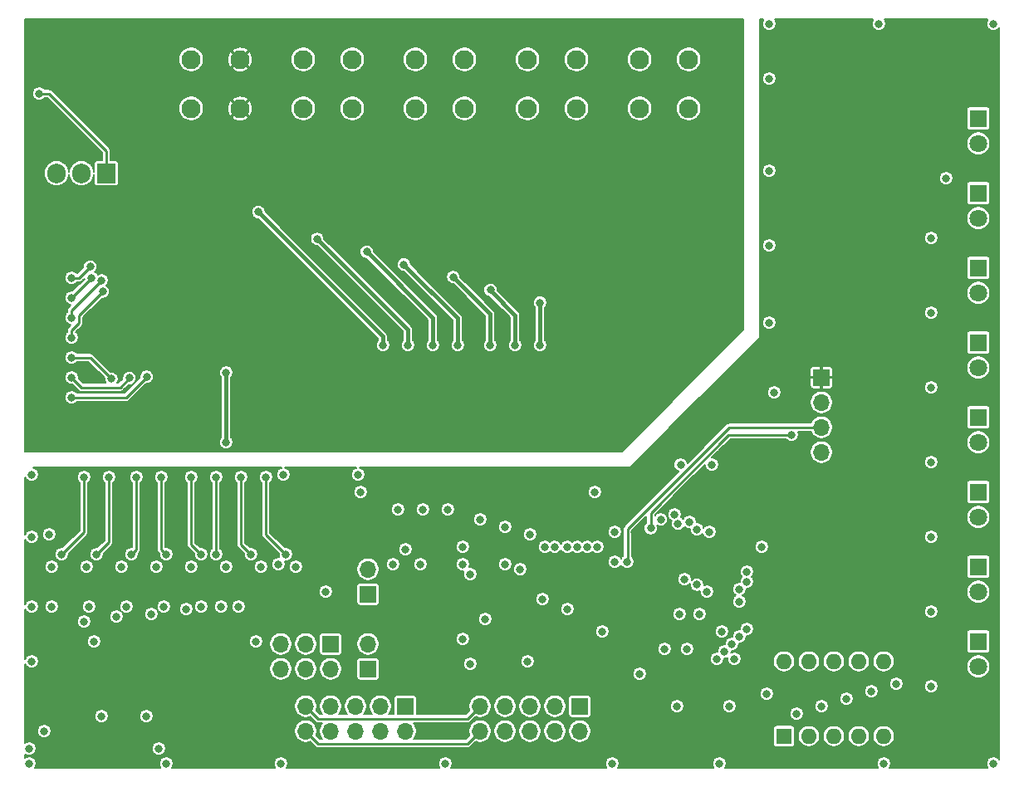
<source format=gbr>
%TF.GenerationSoftware,KiCad,Pcbnew,5.1.10-88a1d61d58~90~ubuntu20.04.1*%
%TF.CreationDate,2021-10-13T16:20:15+02:00*%
%TF.ProjectId,DO8_V1.2,444f385f-5631-42e3-922e-6b696361645f,rev?*%
%TF.SameCoordinates,Original*%
%TF.FileFunction,Copper,L4,Bot*%
%TF.FilePolarity,Positive*%
%FSLAX46Y46*%
G04 Gerber Fmt 4.6, Leading zero omitted, Abs format (unit mm)*
G04 Created by KiCad (PCBNEW 5.1.10-88a1d61d58~90~ubuntu20.04.1) date 2021-10-13 16:20:15*
%MOMM*%
%LPD*%
G01*
G04 APERTURE LIST*
%TA.AperFunction,ComponentPad*%
%ADD10O,1.700000X1.700000*%
%TD*%
%TA.AperFunction,ComponentPad*%
%ADD11R,1.700000X1.700000*%
%TD*%
%TA.AperFunction,ComponentPad*%
%ADD12O,1.600000X1.600000*%
%TD*%
%TA.AperFunction,ComponentPad*%
%ADD13R,1.600000X1.600000*%
%TD*%
%TA.AperFunction,ComponentPad*%
%ADD14O,1.905000X2.000000*%
%TD*%
%TA.AperFunction,ComponentPad*%
%ADD15R,1.905000X2.000000*%
%TD*%
%TA.AperFunction,ComponentPad*%
%ADD16C,1.950000*%
%TD*%
%TA.AperFunction,ComponentPad*%
%ADD17C,1.800000*%
%TD*%
%TA.AperFunction,ComponentPad*%
%ADD18R,1.800000X1.800000*%
%TD*%
%TA.AperFunction,ViaPad*%
%ADD19C,0.800000*%
%TD*%
%TA.AperFunction,Conductor*%
%ADD20C,0.400000*%
%TD*%
%TA.AperFunction,Conductor*%
%ADD21C,0.250000*%
%TD*%
%TA.AperFunction,Conductor*%
%ADD22C,0.127000*%
%TD*%
%TA.AperFunction,Conductor*%
%ADD23C,0.100000*%
%TD*%
G04 APERTURE END LIST*
D10*
%TO.P,J1,4*%
%TO.N,GND*%
X151788000Y-117488000D03*
%TO.P,J1,3*%
%TO.N,SWCLK*%
X151788000Y-114948000D03*
%TO.P,J1,2*%
%TO.N,SWIO*%
X151788000Y-112408000D03*
D11*
%TO.P,J1,1*%
%TO.N,+3V3*%
X151788000Y-109868000D03*
%TD*%
D12*
%TO.P,SW1,10*%
%TO.N,GND*%
X147978000Y-138824000D03*
%TO.P,SW1,5*%
%TO.N,Net-(R8-Pad1)*%
X158138000Y-146444000D03*
%TO.P,SW1,9*%
%TO.N,GND*%
X150518000Y-138824000D03*
%TO.P,SW1,4*%
%TO.N,Net-(R7-Pad1)*%
X155598000Y-146444000D03*
%TO.P,SW1,8*%
%TO.N,GND*%
X153058000Y-138824000D03*
%TO.P,SW1,3*%
%TO.N,Net-(R6-Pad1)*%
X153058000Y-146444000D03*
%TO.P,SW1,7*%
%TO.N,GND*%
X155598000Y-138824000D03*
%TO.P,SW1,2*%
%TO.N,Net-(R5-Pad1)*%
X150518000Y-146444000D03*
%TO.P,SW1,6*%
%TO.N,GND*%
X158138000Y-138824000D03*
D13*
%TO.P,SW1,1*%
%TO.N,Net-(R4-Pad1)*%
X147978000Y-146444000D03*
%TD*%
D14*
%TO.P,Q9,3*%
%TO.N,+24V*%
X73810000Y-89040000D03*
%TO.P,Q9,2*%
%TO.N,Net-(D18-Pad1)*%
X76350000Y-89040000D03*
D15*
%TO.P,Q9,1*%
%TO.N,Net-(D17-Pad2)*%
X78890000Y-89040000D03*
%TD*%
D16*
%TO.P,J11,4*%
%TO.N,GND2*%
X92526000Y-77436000D03*
%TO.P,J11,3*%
X92526000Y-82436000D03*
%TO.P,J11,2*%
%TO.N,Net-(D18-Pad1)*%
X87526000Y-77436000D03*
%TO.P,J11,1*%
X87526000Y-82436000D03*
%TD*%
%TO.P,J10,4*%
%TO.N,Net-(D16-Pad1)*%
X138246000Y-77436000D03*
%TO.P,J10,3*%
X138246000Y-82436000D03*
%TO.P,J10,2*%
%TO.N,Net-(D14-Pad1)*%
X133246000Y-77436000D03*
%TO.P,J10,1*%
X133246000Y-82436000D03*
%TD*%
%TO.P,J9,4*%
%TO.N,Net-(D13-Pad1)*%
X126816000Y-77436000D03*
%TO.P,J9,3*%
X126816000Y-82436000D03*
%TO.P,J9,2*%
%TO.N,Net-(D11-Pad1)*%
X121816000Y-77436000D03*
%TO.P,J9,1*%
X121816000Y-82436000D03*
%TD*%
%TO.P,J8,4*%
%TO.N,Net-(D22-Pad2)*%
X115386000Y-77436000D03*
%TO.P,J8,3*%
X115386000Y-82436000D03*
%TO.P,J8,2*%
%TO.N,Net-(D21-Pad2)*%
X110386000Y-77436000D03*
%TO.P,J8,1*%
X110386000Y-82436000D03*
%TD*%
%TO.P,J7,4*%
%TO.N,Net-(D20-Pad2)*%
X103956000Y-77436000D03*
%TO.P,J7,3*%
X103956000Y-82436000D03*
%TO.P,J7,2*%
%TO.N,Net-(D19-Pad2)*%
X98956000Y-77436000D03*
%TO.P,J7,1*%
X98956000Y-82436000D03*
%TD*%
D10*
%TO.P,J6,10*%
%TO.N,BUS-*%
X116990000Y-145936000D03*
%TO.P,J6,9*%
%TO.N,BUS+*%
X116990000Y-143396000D03*
%TO.P,J6,8*%
%TO.N,GND*%
X119530000Y-145936000D03*
%TO.P,J6,7*%
X119530000Y-143396000D03*
%TO.P,J6,6*%
X122070000Y-145936000D03*
%TO.P,J6,5*%
X122070000Y-143396000D03*
%TO.P,J6,4*%
%TO.N,VCC*%
X124610000Y-145936000D03*
%TO.P,J6,3*%
X124610000Y-143396000D03*
%TO.P,J6,2*%
X127150000Y-145936000D03*
D11*
%TO.P,J6,1*%
X127150000Y-143396000D03*
%TD*%
D10*
%TO.P,J5,10*%
%TO.N,BUS-*%
X99210000Y-145936000D03*
%TO.P,J5,9*%
%TO.N,BUS+*%
X99210000Y-143396000D03*
%TO.P,J5,8*%
%TO.N,GND*%
X101750000Y-145936000D03*
%TO.P,J5,7*%
X101750000Y-143396000D03*
%TO.P,J5,6*%
X104290000Y-145936000D03*
%TO.P,J5,5*%
X104290000Y-143396000D03*
%TO.P,J5,4*%
%TO.N,VCC*%
X106830000Y-145936000D03*
%TO.P,J5,3*%
X106830000Y-143396000D03*
%TO.P,J5,2*%
X109370000Y-145936000D03*
D11*
%TO.P,J5,1*%
X109370000Y-143396000D03*
%TD*%
D10*
%TO.P,J4,6*%
%TO.N,Net-(J4-Pad6)*%
X96670000Y-139586000D03*
%TO.P,J4,5*%
%TO.N,Net-(J3-Pad2)*%
X96670000Y-137046000D03*
%TO.P,J4,4*%
%TO.N,BUS+*%
X99210000Y-139586000D03*
%TO.P,J4,3*%
%TO.N,BUS-*%
X99210000Y-137046000D03*
%TO.P,J4,2*%
%TO.N,Net-(J4-Pad2)*%
X101750000Y-139586000D03*
D11*
%TO.P,J4,1*%
%TO.N,Net-(J2-Pad2)*%
X101750000Y-137046000D03*
%TD*%
D10*
%TO.P,J3,2*%
%TO.N,Net-(J3-Pad2)*%
X105560000Y-129426000D03*
D11*
%TO.P,J3,1*%
%TO.N,Net-(J3-Pad1)*%
X105560000Y-131966000D03*
%TD*%
D10*
%TO.P,J2,2*%
%TO.N,Net-(J2-Pad2)*%
X105560000Y-137046000D03*
D11*
%TO.P,J2,1*%
%TO.N,Net-(J2-Pad1)*%
X105560000Y-139586000D03*
%TD*%
D17*
%TO.P,D15,2*%
%TO.N,Net-(D15-Pad2)*%
X167790000Y-139332000D03*
D18*
%TO.P,D15,1*%
%TO.N,GND*%
X167790000Y-136792000D03*
%TD*%
D17*
%TO.P,D12,2*%
%TO.N,Net-(D12-Pad2)*%
X167790000Y-131712000D03*
D18*
%TO.P,D12,1*%
%TO.N,GND*%
X167790000Y-129172000D03*
%TD*%
D17*
%TO.P,D10,2*%
%TO.N,Net-(D10-Pad2)*%
X167790000Y-124092000D03*
D18*
%TO.P,D10,1*%
%TO.N,GND*%
X167790000Y-121552000D03*
%TD*%
D17*
%TO.P,D7,2*%
%TO.N,Net-(D7-Pad2)*%
X167790000Y-116472000D03*
D18*
%TO.P,D7,1*%
%TO.N,GND*%
X167790000Y-113932000D03*
%TD*%
D17*
%TO.P,D4,2*%
%TO.N,Net-(D4-Pad2)*%
X167790000Y-108852000D03*
D18*
%TO.P,D4,1*%
%TO.N,GND*%
X167790000Y-106312000D03*
%TD*%
D17*
%TO.P,D3,2*%
%TO.N,Net-(D3-Pad2)*%
X167790000Y-101232000D03*
D18*
%TO.P,D3,1*%
%TO.N,GND*%
X167790000Y-98692000D03*
%TD*%
D17*
%TO.P,D2,2*%
%TO.N,Net-(D2-Pad2)*%
X167790000Y-93612000D03*
D18*
%TO.P,D2,1*%
%TO.N,GND*%
X167790000Y-91072000D03*
%TD*%
D17*
%TO.P,D1,2*%
%TO.N,Net-(D1-Pad2)*%
X167790000Y-85992000D03*
D18*
%TO.P,D1,1*%
%TO.N,GND*%
X167790000Y-83452000D03*
%TD*%
D19*
%TO.N,GND*%
X73302000Y-129172000D03*
X76858000Y-129172000D03*
X80414000Y-129172000D03*
X83970000Y-129172000D03*
X87526000Y-129172000D03*
X91082000Y-129172000D03*
X94638000Y-129172000D03*
X98194000Y-129172000D03*
X110894000Y-128918000D03*
X117498000Y-134506000D03*
X121816000Y-138824000D03*
X115974000Y-139078000D03*
X125880000Y-133490000D03*
X129436000Y-135776000D03*
X137056000Y-143396000D03*
X142390000Y-143396000D03*
X145692000Y-127140000D03*
X130706000Y-128664000D03*
X71270000Y-119774000D03*
X96924000Y-119774000D03*
X104544000Y-119774000D03*
X128674000Y-121552000D03*
X137437000Y-118758000D03*
X140612000Y-118758000D03*
X146962000Y-111392000D03*
X146454000Y-104280000D03*
X146454000Y-96406000D03*
X146454000Y-88786000D03*
X146454000Y-79388000D03*
X146454000Y-73800000D03*
X157630000Y-73800000D03*
X169314000Y-73800000D03*
X169314000Y-149238000D03*
X158138000Y-149238000D03*
X141374000Y-149238000D03*
X130452000Y-149238000D03*
X113434000Y-149238000D03*
X96670000Y-149238000D03*
X84986000Y-149238000D03*
X78382000Y-144412000D03*
X82954000Y-144412000D03*
X72540000Y-145936000D03*
X71016000Y-147714000D03*
X71016000Y-149238000D03*
X71270000Y-138824000D03*
X71270000Y-133236000D03*
X71270000Y-126124000D03*
X77620000Y-136792000D03*
X94130000Y-136792000D03*
X79906000Y-134252000D03*
X83462000Y-133998000D03*
X87018000Y-133490000D03*
X76604000Y-134760000D03*
X90574000Y-133236000D03*
X108100000Y-128918000D03*
X109370000Y-127394000D03*
X115212000Y-128918000D03*
X115212000Y-127140000D03*
X115212000Y-136538000D03*
X123340000Y-132474000D03*
X130706000Y-125616000D03*
X123594000Y-127140000D03*
X135786000Y-137554000D03*
X138072000Y-137554000D03*
X141628000Y-135776000D03*
X146200000Y-142126000D03*
X142898000Y-138570000D03*
%TO.N,+3V3*%
X79652000Y-139840000D03*
X81684000Y-139840000D03*
X83462000Y-141364000D03*
X126642000Y-121552000D03*
X129944000Y-143650000D03*
X121816000Y-137300000D03*
X112672000Y-134506000D03*
X132230000Y-137300000D03*
X143914000Y-140348000D03*
X160932000Y-134506000D03*
X142390000Y-125616000D03*
X132742660Y-125620660D03*
%TO.N,VCC*%
X84224000Y-147714000D03*
X73048000Y-125870000D03*
%TO.N,Net-(C8-Pad1)*%
X133246000Y-140094000D03*
X137310000Y-133998000D03*
%TO.N,GND2*%
X142898000Y-73800000D03*
X129944000Y-73800000D03*
X118514000Y-73800000D03*
X107084000Y-73800000D03*
X95654000Y-73800000D03*
X84224000Y-73800000D03*
X71016000Y-73800000D03*
X71016000Y-80912000D03*
X72032000Y-75832000D03*
X80668000Y-80404000D03*
X82446000Y-82436000D03*
X80668000Y-84468000D03*
X71270000Y-88786000D03*
X71270000Y-96152000D03*
X71270000Y-113170000D03*
X71270000Y-116726000D03*
X95146000Y-116726000D03*
X105814000Y-116726000D03*
X113688000Y-116726000D03*
X119530000Y-116726000D03*
X124610000Y-116726000D03*
X130960000Y-116726000D03*
X137310000Y-110122000D03*
X142898000Y-104534000D03*
X142898000Y-96406000D03*
X142898000Y-88786000D03*
X142898000Y-79388000D03*
X98956000Y-94628000D03*
X96924000Y-92850000D03*
X98956000Y-90818000D03*
X104036000Y-90818000D03*
X104036000Y-94628000D03*
X105814000Y-92850000D03*
X110386000Y-90818000D03*
X109370000Y-94628000D03*
X111402000Y-94628000D03*
X115466000Y-90818000D03*
X115466000Y-94628000D03*
X117244000Y-92850000D03*
X121816000Y-90818000D03*
X120800000Y-94628000D03*
X122832000Y-94628000D03*
X126896000Y-90818000D03*
X126896000Y-94628000D03*
X128674000Y-92850000D03*
X140104000Y-92850000D03*
X138326000Y-94628000D03*
X134262000Y-94628000D03*
X132230000Y-94628000D03*
X133246000Y-90818000D03*
X95781000Y-105550000D03*
X138326000Y-90818000D03*
X79017000Y-96025000D03*
X77493000Y-94628000D03*
X90066000Y-112408000D03*
X87907000Y-112789000D03*
X85367000Y-113170000D03*
X82827000Y-113424000D03*
X77747000Y-113424000D03*
%TO.N,+24V*%
X91103500Y-109381500D03*
X91082000Y-116472000D03*
%TO.N,Net-(D11-Pad1)*%
X114267000Y-99637000D03*
X118006000Y-106566000D03*
%TO.N,Net-(D13-Pad1)*%
X118047000Y-100937000D03*
X120546000Y-106566000D03*
%TO.N,Net-(D14-Pad1)*%
X123097000Y-102237000D03*
X123086000Y-106566000D03*
%TO.N,Net-(D17-Pad2)*%
X72032000Y-80912000D03*
%TO.N,Net-(IC1-Pad13)*%
X75334000Y-111900000D03*
X83017500Y-109804500D03*
%TO.N,Net-(IC1-Pad12)*%
X75334000Y-109868000D03*
X81239500Y-109931500D03*
%TO.N,Net-(IC1-Pad11)*%
X75334000Y-107836000D03*
X79398000Y-109995000D03*
%TO.N,Net-(IC1-Pad10)*%
X75334000Y-105804000D03*
X78509000Y-101105000D03*
%TO.N,Net-(IC1-Pad9)*%
X75334000Y-103772000D03*
X78382000Y-99962000D03*
%TO.N,Net-(IC1-Pad8)*%
X75334000Y-101740000D03*
X77366000Y-99708000D03*
%TO.N,Net-(IC1-Pad7)*%
X75334000Y-99708000D03*
X77239000Y-98565000D03*
%TO.N,SWCLK*%
X131976000Y-128664000D03*
%TO.N,SWIO*%
X148740000Y-115710000D03*
X134389000Y-125235000D03*
%TO.N,Net-(Q1-Pad3)*%
X74318000Y-127902000D03*
X76604000Y-120028000D03*
%TO.N,Net-(Q2-Pad3)*%
X77874000Y-127902000D03*
X79144000Y-120028000D03*
%TO.N,Net-(Q3-Pad3)*%
X81430000Y-127902000D03*
X81938000Y-120028000D03*
%TO.N,Net-(Q4-Pad3)*%
X84986000Y-127902000D03*
X84478000Y-120028000D03*
%TO.N,Net-(Q5-Pad3)*%
X88542000Y-127902000D03*
X87526000Y-120028000D03*
%TO.N,Net-(Q6-Pad3)*%
X90066000Y-127902000D03*
X90066000Y-120028000D03*
%TO.N,Net-(Q7-Pad3)*%
X93622000Y-127902000D03*
X92606000Y-120028000D03*
%TO.N,Net-(Q8-Pad3)*%
X97178000Y-127902000D03*
X95146000Y-120028000D03*
%TO.N,Net-(R4-Pad1)*%
X141120000Y-138570000D03*
X149248000Y-144158000D03*
%TO.N,Net-(R5-Pad1)*%
X141882000Y-137808000D03*
X151788000Y-143396000D03*
%TO.N,Net-(R6-Pad1)*%
X142644000Y-137046000D03*
X154328000Y-142634000D03*
%TO.N,Net-(R7-Pad1)*%
X143406000Y-136284000D03*
X156868000Y-141872000D03*
%TO.N,Net-(R8-Pad1)*%
X144168000Y-135522000D03*
X159408000Y-141110000D03*
%TO.N,CH1*%
X73302000Y-133236000D03*
X139342000Y-133998000D03*
%TO.N,CH2*%
X77112000Y-133236000D03*
X143406000Y-132728000D03*
%TO.N,CH3*%
X80922000Y-133236000D03*
X143406000Y-131458000D03*
%TO.N,CH4*%
X139088000Y-125362000D03*
X84732000Y-133236000D03*
%TO.N,CH5*%
X138326000Y-124600000D03*
X88542000Y-133236000D03*
%TO.N,CH6*%
X92352000Y-133236000D03*
X137168642Y-124781639D03*
%TO.N,CH7*%
X96416000Y-128918000D03*
X136802000Y-123838000D03*
%TO.N,CH8*%
X101242000Y-131712000D03*
X135405000Y-124346000D03*
%TO.N,FB1*%
X104798000Y-121552000D03*
X140104000Y-131712000D03*
X164488000Y-89548000D03*
%TO.N,FB2*%
X108608000Y-123330000D03*
X139088000Y-130987000D03*
X162964000Y-95644000D03*
%TO.N,FB3*%
X111148000Y-123330000D03*
X137818000Y-130442000D03*
X162964000Y-103264000D03*
%TO.N,FB4*%
X113688000Y-123330000D03*
X128928000Y-127140000D03*
X162964000Y-110884000D03*
%TO.N,FB5*%
X116990000Y-124346000D03*
X127912000Y-127140000D03*
X162964000Y-118504000D03*
%TO.N,FB6*%
X119530000Y-125108000D03*
X126896000Y-127140000D03*
X162964000Y-126124000D03*
%TO.N,FB7*%
X122070000Y-125870000D03*
X125880000Y-127140000D03*
X162964000Y-133744000D03*
%TO.N,FB8*%
X124595750Y-127154250D03*
X162964000Y-141364000D03*
%TO.N,TXD*%
X119530000Y-128918000D03*
X144168000Y-130696000D03*
%TO.N,DIR*%
X115974000Y-129934000D03*
X140358000Y-125616000D03*
%TO.N,RXD*%
X121058653Y-129421347D03*
X144172095Y-129675569D03*
%TO.N,Net-(D19-Pad2)*%
X94380000Y-92990000D03*
X107084000Y-106566000D03*
%TO.N,Net-(D20-Pad2)*%
X100387000Y-95737000D03*
X109624000Y-106566000D03*
%TO.N,Net-(D21-Pad2)*%
X105437000Y-97037000D03*
X112164000Y-106566000D03*
%TO.N,Net-(D22-Pad2)*%
X109217000Y-98337000D03*
X114704000Y-106566000D03*
%TD*%
D20*
%TO.N,+24V*%
X91103500Y-116196500D02*
X91082000Y-116472000D01*
X91103500Y-109381500D02*
X91103500Y-116196500D01*
%TO.N,Net-(D11-Pad1)*%
X118006000Y-103376000D02*
X114267000Y-99637000D01*
X118006000Y-106566000D02*
X118006000Y-103376000D01*
%TO.N,Net-(D13-Pad1)*%
X118047000Y-101019000D02*
X118047000Y-100937000D01*
X120546000Y-103518000D02*
X118047000Y-101019000D01*
X120546000Y-106566000D02*
X120546000Y-103518000D01*
%TO.N,Net-(D14-Pad1)*%
X123086000Y-102248000D02*
X123097000Y-102237000D01*
X123086000Y-106566000D02*
X123086000Y-102248000D01*
D21*
%TO.N,Net-(D17-Pad2)*%
X78890000Y-89040000D02*
X78890000Y-86754000D01*
X73048000Y-80912000D02*
X72032000Y-80912000D01*
X78890000Y-86754000D02*
X73048000Y-80912000D01*
%TO.N,Net-(IC1-Pad13)*%
X80922000Y-111900000D02*
X83017500Y-109804500D01*
X75334000Y-111900000D02*
X80922000Y-111900000D01*
%TO.N,Net-(IC1-Pad12)*%
X75334000Y-109868000D02*
X76350000Y-110884000D01*
X80287000Y-110884000D02*
X81239500Y-109931500D01*
X76350000Y-110884000D02*
X80287000Y-110884000D01*
%TO.N,Net-(IC1-Pad11)*%
X77239000Y-107836000D02*
X79398000Y-109995000D01*
X75334000Y-107836000D02*
X77239000Y-107836000D01*
%TO.N,Net-(IC1-Pad10)*%
X75334000Y-105804000D02*
X75334000Y-105042000D01*
X75334000Y-105042000D02*
X76096000Y-104280000D01*
X76096000Y-104280000D02*
X76096000Y-103518000D01*
X76096000Y-103518000D02*
X78509000Y-101105000D01*
%TO.N,Net-(IC1-Pad9)*%
X75334000Y-103772000D02*
X75334000Y-103010000D01*
X75334000Y-103010000D02*
X78382000Y-99962000D01*
%TO.N,Net-(IC1-Pad8)*%
X75334000Y-101740000D02*
X77366000Y-99708000D01*
%TO.N,Net-(IC1-Pad7)*%
X76096000Y-99708000D02*
X77239000Y-98565000D01*
X75334000Y-99708000D02*
X76096000Y-99708000D01*
%TO.N,SWCLK*%
X132012999Y-128627001D02*
X131976000Y-128664000D01*
X132012999Y-125325001D02*
X132012999Y-128627001D01*
X151788000Y-114948000D02*
X142390000Y-114948000D01*
X142390000Y-114948000D02*
X132012999Y-125325001D01*
%TO.N,SWIO*%
X142332998Y-115710000D02*
X134389000Y-123653998D01*
X148740000Y-115710000D02*
X142332998Y-115710000D01*
X134389000Y-123653998D02*
X134389000Y-125235000D01*
%TO.N,BUS+*%
X99210000Y-143396000D02*
X100480000Y-144666000D01*
X115720000Y-144666000D02*
X116990000Y-143396000D01*
X100480000Y-144666000D02*
X115720000Y-144666000D01*
%TO.N,BUS-*%
X99210000Y-145936000D02*
X100480000Y-147206000D01*
X115720000Y-147206000D02*
X116990000Y-145936000D01*
X100480000Y-147206000D02*
X115720000Y-147206000D01*
%TO.N,Net-(Q1-Pad3)*%
X76604000Y-125616000D02*
X76604000Y-120028000D01*
X74318000Y-127902000D02*
X76604000Y-125616000D01*
%TO.N,Net-(Q2-Pad3)*%
X79144000Y-126632000D02*
X79144000Y-120028000D01*
X77874000Y-127902000D02*
X79144000Y-126632000D01*
%TO.N,Net-(Q3-Pad3)*%
X81938000Y-127394000D02*
X81938000Y-120028000D01*
X81430000Y-127902000D02*
X81938000Y-127394000D01*
%TO.N,Net-(Q4-Pad3)*%
X84478000Y-127394000D02*
X84478000Y-120028000D01*
X84986000Y-127902000D02*
X84478000Y-127394000D01*
%TO.N,Net-(Q5-Pad3)*%
X87526000Y-126886000D02*
X87526000Y-120028000D01*
X88542000Y-127902000D02*
X87526000Y-126886000D01*
%TO.N,Net-(Q6-Pad3)*%
X90066000Y-127902000D02*
X90066000Y-120028000D01*
%TO.N,Net-(Q7-Pad3)*%
X92606000Y-126886000D02*
X92606000Y-120028000D01*
X93622000Y-127902000D02*
X92606000Y-126886000D01*
%TO.N,Net-(Q8-Pad3)*%
X95146000Y-125870000D02*
X95146000Y-120028000D01*
X97178000Y-127902000D02*
X95146000Y-125870000D01*
D20*
%TO.N,Net-(D19-Pad2)*%
X107084000Y-105694000D02*
X94380000Y-92990000D01*
X107084000Y-106566000D02*
X107084000Y-105694000D01*
%TO.N,Net-(D20-Pad2)*%
X109624000Y-104974000D02*
X100387000Y-95737000D01*
X109624000Y-104974000D02*
X109624000Y-106566000D01*
%TO.N,Net-(D21-Pad2)*%
X112164000Y-103764000D02*
X105437000Y-97037000D01*
X112164000Y-106566000D02*
X112164000Y-103764000D01*
%TO.N,Net-(D22-Pad2)*%
X114704000Y-103824000D02*
X109217000Y-98337000D01*
X114704000Y-103824000D02*
X114704000Y-106566000D01*
%TD*%
D22*
%TO.N,+3V3*%
X145896681Y-73342620D02*
X145818159Y-73460136D01*
X145764073Y-73590713D01*
X145736500Y-73729332D01*
X145736500Y-73870668D01*
X145764073Y-74009287D01*
X145818159Y-74139864D01*
X145896681Y-74257380D01*
X145996620Y-74357319D01*
X146114136Y-74435841D01*
X146244713Y-74489927D01*
X146383332Y-74517500D01*
X146524668Y-74517500D01*
X146663287Y-74489927D01*
X146793864Y-74435841D01*
X146911380Y-74357319D01*
X147011319Y-74257380D01*
X147089841Y-74139864D01*
X147143927Y-74009287D01*
X147171500Y-73870668D01*
X147171500Y-73729332D01*
X147143927Y-73590713D01*
X147089841Y-73460136D01*
X147011319Y-73342620D01*
X147011199Y-73342500D01*
X157072801Y-73342500D01*
X157072681Y-73342620D01*
X156994159Y-73460136D01*
X156940073Y-73590713D01*
X156912500Y-73729332D01*
X156912500Y-73870668D01*
X156940073Y-74009287D01*
X156994159Y-74139864D01*
X157072681Y-74257380D01*
X157172620Y-74357319D01*
X157290136Y-74435841D01*
X157420713Y-74489927D01*
X157559332Y-74517500D01*
X157700668Y-74517500D01*
X157839287Y-74489927D01*
X157969864Y-74435841D01*
X158087380Y-74357319D01*
X158187319Y-74257380D01*
X158265841Y-74139864D01*
X158319927Y-74009287D01*
X158347500Y-73870668D01*
X158347500Y-73729332D01*
X158319927Y-73590713D01*
X158265841Y-73460136D01*
X158187319Y-73342620D01*
X158187199Y-73342500D01*
X168756801Y-73342500D01*
X168756681Y-73342620D01*
X168678159Y-73460136D01*
X168624073Y-73590713D01*
X168596500Y-73729332D01*
X168596500Y-73870668D01*
X168624073Y-74009287D01*
X168678159Y-74139864D01*
X168756681Y-74257380D01*
X168856620Y-74357319D01*
X168974136Y-74435841D01*
X169104713Y-74489927D01*
X169243332Y-74517500D01*
X169384668Y-74517500D01*
X169523287Y-74489927D01*
X169653864Y-74435841D01*
X169771380Y-74357319D01*
X169871319Y-74257380D01*
X169911500Y-74197245D01*
X169911501Y-148840756D01*
X169871319Y-148780620D01*
X169771380Y-148680681D01*
X169653864Y-148602159D01*
X169523287Y-148548073D01*
X169384668Y-148520500D01*
X169243332Y-148520500D01*
X169104713Y-148548073D01*
X168974136Y-148602159D01*
X168856620Y-148680681D01*
X168756681Y-148780620D01*
X168678159Y-148898136D01*
X168624073Y-149028713D01*
X168596500Y-149167332D01*
X168596500Y-149308668D01*
X168624073Y-149447287D01*
X168678159Y-149577864D01*
X168731370Y-149657500D01*
X158720630Y-149657500D01*
X158773841Y-149577864D01*
X158827927Y-149447287D01*
X158855500Y-149308668D01*
X158855500Y-149167332D01*
X158827927Y-149028713D01*
X158773841Y-148898136D01*
X158695319Y-148780620D01*
X158595380Y-148680681D01*
X158477864Y-148602159D01*
X158347287Y-148548073D01*
X158208668Y-148520500D01*
X158067332Y-148520500D01*
X157928713Y-148548073D01*
X157798136Y-148602159D01*
X157680620Y-148680681D01*
X157580681Y-148780620D01*
X157502159Y-148898136D01*
X157448073Y-149028713D01*
X157420500Y-149167332D01*
X157420500Y-149308668D01*
X157448073Y-149447287D01*
X157502159Y-149577864D01*
X157555370Y-149657500D01*
X141956630Y-149657500D01*
X142009841Y-149577864D01*
X142063927Y-149447287D01*
X142091500Y-149308668D01*
X142091500Y-149167332D01*
X142063927Y-149028713D01*
X142009841Y-148898136D01*
X141931319Y-148780620D01*
X141831380Y-148680681D01*
X141713864Y-148602159D01*
X141583287Y-148548073D01*
X141444668Y-148520500D01*
X141303332Y-148520500D01*
X141164713Y-148548073D01*
X141034136Y-148602159D01*
X140916620Y-148680681D01*
X140816681Y-148780620D01*
X140738159Y-148898136D01*
X140684073Y-149028713D01*
X140656500Y-149167332D01*
X140656500Y-149308668D01*
X140684073Y-149447287D01*
X140738159Y-149577864D01*
X140791370Y-149657500D01*
X131034630Y-149657500D01*
X131087841Y-149577864D01*
X131141927Y-149447287D01*
X131169500Y-149308668D01*
X131169500Y-149167332D01*
X131141927Y-149028713D01*
X131087841Y-148898136D01*
X131009319Y-148780620D01*
X130909380Y-148680681D01*
X130791864Y-148602159D01*
X130661287Y-148548073D01*
X130522668Y-148520500D01*
X130381332Y-148520500D01*
X130242713Y-148548073D01*
X130112136Y-148602159D01*
X129994620Y-148680681D01*
X129894681Y-148780620D01*
X129816159Y-148898136D01*
X129762073Y-149028713D01*
X129734500Y-149167332D01*
X129734500Y-149308668D01*
X129762073Y-149447287D01*
X129816159Y-149577864D01*
X129869370Y-149657500D01*
X114016630Y-149657500D01*
X114069841Y-149577864D01*
X114123927Y-149447287D01*
X114151500Y-149308668D01*
X114151500Y-149167332D01*
X114123927Y-149028713D01*
X114069841Y-148898136D01*
X113991319Y-148780620D01*
X113891380Y-148680681D01*
X113773864Y-148602159D01*
X113643287Y-148548073D01*
X113504668Y-148520500D01*
X113363332Y-148520500D01*
X113224713Y-148548073D01*
X113094136Y-148602159D01*
X112976620Y-148680681D01*
X112876681Y-148780620D01*
X112798159Y-148898136D01*
X112744073Y-149028713D01*
X112716500Y-149167332D01*
X112716500Y-149308668D01*
X112744073Y-149447287D01*
X112798159Y-149577864D01*
X112851370Y-149657500D01*
X97252630Y-149657500D01*
X97305841Y-149577864D01*
X97359927Y-149447287D01*
X97387500Y-149308668D01*
X97387500Y-149167332D01*
X97359927Y-149028713D01*
X97305841Y-148898136D01*
X97227319Y-148780620D01*
X97127380Y-148680681D01*
X97009864Y-148602159D01*
X96879287Y-148548073D01*
X96740668Y-148520500D01*
X96599332Y-148520500D01*
X96460713Y-148548073D01*
X96330136Y-148602159D01*
X96212620Y-148680681D01*
X96112681Y-148780620D01*
X96034159Y-148898136D01*
X95980073Y-149028713D01*
X95952500Y-149167332D01*
X95952500Y-149308668D01*
X95980073Y-149447287D01*
X96034159Y-149577864D01*
X96087370Y-149657500D01*
X85568630Y-149657500D01*
X85621841Y-149577864D01*
X85675927Y-149447287D01*
X85703500Y-149308668D01*
X85703500Y-149167332D01*
X85675927Y-149028713D01*
X85621841Y-148898136D01*
X85543319Y-148780620D01*
X85443380Y-148680681D01*
X85325864Y-148602159D01*
X85195287Y-148548073D01*
X85056668Y-148520500D01*
X84915332Y-148520500D01*
X84776713Y-148548073D01*
X84646136Y-148602159D01*
X84528620Y-148680681D01*
X84428681Y-148780620D01*
X84350159Y-148898136D01*
X84296073Y-149028713D01*
X84268500Y-149167332D01*
X84268500Y-149308668D01*
X84296073Y-149447287D01*
X84350159Y-149577864D01*
X84403370Y-149657500D01*
X71598630Y-149657500D01*
X71651841Y-149577864D01*
X71705927Y-149447287D01*
X71733500Y-149308668D01*
X71733500Y-149167332D01*
X71705927Y-149028713D01*
X71651841Y-148898136D01*
X71573319Y-148780620D01*
X71473380Y-148680681D01*
X71355864Y-148602159D01*
X71225287Y-148548073D01*
X71086668Y-148520500D01*
X70945332Y-148520500D01*
X70806713Y-148548073D01*
X70676136Y-148602159D01*
X70596500Y-148655370D01*
X70596500Y-148296630D01*
X70676136Y-148349841D01*
X70806713Y-148403927D01*
X70945332Y-148431500D01*
X71086668Y-148431500D01*
X71225287Y-148403927D01*
X71355864Y-148349841D01*
X71473380Y-148271319D01*
X71573319Y-148171380D01*
X71651841Y-148053864D01*
X71705927Y-147923287D01*
X71733500Y-147784668D01*
X71733500Y-147643332D01*
X83506500Y-147643332D01*
X83506500Y-147784668D01*
X83534073Y-147923287D01*
X83588159Y-148053864D01*
X83666681Y-148171380D01*
X83766620Y-148271319D01*
X83884136Y-148349841D01*
X84014713Y-148403927D01*
X84153332Y-148431500D01*
X84294668Y-148431500D01*
X84433287Y-148403927D01*
X84563864Y-148349841D01*
X84681380Y-148271319D01*
X84781319Y-148171380D01*
X84859841Y-148053864D01*
X84913927Y-147923287D01*
X84941500Y-147784668D01*
X84941500Y-147643332D01*
X84913927Y-147504713D01*
X84859841Y-147374136D01*
X84781319Y-147256620D01*
X84681380Y-147156681D01*
X84563864Y-147078159D01*
X84433287Y-147024073D01*
X84294668Y-146996500D01*
X84153332Y-146996500D01*
X84014713Y-147024073D01*
X83884136Y-147078159D01*
X83766620Y-147156681D01*
X83666681Y-147256620D01*
X83588159Y-147374136D01*
X83534073Y-147504713D01*
X83506500Y-147643332D01*
X71733500Y-147643332D01*
X71705927Y-147504713D01*
X71651841Y-147374136D01*
X71573319Y-147256620D01*
X71473380Y-147156681D01*
X71355864Y-147078159D01*
X71225287Y-147024073D01*
X71086668Y-146996500D01*
X70945332Y-146996500D01*
X70806713Y-147024073D01*
X70676136Y-147078159D01*
X70596500Y-147131370D01*
X70596500Y-145865332D01*
X71822500Y-145865332D01*
X71822500Y-146006668D01*
X71850073Y-146145287D01*
X71904159Y-146275864D01*
X71982681Y-146393380D01*
X72082620Y-146493319D01*
X72200136Y-146571841D01*
X72330713Y-146625927D01*
X72469332Y-146653500D01*
X72610668Y-146653500D01*
X72749287Y-146625927D01*
X72879864Y-146571841D01*
X72997380Y-146493319D01*
X73097319Y-146393380D01*
X73175841Y-146275864D01*
X73229927Y-146145287D01*
X73257500Y-146006668D01*
X73257500Y-145865332D01*
X73229927Y-145726713D01*
X73175841Y-145596136D01*
X73097319Y-145478620D01*
X72997380Y-145378681D01*
X72879864Y-145300159D01*
X72749287Y-145246073D01*
X72610668Y-145218500D01*
X72469332Y-145218500D01*
X72330713Y-145246073D01*
X72200136Y-145300159D01*
X72082620Y-145378681D01*
X71982681Y-145478620D01*
X71904159Y-145596136D01*
X71850073Y-145726713D01*
X71822500Y-145865332D01*
X70596500Y-145865332D01*
X70596500Y-144341332D01*
X77664500Y-144341332D01*
X77664500Y-144482668D01*
X77692073Y-144621287D01*
X77746159Y-144751864D01*
X77824681Y-144869380D01*
X77924620Y-144969319D01*
X78042136Y-145047841D01*
X78172713Y-145101927D01*
X78311332Y-145129500D01*
X78452668Y-145129500D01*
X78591287Y-145101927D01*
X78721864Y-145047841D01*
X78839380Y-144969319D01*
X78939319Y-144869380D01*
X79017841Y-144751864D01*
X79071927Y-144621287D01*
X79099500Y-144482668D01*
X79099500Y-144341332D01*
X82236500Y-144341332D01*
X82236500Y-144482668D01*
X82264073Y-144621287D01*
X82318159Y-144751864D01*
X82396681Y-144869380D01*
X82496620Y-144969319D01*
X82614136Y-145047841D01*
X82744713Y-145101927D01*
X82883332Y-145129500D01*
X83024668Y-145129500D01*
X83163287Y-145101927D01*
X83293864Y-145047841D01*
X83411380Y-144969319D01*
X83511319Y-144869380D01*
X83589841Y-144751864D01*
X83643927Y-144621287D01*
X83671500Y-144482668D01*
X83671500Y-144341332D01*
X83643927Y-144202713D01*
X83589841Y-144072136D01*
X83511319Y-143954620D01*
X83411380Y-143854681D01*
X83293864Y-143776159D01*
X83163287Y-143722073D01*
X83024668Y-143694500D01*
X82883332Y-143694500D01*
X82744713Y-143722073D01*
X82614136Y-143776159D01*
X82496620Y-143854681D01*
X82396681Y-143954620D01*
X82318159Y-144072136D01*
X82264073Y-144202713D01*
X82236500Y-144341332D01*
X79099500Y-144341332D01*
X79071927Y-144202713D01*
X79017841Y-144072136D01*
X78939319Y-143954620D01*
X78839380Y-143854681D01*
X78721864Y-143776159D01*
X78591287Y-143722073D01*
X78452668Y-143694500D01*
X78311332Y-143694500D01*
X78172713Y-143722073D01*
X78042136Y-143776159D01*
X77924620Y-143854681D01*
X77824681Y-143954620D01*
X77746159Y-144072136D01*
X77692073Y-144202713D01*
X77664500Y-144341332D01*
X70596500Y-144341332D01*
X70596500Y-143281011D01*
X98042500Y-143281011D01*
X98042500Y-143510989D01*
X98087366Y-143736547D01*
X98175375Y-143949019D01*
X98303144Y-144140238D01*
X98465762Y-144302856D01*
X98656981Y-144430625D01*
X98869453Y-144518634D01*
X99095011Y-144563500D01*
X99324989Y-144563500D01*
X99550547Y-144518634D01*
X99661066Y-144472855D01*
X100151730Y-144963519D01*
X100165591Y-144980409D01*
X100232971Y-145035705D01*
X100309843Y-145076795D01*
X100393255Y-145102097D01*
X100458263Y-145108500D01*
X100458265Y-145108500D01*
X100479999Y-145110641D01*
X100501733Y-145108500D01*
X100926406Y-145108500D01*
X100843144Y-145191762D01*
X100715375Y-145382981D01*
X100627366Y-145595453D01*
X100582500Y-145821011D01*
X100582500Y-146050989D01*
X100627366Y-146276547D01*
X100715375Y-146489019D01*
X100843144Y-146680238D01*
X100926406Y-146763500D01*
X100663289Y-146763500D01*
X100286855Y-146387066D01*
X100332634Y-146276547D01*
X100377500Y-146050989D01*
X100377500Y-145821011D01*
X100332634Y-145595453D01*
X100244625Y-145382981D01*
X100116856Y-145191762D01*
X99954238Y-145029144D01*
X99763019Y-144901375D01*
X99550547Y-144813366D01*
X99324989Y-144768500D01*
X99095011Y-144768500D01*
X98869453Y-144813366D01*
X98656981Y-144901375D01*
X98465762Y-145029144D01*
X98303144Y-145191762D01*
X98175375Y-145382981D01*
X98087366Y-145595453D01*
X98042500Y-145821011D01*
X98042500Y-146050989D01*
X98087366Y-146276547D01*
X98175375Y-146489019D01*
X98303144Y-146680238D01*
X98465762Y-146842856D01*
X98656981Y-146970625D01*
X98869453Y-147058634D01*
X99095011Y-147103500D01*
X99324989Y-147103500D01*
X99550547Y-147058634D01*
X99661066Y-147012855D01*
X100151730Y-147503519D01*
X100165591Y-147520409D01*
X100232971Y-147575705D01*
X100309843Y-147616795D01*
X100393255Y-147642097D01*
X100458263Y-147648500D01*
X100458265Y-147648500D01*
X100479999Y-147650641D01*
X100501733Y-147648500D01*
X115698266Y-147648500D01*
X115720000Y-147650641D01*
X115741734Y-147648500D01*
X115741737Y-147648500D01*
X115806745Y-147642097D01*
X115890157Y-147616795D01*
X115967029Y-147575705D01*
X116034409Y-147520409D01*
X116048270Y-147503519D01*
X116538934Y-147012855D01*
X116649453Y-147058634D01*
X116875011Y-147103500D01*
X117104989Y-147103500D01*
X117330547Y-147058634D01*
X117543019Y-146970625D01*
X117734238Y-146842856D01*
X117896856Y-146680238D01*
X118024625Y-146489019D01*
X118112634Y-146276547D01*
X118157500Y-146050989D01*
X118157500Y-145821011D01*
X118362500Y-145821011D01*
X118362500Y-146050989D01*
X118407366Y-146276547D01*
X118495375Y-146489019D01*
X118623144Y-146680238D01*
X118785762Y-146842856D01*
X118976981Y-146970625D01*
X119189453Y-147058634D01*
X119415011Y-147103500D01*
X119644989Y-147103500D01*
X119870547Y-147058634D01*
X120083019Y-146970625D01*
X120274238Y-146842856D01*
X120436856Y-146680238D01*
X120564625Y-146489019D01*
X120652634Y-146276547D01*
X120697500Y-146050989D01*
X120697500Y-145821011D01*
X120902500Y-145821011D01*
X120902500Y-146050989D01*
X120947366Y-146276547D01*
X121035375Y-146489019D01*
X121163144Y-146680238D01*
X121325762Y-146842856D01*
X121516981Y-146970625D01*
X121729453Y-147058634D01*
X121955011Y-147103500D01*
X122184989Y-147103500D01*
X122410547Y-147058634D01*
X122623019Y-146970625D01*
X122814238Y-146842856D01*
X122976856Y-146680238D01*
X123104625Y-146489019D01*
X123192634Y-146276547D01*
X123237500Y-146050989D01*
X123237500Y-145821011D01*
X123442500Y-145821011D01*
X123442500Y-146050989D01*
X123487366Y-146276547D01*
X123575375Y-146489019D01*
X123703144Y-146680238D01*
X123865762Y-146842856D01*
X124056981Y-146970625D01*
X124269453Y-147058634D01*
X124495011Y-147103500D01*
X124724989Y-147103500D01*
X124950547Y-147058634D01*
X125163019Y-146970625D01*
X125354238Y-146842856D01*
X125516856Y-146680238D01*
X125644625Y-146489019D01*
X125732634Y-146276547D01*
X125777500Y-146050989D01*
X125777500Y-145821011D01*
X125982500Y-145821011D01*
X125982500Y-146050989D01*
X126027366Y-146276547D01*
X126115375Y-146489019D01*
X126243144Y-146680238D01*
X126405762Y-146842856D01*
X126596981Y-146970625D01*
X126809453Y-147058634D01*
X127035011Y-147103500D01*
X127264989Y-147103500D01*
X127490547Y-147058634D01*
X127703019Y-146970625D01*
X127894238Y-146842856D01*
X128056856Y-146680238D01*
X128184625Y-146489019D01*
X128272634Y-146276547D01*
X128317500Y-146050989D01*
X128317500Y-145821011D01*
X128282291Y-145644000D01*
X146858964Y-145644000D01*
X146858964Y-147244000D01*
X146865094Y-147306241D01*
X146883249Y-147366090D01*
X146912731Y-147421247D01*
X146952407Y-147469593D01*
X147000753Y-147509269D01*
X147055910Y-147538751D01*
X147115759Y-147556906D01*
X147178000Y-147563036D01*
X148778000Y-147563036D01*
X148840241Y-147556906D01*
X148900090Y-147538751D01*
X148955247Y-147509269D01*
X149003593Y-147469593D01*
X149043269Y-147421247D01*
X149072751Y-147366090D01*
X149090906Y-147306241D01*
X149097036Y-147244000D01*
X149097036Y-146333936D01*
X149400500Y-146333936D01*
X149400500Y-146554064D01*
X149443445Y-146769963D01*
X149527684Y-146973335D01*
X149649981Y-147156365D01*
X149805635Y-147312019D01*
X149988665Y-147434316D01*
X150192037Y-147518555D01*
X150407936Y-147561500D01*
X150628064Y-147561500D01*
X150843963Y-147518555D01*
X151047335Y-147434316D01*
X151230365Y-147312019D01*
X151386019Y-147156365D01*
X151508316Y-146973335D01*
X151592555Y-146769963D01*
X151635500Y-146554064D01*
X151635500Y-146333936D01*
X151940500Y-146333936D01*
X151940500Y-146554064D01*
X151983445Y-146769963D01*
X152067684Y-146973335D01*
X152189981Y-147156365D01*
X152345635Y-147312019D01*
X152528665Y-147434316D01*
X152732037Y-147518555D01*
X152947936Y-147561500D01*
X153168064Y-147561500D01*
X153383963Y-147518555D01*
X153587335Y-147434316D01*
X153770365Y-147312019D01*
X153926019Y-147156365D01*
X154048316Y-146973335D01*
X154132555Y-146769963D01*
X154175500Y-146554064D01*
X154175500Y-146333936D01*
X154480500Y-146333936D01*
X154480500Y-146554064D01*
X154523445Y-146769963D01*
X154607684Y-146973335D01*
X154729981Y-147156365D01*
X154885635Y-147312019D01*
X155068665Y-147434316D01*
X155272037Y-147518555D01*
X155487936Y-147561500D01*
X155708064Y-147561500D01*
X155923963Y-147518555D01*
X156127335Y-147434316D01*
X156310365Y-147312019D01*
X156466019Y-147156365D01*
X156588316Y-146973335D01*
X156672555Y-146769963D01*
X156715500Y-146554064D01*
X156715500Y-146333936D01*
X157020500Y-146333936D01*
X157020500Y-146554064D01*
X157063445Y-146769963D01*
X157147684Y-146973335D01*
X157269981Y-147156365D01*
X157425635Y-147312019D01*
X157608665Y-147434316D01*
X157812037Y-147518555D01*
X158027936Y-147561500D01*
X158248064Y-147561500D01*
X158463963Y-147518555D01*
X158667335Y-147434316D01*
X158850365Y-147312019D01*
X159006019Y-147156365D01*
X159128316Y-146973335D01*
X159212555Y-146769963D01*
X159255500Y-146554064D01*
X159255500Y-146333936D01*
X159212555Y-146118037D01*
X159128316Y-145914665D01*
X159006019Y-145731635D01*
X158850365Y-145575981D01*
X158667335Y-145453684D01*
X158463963Y-145369445D01*
X158248064Y-145326500D01*
X158027936Y-145326500D01*
X157812037Y-145369445D01*
X157608665Y-145453684D01*
X157425635Y-145575981D01*
X157269981Y-145731635D01*
X157147684Y-145914665D01*
X157063445Y-146118037D01*
X157020500Y-146333936D01*
X156715500Y-146333936D01*
X156672555Y-146118037D01*
X156588316Y-145914665D01*
X156466019Y-145731635D01*
X156310365Y-145575981D01*
X156127335Y-145453684D01*
X155923963Y-145369445D01*
X155708064Y-145326500D01*
X155487936Y-145326500D01*
X155272037Y-145369445D01*
X155068665Y-145453684D01*
X154885635Y-145575981D01*
X154729981Y-145731635D01*
X154607684Y-145914665D01*
X154523445Y-146118037D01*
X154480500Y-146333936D01*
X154175500Y-146333936D01*
X154132555Y-146118037D01*
X154048316Y-145914665D01*
X153926019Y-145731635D01*
X153770365Y-145575981D01*
X153587335Y-145453684D01*
X153383963Y-145369445D01*
X153168064Y-145326500D01*
X152947936Y-145326500D01*
X152732037Y-145369445D01*
X152528665Y-145453684D01*
X152345635Y-145575981D01*
X152189981Y-145731635D01*
X152067684Y-145914665D01*
X151983445Y-146118037D01*
X151940500Y-146333936D01*
X151635500Y-146333936D01*
X151592555Y-146118037D01*
X151508316Y-145914665D01*
X151386019Y-145731635D01*
X151230365Y-145575981D01*
X151047335Y-145453684D01*
X150843963Y-145369445D01*
X150628064Y-145326500D01*
X150407936Y-145326500D01*
X150192037Y-145369445D01*
X149988665Y-145453684D01*
X149805635Y-145575981D01*
X149649981Y-145731635D01*
X149527684Y-145914665D01*
X149443445Y-146118037D01*
X149400500Y-146333936D01*
X149097036Y-146333936D01*
X149097036Y-145644000D01*
X149090906Y-145581759D01*
X149072751Y-145521910D01*
X149043269Y-145466753D01*
X149003593Y-145418407D01*
X148955247Y-145378731D01*
X148900090Y-145349249D01*
X148840241Y-145331094D01*
X148778000Y-145324964D01*
X147178000Y-145324964D01*
X147115759Y-145331094D01*
X147055910Y-145349249D01*
X147000753Y-145378731D01*
X146952407Y-145418407D01*
X146912731Y-145466753D01*
X146883249Y-145521910D01*
X146865094Y-145581759D01*
X146858964Y-145644000D01*
X128282291Y-145644000D01*
X128272634Y-145595453D01*
X128184625Y-145382981D01*
X128056856Y-145191762D01*
X127894238Y-145029144D01*
X127703019Y-144901375D01*
X127490547Y-144813366D01*
X127264989Y-144768500D01*
X127035011Y-144768500D01*
X126809453Y-144813366D01*
X126596981Y-144901375D01*
X126405762Y-145029144D01*
X126243144Y-145191762D01*
X126115375Y-145382981D01*
X126027366Y-145595453D01*
X125982500Y-145821011D01*
X125777500Y-145821011D01*
X125732634Y-145595453D01*
X125644625Y-145382981D01*
X125516856Y-145191762D01*
X125354238Y-145029144D01*
X125163019Y-144901375D01*
X124950547Y-144813366D01*
X124724989Y-144768500D01*
X124495011Y-144768500D01*
X124269453Y-144813366D01*
X124056981Y-144901375D01*
X123865762Y-145029144D01*
X123703144Y-145191762D01*
X123575375Y-145382981D01*
X123487366Y-145595453D01*
X123442500Y-145821011D01*
X123237500Y-145821011D01*
X123192634Y-145595453D01*
X123104625Y-145382981D01*
X122976856Y-145191762D01*
X122814238Y-145029144D01*
X122623019Y-144901375D01*
X122410547Y-144813366D01*
X122184989Y-144768500D01*
X121955011Y-144768500D01*
X121729453Y-144813366D01*
X121516981Y-144901375D01*
X121325762Y-145029144D01*
X121163144Y-145191762D01*
X121035375Y-145382981D01*
X120947366Y-145595453D01*
X120902500Y-145821011D01*
X120697500Y-145821011D01*
X120652634Y-145595453D01*
X120564625Y-145382981D01*
X120436856Y-145191762D01*
X120274238Y-145029144D01*
X120083019Y-144901375D01*
X119870547Y-144813366D01*
X119644989Y-144768500D01*
X119415011Y-144768500D01*
X119189453Y-144813366D01*
X118976981Y-144901375D01*
X118785762Y-145029144D01*
X118623144Y-145191762D01*
X118495375Y-145382981D01*
X118407366Y-145595453D01*
X118362500Y-145821011D01*
X118157500Y-145821011D01*
X118112634Y-145595453D01*
X118024625Y-145382981D01*
X117896856Y-145191762D01*
X117734238Y-145029144D01*
X117543019Y-144901375D01*
X117330547Y-144813366D01*
X117104989Y-144768500D01*
X116875011Y-144768500D01*
X116649453Y-144813366D01*
X116436981Y-144901375D01*
X116245762Y-145029144D01*
X116083144Y-145191762D01*
X115955375Y-145382981D01*
X115867366Y-145595453D01*
X115822500Y-145821011D01*
X115822500Y-146050989D01*
X115867366Y-146276547D01*
X115913145Y-146387066D01*
X115536711Y-146763500D01*
X110193594Y-146763500D01*
X110276856Y-146680238D01*
X110404625Y-146489019D01*
X110492634Y-146276547D01*
X110537500Y-146050989D01*
X110537500Y-145821011D01*
X110492634Y-145595453D01*
X110404625Y-145382981D01*
X110276856Y-145191762D01*
X110193594Y-145108500D01*
X115698266Y-145108500D01*
X115720000Y-145110641D01*
X115741734Y-145108500D01*
X115741737Y-145108500D01*
X115806745Y-145102097D01*
X115890157Y-145076795D01*
X115967029Y-145035705D01*
X116034409Y-144980409D01*
X116048270Y-144963519D01*
X116538934Y-144472855D01*
X116649453Y-144518634D01*
X116875011Y-144563500D01*
X117104989Y-144563500D01*
X117330547Y-144518634D01*
X117543019Y-144430625D01*
X117734238Y-144302856D01*
X117896856Y-144140238D01*
X118024625Y-143949019D01*
X118112634Y-143736547D01*
X118157500Y-143510989D01*
X118157500Y-143281011D01*
X118362500Y-143281011D01*
X118362500Y-143510989D01*
X118407366Y-143736547D01*
X118495375Y-143949019D01*
X118623144Y-144140238D01*
X118785762Y-144302856D01*
X118976981Y-144430625D01*
X119189453Y-144518634D01*
X119415011Y-144563500D01*
X119644989Y-144563500D01*
X119870547Y-144518634D01*
X120083019Y-144430625D01*
X120274238Y-144302856D01*
X120436856Y-144140238D01*
X120564625Y-143949019D01*
X120652634Y-143736547D01*
X120697500Y-143510989D01*
X120697500Y-143281011D01*
X120902500Y-143281011D01*
X120902500Y-143510989D01*
X120947366Y-143736547D01*
X121035375Y-143949019D01*
X121163144Y-144140238D01*
X121325762Y-144302856D01*
X121516981Y-144430625D01*
X121729453Y-144518634D01*
X121955011Y-144563500D01*
X122184989Y-144563500D01*
X122410547Y-144518634D01*
X122623019Y-144430625D01*
X122814238Y-144302856D01*
X122976856Y-144140238D01*
X123104625Y-143949019D01*
X123192634Y-143736547D01*
X123237500Y-143510989D01*
X123237500Y-143281011D01*
X123442500Y-143281011D01*
X123442500Y-143510989D01*
X123487366Y-143736547D01*
X123575375Y-143949019D01*
X123703144Y-144140238D01*
X123865762Y-144302856D01*
X124056981Y-144430625D01*
X124269453Y-144518634D01*
X124495011Y-144563500D01*
X124724989Y-144563500D01*
X124950547Y-144518634D01*
X125163019Y-144430625D01*
X125354238Y-144302856D01*
X125516856Y-144140238D01*
X125644625Y-143949019D01*
X125732634Y-143736547D01*
X125777500Y-143510989D01*
X125777500Y-143281011D01*
X125732634Y-143055453D01*
X125644625Y-142842981D01*
X125516856Y-142651762D01*
X125411094Y-142546000D01*
X125980964Y-142546000D01*
X125980964Y-144246000D01*
X125987094Y-144308241D01*
X126005249Y-144368090D01*
X126034731Y-144423247D01*
X126074407Y-144471593D01*
X126122753Y-144511269D01*
X126177910Y-144540751D01*
X126237759Y-144558906D01*
X126300000Y-144565036D01*
X128000000Y-144565036D01*
X128062241Y-144558906D01*
X128122090Y-144540751D01*
X128177247Y-144511269D01*
X128225593Y-144471593D01*
X128265269Y-144423247D01*
X128294751Y-144368090D01*
X128312906Y-144308241D01*
X128319036Y-144246000D01*
X128319036Y-143325332D01*
X136338500Y-143325332D01*
X136338500Y-143466668D01*
X136366073Y-143605287D01*
X136420159Y-143735864D01*
X136498681Y-143853380D01*
X136598620Y-143953319D01*
X136716136Y-144031841D01*
X136846713Y-144085927D01*
X136985332Y-144113500D01*
X137126668Y-144113500D01*
X137265287Y-144085927D01*
X137395864Y-144031841D01*
X137513380Y-143953319D01*
X137613319Y-143853380D01*
X137691841Y-143735864D01*
X137745927Y-143605287D01*
X137773500Y-143466668D01*
X137773500Y-143325332D01*
X141672500Y-143325332D01*
X141672500Y-143466668D01*
X141700073Y-143605287D01*
X141754159Y-143735864D01*
X141832681Y-143853380D01*
X141932620Y-143953319D01*
X142050136Y-144031841D01*
X142180713Y-144085927D01*
X142319332Y-144113500D01*
X142460668Y-144113500D01*
X142592223Y-144087332D01*
X148530500Y-144087332D01*
X148530500Y-144228668D01*
X148558073Y-144367287D01*
X148612159Y-144497864D01*
X148690681Y-144615380D01*
X148790620Y-144715319D01*
X148908136Y-144793841D01*
X149038713Y-144847927D01*
X149177332Y-144875500D01*
X149318668Y-144875500D01*
X149457287Y-144847927D01*
X149587864Y-144793841D01*
X149705380Y-144715319D01*
X149805319Y-144615380D01*
X149883841Y-144497864D01*
X149937927Y-144367287D01*
X149965500Y-144228668D01*
X149965500Y-144087332D01*
X149937927Y-143948713D01*
X149883841Y-143818136D01*
X149805319Y-143700620D01*
X149705380Y-143600681D01*
X149587864Y-143522159D01*
X149457287Y-143468073D01*
X149318668Y-143440500D01*
X149177332Y-143440500D01*
X149038713Y-143468073D01*
X148908136Y-143522159D01*
X148790620Y-143600681D01*
X148690681Y-143700620D01*
X148612159Y-143818136D01*
X148558073Y-143948713D01*
X148530500Y-144087332D01*
X142592223Y-144087332D01*
X142599287Y-144085927D01*
X142729864Y-144031841D01*
X142847380Y-143953319D01*
X142947319Y-143853380D01*
X143025841Y-143735864D01*
X143079927Y-143605287D01*
X143107500Y-143466668D01*
X143107500Y-143325332D01*
X151070500Y-143325332D01*
X151070500Y-143466668D01*
X151098073Y-143605287D01*
X151152159Y-143735864D01*
X151230681Y-143853380D01*
X151330620Y-143953319D01*
X151448136Y-144031841D01*
X151578713Y-144085927D01*
X151717332Y-144113500D01*
X151858668Y-144113500D01*
X151997287Y-144085927D01*
X152127864Y-144031841D01*
X152245380Y-143953319D01*
X152345319Y-143853380D01*
X152423841Y-143735864D01*
X152477927Y-143605287D01*
X152505500Y-143466668D01*
X152505500Y-143325332D01*
X152477927Y-143186713D01*
X152423841Y-143056136D01*
X152345319Y-142938620D01*
X152245380Y-142838681D01*
X152127864Y-142760159D01*
X151997287Y-142706073D01*
X151858668Y-142678500D01*
X151717332Y-142678500D01*
X151578713Y-142706073D01*
X151448136Y-142760159D01*
X151330620Y-142838681D01*
X151230681Y-142938620D01*
X151152159Y-143056136D01*
X151098073Y-143186713D01*
X151070500Y-143325332D01*
X143107500Y-143325332D01*
X143079927Y-143186713D01*
X143025841Y-143056136D01*
X142947319Y-142938620D01*
X142847380Y-142838681D01*
X142729864Y-142760159D01*
X142599287Y-142706073D01*
X142460668Y-142678500D01*
X142319332Y-142678500D01*
X142180713Y-142706073D01*
X142050136Y-142760159D01*
X141932620Y-142838681D01*
X141832681Y-142938620D01*
X141754159Y-143056136D01*
X141700073Y-143186713D01*
X141672500Y-143325332D01*
X137773500Y-143325332D01*
X137745927Y-143186713D01*
X137691841Y-143056136D01*
X137613319Y-142938620D01*
X137513380Y-142838681D01*
X137395864Y-142760159D01*
X137265287Y-142706073D01*
X137126668Y-142678500D01*
X136985332Y-142678500D01*
X136846713Y-142706073D01*
X136716136Y-142760159D01*
X136598620Y-142838681D01*
X136498681Y-142938620D01*
X136420159Y-143056136D01*
X136366073Y-143186713D01*
X136338500Y-143325332D01*
X128319036Y-143325332D01*
X128319036Y-142546000D01*
X128312906Y-142483759D01*
X128294751Y-142423910D01*
X128265269Y-142368753D01*
X128225593Y-142320407D01*
X128177247Y-142280731D01*
X128122090Y-142251249D01*
X128062241Y-142233094D01*
X128000000Y-142226964D01*
X126300000Y-142226964D01*
X126237759Y-142233094D01*
X126177910Y-142251249D01*
X126122753Y-142280731D01*
X126074407Y-142320407D01*
X126034731Y-142368753D01*
X126005249Y-142423910D01*
X125987094Y-142483759D01*
X125980964Y-142546000D01*
X125411094Y-142546000D01*
X125354238Y-142489144D01*
X125163019Y-142361375D01*
X124950547Y-142273366D01*
X124724989Y-142228500D01*
X124495011Y-142228500D01*
X124269453Y-142273366D01*
X124056981Y-142361375D01*
X123865762Y-142489144D01*
X123703144Y-142651762D01*
X123575375Y-142842981D01*
X123487366Y-143055453D01*
X123442500Y-143281011D01*
X123237500Y-143281011D01*
X123192634Y-143055453D01*
X123104625Y-142842981D01*
X122976856Y-142651762D01*
X122814238Y-142489144D01*
X122623019Y-142361375D01*
X122410547Y-142273366D01*
X122184989Y-142228500D01*
X121955011Y-142228500D01*
X121729453Y-142273366D01*
X121516981Y-142361375D01*
X121325762Y-142489144D01*
X121163144Y-142651762D01*
X121035375Y-142842981D01*
X120947366Y-143055453D01*
X120902500Y-143281011D01*
X120697500Y-143281011D01*
X120652634Y-143055453D01*
X120564625Y-142842981D01*
X120436856Y-142651762D01*
X120274238Y-142489144D01*
X120083019Y-142361375D01*
X119870547Y-142273366D01*
X119644989Y-142228500D01*
X119415011Y-142228500D01*
X119189453Y-142273366D01*
X118976981Y-142361375D01*
X118785762Y-142489144D01*
X118623144Y-142651762D01*
X118495375Y-142842981D01*
X118407366Y-143055453D01*
X118362500Y-143281011D01*
X118157500Y-143281011D01*
X118112634Y-143055453D01*
X118024625Y-142842981D01*
X117896856Y-142651762D01*
X117734238Y-142489144D01*
X117543019Y-142361375D01*
X117330547Y-142273366D01*
X117104989Y-142228500D01*
X116875011Y-142228500D01*
X116649453Y-142273366D01*
X116436981Y-142361375D01*
X116245762Y-142489144D01*
X116083144Y-142651762D01*
X115955375Y-142842981D01*
X115867366Y-143055453D01*
X115822500Y-143281011D01*
X115822500Y-143510989D01*
X115867366Y-143736547D01*
X115913145Y-143847066D01*
X115536711Y-144223500D01*
X110539036Y-144223500D01*
X110539036Y-142546000D01*
X110532906Y-142483759D01*
X110514751Y-142423910D01*
X110485269Y-142368753D01*
X110445593Y-142320407D01*
X110397247Y-142280731D01*
X110342090Y-142251249D01*
X110282241Y-142233094D01*
X110220000Y-142226964D01*
X108520000Y-142226964D01*
X108457759Y-142233094D01*
X108397910Y-142251249D01*
X108342753Y-142280731D01*
X108294407Y-142320407D01*
X108254731Y-142368753D01*
X108225249Y-142423910D01*
X108207094Y-142483759D01*
X108200964Y-142546000D01*
X108200964Y-144223500D01*
X107653594Y-144223500D01*
X107736856Y-144140238D01*
X107864625Y-143949019D01*
X107952634Y-143736547D01*
X107997500Y-143510989D01*
X107997500Y-143281011D01*
X107952634Y-143055453D01*
X107864625Y-142842981D01*
X107736856Y-142651762D01*
X107574238Y-142489144D01*
X107383019Y-142361375D01*
X107170547Y-142273366D01*
X106944989Y-142228500D01*
X106715011Y-142228500D01*
X106489453Y-142273366D01*
X106276981Y-142361375D01*
X106085762Y-142489144D01*
X105923144Y-142651762D01*
X105795375Y-142842981D01*
X105707366Y-143055453D01*
X105662500Y-143281011D01*
X105662500Y-143510989D01*
X105707366Y-143736547D01*
X105795375Y-143949019D01*
X105923144Y-144140238D01*
X106006406Y-144223500D01*
X105113594Y-144223500D01*
X105196856Y-144140238D01*
X105324625Y-143949019D01*
X105412634Y-143736547D01*
X105457500Y-143510989D01*
X105457500Y-143281011D01*
X105412634Y-143055453D01*
X105324625Y-142842981D01*
X105196856Y-142651762D01*
X105034238Y-142489144D01*
X104843019Y-142361375D01*
X104630547Y-142273366D01*
X104404989Y-142228500D01*
X104175011Y-142228500D01*
X103949453Y-142273366D01*
X103736981Y-142361375D01*
X103545762Y-142489144D01*
X103383144Y-142651762D01*
X103255375Y-142842981D01*
X103167366Y-143055453D01*
X103122500Y-143281011D01*
X103122500Y-143510989D01*
X103167366Y-143736547D01*
X103255375Y-143949019D01*
X103383144Y-144140238D01*
X103466406Y-144223500D01*
X102573594Y-144223500D01*
X102656856Y-144140238D01*
X102784625Y-143949019D01*
X102872634Y-143736547D01*
X102917500Y-143510989D01*
X102917500Y-143281011D01*
X102872634Y-143055453D01*
X102784625Y-142842981D01*
X102656856Y-142651762D01*
X102494238Y-142489144D01*
X102303019Y-142361375D01*
X102090547Y-142273366D01*
X101864989Y-142228500D01*
X101635011Y-142228500D01*
X101409453Y-142273366D01*
X101196981Y-142361375D01*
X101005762Y-142489144D01*
X100843144Y-142651762D01*
X100715375Y-142842981D01*
X100627366Y-143055453D01*
X100582500Y-143281011D01*
X100582500Y-143510989D01*
X100627366Y-143736547D01*
X100715375Y-143949019D01*
X100843144Y-144140238D01*
X100926406Y-144223500D01*
X100663289Y-144223500D01*
X100286855Y-143847066D01*
X100332634Y-143736547D01*
X100377500Y-143510989D01*
X100377500Y-143281011D01*
X100332634Y-143055453D01*
X100244625Y-142842981D01*
X100116856Y-142651762D01*
X99954238Y-142489144D01*
X99763019Y-142361375D01*
X99550547Y-142273366D01*
X99324989Y-142228500D01*
X99095011Y-142228500D01*
X98869453Y-142273366D01*
X98656981Y-142361375D01*
X98465762Y-142489144D01*
X98303144Y-142651762D01*
X98175375Y-142842981D01*
X98087366Y-143055453D01*
X98042500Y-143281011D01*
X70596500Y-143281011D01*
X70596500Y-142055332D01*
X145482500Y-142055332D01*
X145482500Y-142196668D01*
X145510073Y-142335287D01*
X145564159Y-142465864D01*
X145642681Y-142583380D01*
X145742620Y-142683319D01*
X145860136Y-142761841D01*
X145990713Y-142815927D01*
X146129332Y-142843500D01*
X146270668Y-142843500D01*
X146409287Y-142815927D01*
X146539864Y-142761841D01*
X146657380Y-142683319D01*
X146757319Y-142583380D01*
X146770714Y-142563332D01*
X153610500Y-142563332D01*
X153610500Y-142704668D01*
X153638073Y-142843287D01*
X153692159Y-142973864D01*
X153770681Y-143091380D01*
X153870620Y-143191319D01*
X153988136Y-143269841D01*
X154118713Y-143323927D01*
X154257332Y-143351500D01*
X154398668Y-143351500D01*
X154537287Y-143323927D01*
X154667864Y-143269841D01*
X154785380Y-143191319D01*
X154885319Y-143091380D01*
X154963841Y-142973864D01*
X155017927Y-142843287D01*
X155045500Y-142704668D01*
X155045500Y-142563332D01*
X155017927Y-142424713D01*
X154963841Y-142294136D01*
X154885319Y-142176620D01*
X154785380Y-142076681D01*
X154667864Y-141998159D01*
X154537287Y-141944073D01*
X154398668Y-141916500D01*
X154257332Y-141916500D01*
X154118713Y-141944073D01*
X153988136Y-141998159D01*
X153870620Y-142076681D01*
X153770681Y-142176620D01*
X153692159Y-142294136D01*
X153638073Y-142424713D01*
X153610500Y-142563332D01*
X146770714Y-142563332D01*
X146835841Y-142465864D01*
X146889927Y-142335287D01*
X146917500Y-142196668D01*
X146917500Y-142055332D01*
X146889927Y-141916713D01*
X146842136Y-141801332D01*
X156150500Y-141801332D01*
X156150500Y-141942668D01*
X156178073Y-142081287D01*
X156232159Y-142211864D01*
X156310681Y-142329380D01*
X156410620Y-142429319D01*
X156528136Y-142507841D01*
X156658713Y-142561927D01*
X156797332Y-142589500D01*
X156938668Y-142589500D01*
X157077287Y-142561927D01*
X157207864Y-142507841D01*
X157325380Y-142429319D01*
X157425319Y-142329380D01*
X157503841Y-142211864D01*
X157557927Y-142081287D01*
X157585500Y-141942668D01*
X157585500Y-141801332D01*
X157557927Y-141662713D01*
X157503841Y-141532136D01*
X157425319Y-141414620D01*
X157325380Y-141314681D01*
X157207864Y-141236159D01*
X157077287Y-141182073D01*
X156938668Y-141154500D01*
X156797332Y-141154500D01*
X156658713Y-141182073D01*
X156528136Y-141236159D01*
X156410620Y-141314681D01*
X156310681Y-141414620D01*
X156232159Y-141532136D01*
X156178073Y-141662713D01*
X156150500Y-141801332D01*
X146842136Y-141801332D01*
X146835841Y-141786136D01*
X146757319Y-141668620D01*
X146657380Y-141568681D01*
X146539864Y-141490159D01*
X146409287Y-141436073D01*
X146270668Y-141408500D01*
X146129332Y-141408500D01*
X145990713Y-141436073D01*
X145860136Y-141490159D01*
X145742620Y-141568681D01*
X145642681Y-141668620D01*
X145564159Y-141786136D01*
X145510073Y-141916713D01*
X145482500Y-142055332D01*
X70596500Y-142055332D01*
X70596500Y-141039332D01*
X158690500Y-141039332D01*
X158690500Y-141180668D01*
X158718073Y-141319287D01*
X158772159Y-141449864D01*
X158850681Y-141567380D01*
X158950620Y-141667319D01*
X159068136Y-141745841D01*
X159198713Y-141799927D01*
X159337332Y-141827500D01*
X159478668Y-141827500D01*
X159617287Y-141799927D01*
X159747864Y-141745841D01*
X159865380Y-141667319D01*
X159965319Y-141567380D01*
X160043841Y-141449864D01*
X160097927Y-141319287D01*
X160103089Y-141293332D01*
X162246500Y-141293332D01*
X162246500Y-141434668D01*
X162274073Y-141573287D01*
X162328159Y-141703864D01*
X162406681Y-141821380D01*
X162506620Y-141921319D01*
X162624136Y-141999841D01*
X162754713Y-142053927D01*
X162893332Y-142081500D01*
X163034668Y-142081500D01*
X163173287Y-142053927D01*
X163303864Y-141999841D01*
X163421380Y-141921319D01*
X163521319Y-141821380D01*
X163599841Y-141703864D01*
X163653927Y-141573287D01*
X163681500Y-141434668D01*
X163681500Y-141293332D01*
X163653927Y-141154713D01*
X163599841Y-141024136D01*
X163521319Y-140906620D01*
X163421380Y-140806681D01*
X163303864Y-140728159D01*
X163173287Y-140674073D01*
X163034668Y-140646500D01*
X162893332Y-140646500D01*
X162754713Y-140674073D01*
X162624136Y-140728159D01*
X162506620Y-140806681D01*
X162406681Y-140906620D01*
X162328159Y-141024136D01*
X162274073Y-141154713D01*
X162246500Y-141293332D01*
X160103089Y-141293332D01*
X160125500Y-141180668D01*
X160125500Y-141039332D01*
X160097927Y-140900713D01*
X160043841Y-140770136D01*
X159965319Y-140652620D01*
X159865380Y-140552681D01*
X159747864Y-140474159D01*
X159617287Y-140420073D01*
X159478668Y-140392500D01*
X159337332Y-140392500D01*
X159198713Y-140420073D01*
X159068136Y-140474159D01*
X158950620Y-140552681D01*
X158850681Y-140652620D01*
X158772159Y-140770136D01*
X158718073Y-140900713D01*
X158690500Y-141039332D01*
X70596500Y-141039332D01*
X70596500Y-139072946D01*
X70634159Y-139163864D01*
X70712681Y-139281380D01*
X70812620Y-139381319D01*
X70930136Y-139459841D01*
X71060713Y-139513927D01*
X71199332Y-139541500D01*
X71340668Y-139541500D01*
X71479287Y-139513927D01*
X71582896Y-139471011D01*
X95502500Y-139471011D01*
X95502500Y-139700989D01*
X95547366Y-139926547D01*
X95635375Y-140139019D01*
X95763144Y-140330238D01*
X95925762Y-140492856D01*
X96116981Y-140620625D01*
X96329453Y-140708634D01*
X96555011Y-140753500D01*
X96784989Y-140753500D01*
X97010547Y-140708634D01*
X97223019Y-140620625D01*
X97414238Y-140492856D01*
X97576856Y-140330238D01*
X97704625Y-140139019D01*
X97792634Y-139926547D01*
X97837500Y-139700989D01*
X97837500Y-139471011D01*
X98042500Y-139471011D01*
X98042500Y-139700989D01*
X98087366Y-139926547D01*
X98175375Y-140139019D01*
X98303144Y-140330238D01*
X98465762Y-140492856D01*
X98656981Y-140620625D01*
X98869453Y-140708634D01*
X99095011Y-140753500D01*
X99324989Y-140753500D01*
X99550547Y-140708634D01*
X99763019Y-140620625D01*
X99954238Y-140492856D01*
X100116856Y-140330238D01*
X100244625Y-140139019D01*
X100332634Y-139926547D01*
X100377500Y-139700989D01*
X100377500Y-139471011D01*
X100582500Y-139471011D01*
X100582500Y-139700989D01*
X100627366Y-139926547D01*
X100715375Y-140139019D01*
X100843144Y-140330238D01*
X101005762Y-140492856D01*
X101196981Y-140620625D01*
X101409453Y-140708634D01*
X101635011Y-140753500D01*
X101864989Y-140753500D01*
X102090547Y-140708634D01*
X102303019Y-140620625D01*
X102494238Y-140492856D01*
X102656856Y-140330238D01*
X102784625Y-140139019D01*
X102872634Y-139926547D01*
X102917500Y-139700989D01*
X102917500Y-139471011D01*
X102872634Y-139245453D01*
X102784625Y-139032981D01*
X102656856Y-138841762D01*
X102551094Y-138736000D01*
X104390964Y-138736000D01*
X104390964Y-140436000D01*
X104397094Y-140498241D01*
X104415249Y-140558090D01*
X104444731Y-140613247D01*
X104484407Y-140661593D01*
X104532753Y-140701269D01*
X104587910Y-140730751D01*
X104647759Y-140748906D01*
X104710000Y-140755036D01*
X106410000Y-140755036D01*
X106472241Y-140748906D01*
X106532090Y-140730751D01*
X106587247Y-140701269D01*
X106635593Y-140661593D01*
X106675269Y-140613247D01*
X106704751Y-140558090D01*
X106722906Y-140498241D01*
X106729036Y-140436000D01*
X106729036Y-140023332D01*
X132528500Y-140023332D01*
X132528500Y-140164668D01*
X132556073Y-140303287D01*
X132610159Y-140433864D01*
X132688681Y-140551380D01*
X132788620Y-140651319D01*
X132906136Y-140729841D01*
X133036713Y-140783927D01*
X133175332Y-140811500D01*
X133316668Y-140811500D01*
X133455287Y-140783927D01*
X133585864Y-140729841D01*
X133703380Y-140651319D01*
X133803319Y-140551380D01*
X133881841Y-140433864D01*
X133935927Y-140303287D01*
X133963500Y-140164668D01*
X133963500Y-140023332D01*
X133935927Y-139884713D01*
X133881841Y-139754136D01*
X133803319Y-139636620D01*
X133703380Y-139536681D01*
X133585864Y-139458159D01*
X133455287Y-139404073D01*
X133316668Y-139376500D01*
X133175332Y-139376500D01*
X133036713Y-139404073D01*
X132906136Y-139458159D01*
X132788620Y-139536681D01*
X132688681Y-139636620D01*
X132610159Y-139754136D01*
X132556073Y-139884713D01*
X132528500Y-140023332D01*
X106729036Y-140023332D01*
X106729036Y-139007332D01*
X115256500Y-139007332D01*
X115256500Y-139148668D01*
X115284073Y-139287287D01*
X115338159Y-139417864D01*
X115416681Y-139535380D01*
X115516620Y-139635319D01*
X115634136Y-139713841D01*
X115764713Y-139767927D01*
X115903332Y-139795500D01*
X116044668Y-139795500D01*
X116183287Y-139767927D01*
X116313864Y-139713841D01*
X116431380Y-139635319D01*
X116531319Y-139535380D01*
X116609841Y-139417864D01*
X116663927Y-139287287D01*
X116691500Y-139148668D01*
X116691500Y-139007332D01*
X116663927Y-138868713D01*
X116616136Y-138753332D01*
X121098500Y-138753332D01*
X121098500Y-138894668D01*
X121126073Y-139033287D01*
X121180159Y-139163864D01*
X121258681Y-139281380D01*
X121358620Y-139381319D01*
X121476136Y-139459841D01*
X121606713Y-139513927D01*
X121745332Y-139541500D01*
X121886668Y-139541500D01*
X122025287Y-139513927D01*
X122155864Y-139459841D01*
X122273380Y-139381319D01*
X122373319Y-139281380D01*
X122451841Y-139163864D01*
X122505927Y-139033287D01*
X122533500Y-138894668D01*
X122533500Y-138753332D01*
X122505927Y-138614713D01*
X122458136Y-138499332D01*
X140402500Y-138499332D01*
X140402500Y-138640668D01*
X140430073Y-138779287D01*
X140484159Y-138909864D01*
X140562681Y-139027380D01*
X140662620Y-139127319D01*
X140780136Y-139205841D01*
X140910713Y-139259927D01*
X141049332Y-139287500D01*
X141190668Y-139287500D01*
X141329287Y-139259927D01*
X141459864Y-139205841D01*
X141577380Y-139127319D01*
X141677319Y-139027380D01*
X141755841Y-138909864D01*
X141809927Y-138779287D01*
X141837500Y-138640668D01*
X141837500Y-138525500D01*
X141952668Y-138525500D01*
X142091287Y-138497927D01*
X142188815Y-138457530D01*
X142180500Y-138499332D01*
X142180500Y-138640668D01*
X142208073Y-138779287D01*
X142262159Y-138909864D01*
X142340681Y-139027380D01*
X142440620Y-139127319D01*
X142558136Y-139205841D01*
X142688713Y-139259927D01*
X142827332Y-139287500D01*
X142968668Y-139287500D01*
X143107287Y-139259927D01*
X143237864Y-139205841D01*
X143355380Y-139127319D01*
X143455319Y-139027380D01*
X143533841Y-138909864D01*
X143587927Y-138779287D01*
X143600926Y-138713936D01*
X146860500Y-138713936D01*
X146860500Y-138934064D01*
X146903445Y-139149963D01*
X146987684Y-139353335D01*
X147109981Y-139536365D01*
X147265635Y-139692019D01*
X147448665Y-139814316D01*
X147652037Y-139898555D01*
X147867936Y-139941500D01*
X148088064Y-139941500D01*
X148303963Y-139898555D01*
X148507335Y-139814316D01*
X148690365Y-139692019D01*
X148846019Y-139536365D01*
X148968316Y-139353335D01*
X149052555Y-139149963D01*
X149095500Y-138934064D01*
X149095500Y-138713936D01*
X149400500Y-138713936D01*
X149400500Y-138934064D01*
X149443445Y-139149963D01*
X149527684Y-139353335D01*
X149649981Y-139536365D01*
X149805635Y-139692019D01*
X149988665Y-139814316D01*
X150192037Y-139898555D01*
X150407936Y-139941500D01*
X150628064Y-139941500D01*
X150843963Y-139898555D01*
X151047335Y-139814316D01*
X151230365Y-139692019D01*
X151386019Y-139536365D01*
X151508316Y-139353335D01*
X151592555Y-139149963D01*
X151635500Y-138934064D01*
X151635500Y-138713936D01*
X151940500Y-138713936D01*
X151940500Y-138934064D01*
X151983445Y-139149963D01*
X152067684Y-139353335D01*
X152189981Y-139536365D01*
X152345635Y-139692019D01*
X152528665Y-139814316D01*
X152732037Y-139898555D01*
X152947936Y-139941500D01*
X153168064Y-139941500D01*
X153383963Y-139898555D01*
X153587335Y-139814316D01*
X153770365Y-139692019D01*
X153926019Y-139536365D01*
X154048316Y-139353335D01*
X154132555Y-139149963D01*
X154175500Y-138934064D01*
X154175500Y-138713936D01*
X154480500Y-138713936D01*
X154480500Y-138934064D01*
X154523445Y-139149963D01*
X154607684Y-139353335D01*
X154729981Y-139536365D01*
X154885635Y-139692019D01*
X155068665Y-139814316D01*
X155272037Y-139898555D01*
X155487936Y-139941500D01*
X155708064Y-139941500D01*
X155923963Y-139898555D01*
X156127335Y-139814316D01*
X156310365Y-139692019D01*
X156466019Y-139536365D01*
X156588316Y-139353335D01*
X156672555Y-139149963D01*
X156715500Y-138934064D01*
X156715500Y-138713936D01*
X157020500Y-138713936D01*
X157020500Y-138934064D01*
X157063445Y-139149963D01*
X157147684Y-139353335D01*
X157269981Y-139536365D01*
X157425635Y-139692019D01*
X157608665Y-139814316D01*
X157812037Y-139898555D01*
X158027936Y-139941500D01*
X158248064Y-139941500D01*
X158463963Y-139898555D01*
X158667335Y-139814316D01*
X158850365Y-139692019D01*
X159006019Y-139536365D01*
X159128316Y-139353335D01*
X159186822Y-139212087D01*
X166572500Y-139212087D01*
X166572500Y-139451913D01*
X166619288Y-139687132D01*
X166711065Y-139908703D01*
X166844306Y-140108111D01*
X167013889Y-140277694D01*
X167213297Y-140410935D01*
X167434868Y-140502712D01*
X167670087Y-140549500D01*
X167909913Y-140549500D01*
X168145132Y-140502712D01*
X168366703Y-140410935D01*
X168566111Y-140277694D01*
X168735694Y-140108111D01*
X168868935Y-139908703D01*
X168960712Y-139687132D01*
X169007500Y-139451913D01*
X169007500Y-139212087D01*
X168960712Y-138976868D01*
X168868935Y-138755297D01*
X168735694Y-138555889D01*
X168566111Y-138386306D01*
X168366703Y-138253065D01*
X168145132Y-138161288D01*
X167909913Y-138114500D01*
X167670087Y-138114500D01*
X167434868Y-138161288D01*
X167213297Y-138253065D01*
X167013889Y-138386306D01*
X166844306Y-138555889D01*
X166711065Y-138755297D01*
X166619288Y-138976868D01*
X166572500Y-139212087D01*
X159186822Y-139212087D01*
X159212555Y-139149963D01*
X159255500Y-138934064D01*
X159255500Y-138713936D01*
X159212555Y-138498037D01*
X159128316Y-138294665D01*
X159006019Y-138111635D01*
X158850365Y-137955981D01*
X158667335Y-137833684D01*
X158463963Y-137749445D01*
X158248064Y-137706500D01*
X158027936Y-137706500D01*
X157812037Y-137749445D01*
X157608665Y-137833684D01*
X157425635Y-137955981D01*
X157269981Y-138111635D01*
X157147684Y-138294665D01*
X157063445Y-138498037D01*
X157020500Y-138713936D01*
X156715500Y-138713936D01*
X156672555Y-138498037D01*
X156588316Y-138294665D01*
X156466019Y-138111635D01*
X156310365Y-137955981D01*
X156127335Y-137833684D01*
X155923963Y-137749445D01*
X155708064Y-137706500D01*
X155487936Y-137706500D01*
X155272037Y-137749445D01*
X155068665Y-137833684D01*
X154885635Y-137955981D01*
X154729981Y-138111635D01*
X154607684Y-138294665D01*
X154523445Y-138498037D01*
X154480500Y-138713936D01*
X154175500Y-138713936D01*
X154132555Y-138498037D01*
X154048316Y-138294665D01*
X153926019Y-138111635D01*
X153770365Y-137955981D01*
X153587335Y-137833684D01*
X153383963Y-137749445D01*
X153168064Y-137706500D01*
X152947936Y-137706500D01*
X152732037Y-137749445D01*
X152528665Y-137833684D01*
X152345635Y-137955981D01*
X152189981Y-138111635D01*
X152067684Y-138294665D01*
X151983445Y-138498037D01*
X151940500Y-138713936D01*
X151635500Y-138713936D01*
X151592555Y-138498037D01*
X151508316Y-138294665D01*
X151386019Y-138111635D01*
X151230365Y-137955981D01*
X151047335Y-137833684D01*
X150843963Y-137749445D01*
X150628064Y-137706500D01*
X150407936Y-137706500D01*
X150192037Y-137749445D01*
X149988665Y-137833684D01*
X149805635Y-137955981D01*
X149649981Y-138111635D01*
X149527684Y-138294665D01*
X149443445Y-138498037D01*
X149400500Y-138713936D01*
X149095500Y-138713936D01*
X149052555Y-138498037D01*
X148968316Y-138294665D01*
X148846019Y-138111635D01*
X148690365Y-137955981D01*
X148507335Y-137833684D01*
X148303963Y-137749445D01*
X148088064Y-137706500D01*
X147867936Y-137706500D01*
X147652037Y-137749445D01*
X147448665Y-137833684D01*
X147265635Y-137955981D01*
X147109981Y-138111635D01*
X146987684Y-138294665D01*
X146903445Y-138498037D01*
X146860500Y-138713936D01*
X143600926Y-138713936D01*
X143615500Y-138640668D01*
X143615500Y-138499332D01*
X143587927Y-138360713D01*
X143533841Y-138230136D01*
X143455319Y-138112620D01*
X143355380Y-138012681D01*
X143237864Y-137934159D01*
X143107287Y-137880073D01*
X142968668Y-137852500D01*
X142827332Y-137852500D01*
X142688713Y-137880073D01*
X142591185Y-137920470D01*
X142599500Y-137878668D01*
X142599500Y-137763500D01*
X142714668Y-137763500D01*
X142853287Y-137735927D01*
X142983864Y-137681841D01*
X143101380Y-137603319D01*
X143201319Y-137503380D01*
X143279841Y-137385864D01*
X143333927Y-137255287D01*
X143361500Y-137116668D01*
X143361500Y-137001500D01*
X143476668Y-137001500D01*
X143615287Y-136973927D01*
X143745864Y-136919841D01*
X143863380Y-136841319D01*
X143963319Y-136741380D01*
X144041841Y-136623864D01*
X144095927Y-136493287D01*
X144123500Y-136354668D01*
X144123500Y-136239500D01*
X144238668Y-136239500D01*
X144377287Y-136211927D01*
X144507864Y-136157841D01*
X144625380Y-136079319D01*
X144725319Y-135979380D01*
X144783704Y-135892000D01*
X166570964Y-135892000D01*
X166570964Y-137692000D01*
X166577094Y-137754241D01*
X166595249Y-137814090D01*
X166624731Y-137869247D01*
X166664407Y-137917593D01*
X166712753Y-137957269D01*
X166767910Y-137986751D01*
X166827759Y-138004906D01*
X166890000Y-138011036D01*
X168690000Y-138011036D01*
X168752241Y-138004906D01*
X168812090Y-137986751D01*
X168867247Y-137957269D01*
X168915593Y-137917593D01*
X168955269Y-137869247D01*
X168984751Y-137814090D01*
X169002906Y-137754241D01*
X169009036Y-137692000D01*
X169009036Y-135892000D01*
X169002906Y-135829759D01*
X168984751Y-135769910D01*
X168955269Y-135714753D01*
X168915593Y-135666407D01*
X168867247Y-135626731D01*
X168812090Y-135597249D01*
X168752241Y-135579094D01*
X168690000Y-135572964D01*
X166890000Y-135572964D01*
X166827759Y-135579094D01*
X166767910Y-135597249D01*
X166712753Y-135626731D01*
X166664407Y-135666407D01*
X166624731Y-135714753D01*
X166595249Y-135769910D01*
X166577094Y-135829759D01*
X166570964Y-135892000D01*
X144783704Y-135892000D01*
X144803841Y-135861864D01*
X144857927Y-135731287D01*
X144885500Y-135592668D01*
X144885500Y-135451332D01*
X144857927Y-135312713D01*
X144803841Y-135182136D01*
X144725319Y-135064620D01*
X144625380Y-134964681D01*
X144507864Y-134886159D01*
X144377287Y-134832073D01*
X144238668Y-134804500D01*
X144097332Y-134804500D01*
X143958713Y-134832073D01*
X143828136Y-134886159D01*
X143710620Y-134964681D01*
X143610681Y-135064620D01*
X143532159Y-135182136D01*
X143478073Y-135312713D01*
X143450500Y-135451332D01*
X143450500Y-135566500D01*
X143335332Y-135566500D01*
X143196713Y-135594073D01*
X143066136Y-135648159D01*
X142948620Y-135726681D01*
X142848681Y-135826620D01*
X142770159Y-135944136D01*
X142716073Y-136074713D01*
X142688500Y-136213332D01*
X142688500Y-136328500D01*
X142573332Y-136328500D01*
X142434713Y-136356073D01*
X142304136Y-136410159D01*
X142186620Y-136488681D01*
X142086681Y-136588620D01*
X142008159Y-136706136D01*
X141954073Y-136836713D01*
X141926500Y-136975332D01*
X141926500Y-137090500D01*
X141811332Y-137090500D01*
X141672713Y-137118073D01*
X141542136Y-137172159D01*
X141424620Y-137250681D01*
X141324681Y-137350620D01*
X141246159Y-137468136D01*
X141192073Y-137598713D01*
X141164500Y-137737332D01*
X141164500Y-137852500D01*
X141049332Y-137852500D01*
X140910713Y-137880073D01*
X140780136Y-137934159D01*
X140662620Y-138012681D01*
X140562681Y-138112620D01*
X140484159Y-138230136D01*
X140430073Y-138360713D01*
X140402500Y-138499332D01*
X122458136Y-138499332D01*
X122451841Y-138484136D01*
X122373319Y-138366620D01*
X122273380Y-138266681D01*
X122155864Y-138188159D01*
X122025287Y-138134073D01*
X121886668Y-138106500D01*
X121745332Y-138106500D01*
X121606713Y-138134073D01*
X121476136Y-138188159D01*
X121358620Y-138266681D01*
X121258681Y-138366620D01*
X121180159Y-138484136D01*
X121126073Y-138614713D01*
X121098500Y-138753332D01*
X116616136Y-138753332D01*
X116609841Y-138738136D01*
X116531319Y-138620620D01*
X116431380Y-138520681D01*
X116313864Y-138442159D01*
X116183287Y-138388073D01*
X116044668Y-138360500D01*
X115903332Y-138360500D01*
X115764713Y-138388073D01*
X115634136Y-138442159D01*
X115516620Y-138520681D01*
X115416681Y-138620620D01*
X115338159Y-138738136D01*
X115284073Y-138868713D01*
X115256500Y-139007332D01*
X106729036Y-139007332D01*
X106729036Y-138736000D01*
X106722906Y-138673759D01*
X106704751Y-138613910D01*
X106675269Y-138558753D01*
X106635593Y-138510407D01*
X106587247Y-138470731D01*
X106532090Y-138441249D01*
X106472241Y-138423094D01*
X106410000Y-138416964D01*
X104710000Y-138416964D01*
X104647759Y-138423094D01*
X104587910Y-138441249D01*
X104532753Y-138470731D01*
X104484407Y-138510407D01*
X104444731Y-138558753D01*
X104415249Y-138613910D01*
X104397094Y-138673759D01*
X104390964Y-138736000D01*
X102551094Y-138736000D01*
X102494238Y-138679144D01*
X102303019Y-138551375D01*
X102090547Y-138463366D01*
X101864989Y-138418500D01*
X101635011Y-138418500D01*
X101409453Y-138463366D01*
X101196981Y-138551375D01*
X101005762Y-138679144D01*
X100843144Y-138841762D01*
X100715375Y-139032981D01*
X100627366Y-139245453D01*
X100582500Y-139471011D01*
X100377500Y-139471011D01*
X100332634Y-139245453D01*
X100244625Y-139032981D01*
X100116856Y-138841762D01*
X99954238Y-138679144D01*
X99763019Y-138551375D01*
X99550547Y-138463366D01*
X99324989Y-138418500D01*
X99095011Y-138418500D01*
X98869453Y-138463366D01*
X98656981Y-138551375D01*
X98465762Y-138679144D01*
X98303144Y-138841762D01*
X98175375Y-139032981D01*
X98087366Y-139245453D01*
X98042500Y-139471011D01*
X97837500Y-139471011D01*
X97792634Y-139245453D01*
X97704625Y-139032981D01*
X97576856Y-138841762D01*
X97414238Y-138679144D01*
X97223019Y-138551375D01*
X97010547Y-138463366D01*
X96784989Y-138418500D01*
X96555011Y-138418500D01*
X96329453Y-138463366D01*
X96116981Y-138551375D01*
X95925762Y-138679144D01*
X95763144Y-138841762D01*
X95635375Y-139032981D01*
X95547366Y-139245453D01*
X95502500Y-139471011D01*
X71582896Y-139471011D01*
X71609864Y-139459841D01*
X71727380Y-139381319D01*
X71827319Y-139281380D01*
X71905841Y-139163864D01*
X71959927Y-139033287D01*
X71987500Y-138894668D01*
X71987500Y-138753332D01*
X71959927Y-138614713D01*
X71905841Y-138484136D01*
X71827319Y-138366620D01*
X71727380Y-138266681D01*
X71609864Y-138188159D01*
X71479287Y-138134073D01*
X71340668Y-138106500D01*
X71199332Y-138106500D01*
X71060713Y-138134073D01*
X70930136Y-138188159D01*
X70812620Y-138266681D01*
X70712681Y-138366620D01*
X70634159Y-138484136D01*
X70596500Y-138575054D01*
X70596500Y-136721332D01*
X76902500Y-136721332D01*
X76902500Y-136862668D01*
X76930073Y-137001287D01*
X76984159Y-137131864D01*
X77062681Y-137249380D01*
X77162620Y-137349319D01*
X77280136Y-137427841D01*
X77410713Y-137481927D01*
X77549332Y-137509500D01*
X77690668Y-137509500D01*
X77829287Y-137481927D01*
X77959864Y-137427841D01*
X78077380Y-137349319D01*
X78177319Y-137249380D01*
X78255841Y-137131864D01*
X78309927Y-137001287D01*
X78337500Y-136862668D01*
X78337500Y-136721332D01*
X93412500Y-136721332D01*
X93412500Y-136862668D01*
X93440073Y-137001287D01*
X93494159Y-137131864D01*
X93572681Y-137249380D01*
X93672620Y-137349319D01*
X93790136Y-137427841D01*
X93920713Y-137481927D01*
X94059332Y-137509500D01*
X94200668Y-137509500D01*
X94339287Y-137481927D01*
X94469864Y-137427841D01*
X94587380Y-137349319D01*
X94687319Y-137249380D01*
X94765841Y-137131864D01*
X94819927Y-137001287D01*
X94833905Y-136931011D01*
X95502500Y-136931011D01*
X95502500Y-137160989D01*
X95547366Y-137386547D01*
X95635375Y-137599019D01*
X95763144Y-137790238D01*
X95925762Y-137952856D01*
X96116981Y-138080625D01*
X96329453Y-138168634D01*
X96555011Y-138213500D01*
X96784989Y-138213500D01*
X97010547Y-138168634D01*
X97223019Y-138080625D01*
X97414238Y-137952856D01*
X97576856Y-137790238D01*
X97704625Y-137599019D01*
X97792634Y-137386547D01*
X97837500Y-137160989D01*
X97837500Y-136931011D01*
X98042500Y-136931011D01*
X98042500Y-137160989D01*
X98087366Y-137386547D01*
X98175375Y-137599019D01*
X98303144Y-137790238D01*
X98465762Y-137952856D01*
X98656981Y-138080625D01*
X98869453Y-138168634D01*
X99095011Y-138213500D01*
X99324989Y-138213500D01*
X99550547Y-138168634D01*
X99763019Y-138080625D01*
X99954238Y-137952856D01*
X100116856Y-137790238D01*
X100244625Y-137599019D01*
X100332634Y-137386547D01*
X100377500Y-137160989D01*
X100377500Y-136931011D01*
X100332634Y-136705453D01*
X100244625Y-136492981D01*
X100116856Y-136301762D01*
X100011094Y-136196000D01*
X100580964Y-136196000D01*
X100580964Y-137896000D01*
X100587094Y-137958241D01*
X100605249Y-138018090D01*
X100634731Y-138073247D01*
X100674407Y-138121593D01*
X100722753Y-138161269D01*
X100777910Y-138190751D01*
X100837759Y-138208906D01*
X100900000Y-138215036D01*
X102600000Y-138215036D01*
X102662241Y-138208906D01*
X102722090Y-138190751D01*
X102777247Y-138161269D01*
X102825593Y-138121593D01*
X102865269Y-138073247D01*
X102894751Y-138018090D01*
X102912906Y-137958241D01*
X102919036Y-137896000D01*
X102919036Y-136931011D01*
X104392500Y-136931011D01*
X104392500Y-137160989D01*
X104437366Y-137386547D01*
X104525375Y-137599019D01*
X104653144Y-137790238D01*
X104815762Y-137952856D01*
X105006981Y-138080625D01*
X105219453Y-138168634D01*
X105445011Y-138213500D01*
X105674989Y-138213500D01*
X105900547Y-138168634D01*
X106113019Y-138080625D01*
X106304238Y-137952856D01*
X106466856Y-137790238D01*
X106594625Y-137599019D01*
X106642544Y-137483332D01*
X135068500Y-137483332D01*
X135068500Y-137624668D01*
X135096073Y-137763287D01*
X135150159Y-137893864D01*
X135228681Y-138011380D01*
X135328620Y-138111319D01*
X135446136Y-138189841D01*
X135576713Y-138243927D01*
X135715332Y-138271500D01*
X135856668Y-138271500D01*
X135995287Y-138243927D01*
X136125864Y-138189841D01*
X136243380Y-138111319D01*
X136343319Y-138011380D01*
X136421841Y-137893864D01*
X136475927Y-137763287D01*
X136503500Y-137624668D01*
X136503500Y-137483332D01*
X137354500Y-137483332D01*
X137354500Y-137624668D01*
X137382073Y-137763287D01*
X137436159Y-137893864D01*
X137514681Y-138011380D01*
X137614620Y-138111319D01*
X137732136Y-138189841D01*
X137862713Y-138243927D01*
X138001332Y-138271500D01*
X138142668Y-138271500D01*
X138281287Y-138243927D01*
X138411864Y-138189841D01*
X138529380Y-138111319D01*
X138629319Y-138011380D01*
X138707841Y-137893864D01*
X138761927Y-137763287D01*
X138789500Y-137624668D01*
X138789500Y-137483332D01*
X138761927Y-137344713D01*
X138707841Y-137214136D01*
X138629319Y-137096620D01*
X138529380Y-136996681D01*
X138411864Y-136918159D01*
X138281287Y-136864073D01*
X138142668Y-136836500D01*
X138001332Y-136836500D01*
X137862713Y-136864073D01*
X137732136Y-136918159D01*
X137614620Y-136996681D01*
X137514681Y-137096620D01*
X137436159Y-137214136D01*
X137382073Y-137344713D01*
X137354500Y-137483332D01*
X136503500Y-137483332D01*
X136475927Y-137344713D01*
X136421841Y-137214136D01*
X136343319Y-137096620D01*
X136243380Y-136996681D01*
X136125864Y-136918159D01*
X135995287Y-136864073D01*
X135856668Y-136836500D01*
X135715332Y-136836500D01*
X135576713Y-136864073D01*
X135446136Y-136918159D01*
X135328620Y-136996681D01*
X135228681Y-137096620D01*
X135150159Y-137214136D01*
X135096073Y-137344713D01*
X135068500Y-137483332D01*
X106642544Y-137483332D01*
X106682634Y-137386547D01*
X106727500Y-137160989D01*
X106727500Y-136931011D01*
X106682634Y-136705453D01*
X106594625Y-136492981D01*
X106577487Y-136467332D01*
X114494500Y-136467332D01*
X114494500Y-136608668D01*
X114522073Y-136747287D01*
X114576159Y-136877864D01*
X114654681Y-136995380D01*
X114754620Y-137095319D01*
X114872136Y-137173841D01*
X115002713Y-137227927D01*
X115141332Y-137255500D01*
X115282668Y-137255500D01*
X115421287Y-137227927D01*
X115551864Y-137173841D01*
X115669380Y-137095319D01*
X115769319Y-136995380D01*
X115847841Y-136877864D01*
X115901927Y-136747287D01*
X115929500Y-136608668D01*
X115929500Y-136467332D01*
X115901927Y-136328713D01*
X115847841Y-136198136D01*
X115769319Y-136080620D01*
X115669380Y-135980681D01*
X115551864Y-135902159D01*
X115421287Y-135848073D01*
X115282668Y-135820500D01*
X115141332Y-135820500D01*
X115002713Y-135848073D01*
X114872136Y-135902159D01*
X114754620Y-135980681D01*
X114654681Y-136080620D01*
X114576159Y-136198136D01*
X114522073Y-136328713D01*
X114494500Y-136467332D01*
X106577487Y-136467332D01*
X106466856Y-136301762D01*
X106304238Y-136139144D01*
X106113019Y-136011375D01*
X105900547Y-135923366D01*
X105674989Y-135878500D01*
X105445011Y-135878500D01*
X105219453Y-135923366D01*
X105006981Y-136011375D01*
X104815762Y-136139144D01*
X104653144Y-136301762D01*
X104525375Y-136492981D01*
X104437366Y-136705453D01*
X104392500Y-136931011D01*
X102919036Y-136931011D01*
X102919036Y-136196000D01*
X102912906Y-136133759D01*
X102894751Y-136073910D01*
X102865269Y-136018753D01*
X102825593Y-135970407D01*
X102777247Y-135930731D01*
X102722090Y-135901249D01*
X102662241Y-135883094D01*
X102600000Y-135876964D01*
X100900000Y-135876964D01*
X100837759Y-135883094D01*
X100777910Y-135901249D01*
X100722753Y-135930731D01*
X100674407Y-135970407D01*
X100634731Y-136018753D01*
X100605249Y-136073910D01*
X100587094Y-136133759D01*
X100580964Y-136196000D01*
X100011094Y-136196000D01*
X99954238Y-136139144D01*
X99763019Y-136011375D01*
X99550547Y-135923366D01*
X99324989Y-135878500D01*
X99095011Y-135878500D01*
X98869453Y-135923366D01*
X98656981Y-136011375D01*
X98465762Y-136139144D01*
X98303144Y-136301762D01*
X98175375Y-136492981D01*
X98087366Y-136705453D01*
X98042500Y-136931011D01*
X97837500Y-136931011D01*
X97792634Y-136705453D01*
X97704625Y-136492981D01*
X97576856Y-136301762D01*
X97414238Y-136139144D01*
X97223019Y-136011375D01*
X97010547Y-135923366D01*
X96784989Y-135878500D01*
X96555011Y-135878500D01*
X96329453Y-135923366D01*
X96116981Y-136011375D01*
X95925762Y-136139144D01*
X95763144Y-136301762D01*
X95635375Y-136492981D01*
X95547366Y-136705453D01*
X95502500Y-136931011D01*
X94833905Y-136931011D01*
X94847500Y-136862668D01*
X94847500Y-136721332D01*
X94819927Y-136582713D01*
X94765841Y-136452136D01*
X94687319Y-136334620D01*
X94587380Y-136234681D01*
X94469864Y-136156159D01*
X94339287Y-136102073D01*
X94200668Y-136074500D01*
X94059332Y-136074500D01*
X93920713Y-136102073D01*
X93790136Y-136156159D01*
X93672620Y-136234681D01*
X93572681Y-136334620D01*
X93494159Y-136452136D01*
X93440073Y-136582713D01*
X93412500Y-136721332D01*
X78337500Y-136721332D01*
X78309927Y-136582713D01*
X78255841Y-136452136D01*
X78177319Y-136334620D01*
X78077380Y-136234681D01*
X77959864Y-136156159D01*
X77829287Y-136102073D01*
X77690668Y-136074500D01*
X77549332Y-136074500D01*
X77410713Y-136102073D01*
X77280136Y-136156159D01*
X77162620Y-136234681D01*
X77062681Y-136334620D01*
X76984159Y-136452136D01*
X76930073Y-136582713D01*
X76902500Y-136721332D01*
X70596500Y-136721332D01*
X70596500Y-135705332D01*
X128718500Y-135705332D01*
X128718500Y-135846668D01*
X128746073Y-135985287D01*
X128800159Y-136115864D01*
X128878681Y-136233380D01*
X128978620Y-136333319D01*
X129096136Y-136411841D01*
X129226713Y-136465927D01*
X129365332Y-136493500D01*
X129506668Y-136493500D01*
X129645287Y-136465927D01*
X129775864Y-136411841D01*
X129893380Y-136333319D01*
X129993319Y-136233380D01*
X130071841Y-136115864D01*
X130125927Y-135985287D01*
X130153500Y-135846668D01*
X130153500Y-135705332D01*
X140910500Y-135705332D01*
X140910500Y-135846668D01*
X140938073Y-135985287D01*
X140992159Y-136115864D01*
X141070681Y-136233380D01*
X141170620Y-136333319D01*
X141288136Y-136411841D01*
X141418713Y-136465927D01*
X141557332Y-136493500D01*
X141698668Y-136493500D01*
X141837287Y-136465927D01*
X141967864Y-136411841D01*
X142085380Y-136333319D01*
X142185319Y-136233380D01*
X142263841Y-136115864D01*
X142317927Y-135985287D01*
X142345500Y-135846668D01*
X142345500Y-135705332D01*
X142317927Y-135566713D01*
X142263841Y-135436136D01*
X142185319Y-135318620D01*
X142085380Y-135218681D01*
X141967864Y-135140159D01*
X141837287Y-135086073D01*
X141698668Y-135058500D01*
X141557332Y-135058500D01*
X141418713Y-135086073D01*
X141288136Y-135140159D01*
X141170620Y-135218681D01*
X141070681Y-135318620D01*
X140992159Y-135436136D01*
X140938073Y-135566713D01*
X140910500Y-135705332D01*
X130153500Y-135705332D01*
X130125927Y-135566713D01*
X130071841Y-135436136D01*
X129993319Y-135318620D01*
X129893380Y-135218681D01*
X129775864Y-135140159D01*
X129645287Y-135086073D01*
X129506668Y-135058500D01*
X129365332Y-135058500D01*
X129226713Y-135086073D01*
X129096136Y-135140159D01*
X128978620Y-135218681D01*
X128878681Y-135318620D01*
X128800159Y-135436136D01*
X128746073Y-135566713D01*
X128718500Y-135705332D01*
X70596500Y-135705332D01*
X70596500Y-134689332D01*
X75886500Y-134689332D01*
X75886500Y-134830668D01*
X75914073Y-134969287D01*
X75968159Y-135099864D01*
X76046681Y-135217380D01*
X76146620Y-135317319D01*
X76264136Y-135395841D01*
X76394713Y-135449927D01*
X76533332Y-135477500D01*
X76674668Y-135477500D01*
X76813287Y-135449927D01*
X76943864Y-135395841D01*
X77061380Y-135317319D01*
X77161319Y-135217380D01*
X77239841Y-135099864D01*
X77293927Y-134969287D01*
X77321500Y-134830668D01*
X77321500Y-134689332D01*
X77293927Y-134550713D01*
X77239841Y-134420136D01*
X77161319Y-134302620D01*
X77061380Y-134202681D01*
X77029430Y-134181332D01*
X79188500Y-134181332D01*
X79188500Y-134322668D01*
X79216073Y-134461287D01*
X79270159Y-134591864D01*
X79348681Y-134709380D01*
X79448620Y-134809319D01*
X79566136Y-134887841D01*
X79696713Y-134941927D01*
X79835332Y-134969500D01*
X79976668Y-134969500D01*
X80115287Y-134941927D01*
X80245864Y-134887841D01*
X80363380Y-134809319D01*
X80463319Y-134709380D01*
X80541841Y-134591864D01*
X80595927Y-134461287D01*
X80623500Y-134322668D01*
X80623500Y-134181332D01*
X80595927Y-134042713D01*
X80541841Y-133912136D01*
X80463319Y-133794620D01*
X80363380Y-133694681D01*
X80245864Y-133616159D01*
X80115287Y-133562073D01*
X79976668Y-133534500D01*
X79835332Y-133534500D01*
X79696713Y-133562073D01*
X79566136Y-133616159D01*
X79448620Y-133694681D01*
X79348681Y-133794620D01*
X79270159Y-133912136D01*
X79216073Y-134042713D01*
X79188500Y-134181332D01*
X77029430Y-134181332D01*
X76943864Y-134124159D01*
X76813287Y-134070073D01*
X76674668Y-134042500D01*
X76533332Y-134042500D01*
X76394713Y-134070073D01*
X76264136Y-134124159D01*
X76146620Y-134202681D01*
X76046681Y-134302620D01*
X75968159Y-134420136D01*
X75914073Y-134550713D01*
X75886500Y-134689332D01*
X70596500Y-134689332D01*
X70596500Y-133484946D01*
X70634159Y-133575864D01*
X70712681Y-133693380D01*
X70812620Y-133793319D01*
X70930136Y-133871841D01*
X71060713Y-133925927D01*
X71199332Y-133953500D01*
X71340668Y-133953500D01*
X71479287Y-133925927D01*
X71609864Y-133871841D01*
X71727380Y-133793319D01*
X71827319Y-133693380D01*
X71905841Y-133575864D01*
X71959927Y-133445287D01*
X71987500Y-133306668D01*
X71987500Y-133165332D01*
X72584500Y-133165332D01*
X72584500Y-133306668D01*
X72612073Y-133445287D01*
X72666159Y-133575864D01*
X72744681Y-133693380D01*
X72844620Y-133793319D01*
X72962136Y-133871841D01*
X73092713Y-133925927D01*
X73231332Y-133953500D01*
X73372668Y-133953500D01*
X73511287Y-133925927D01*
X73641864Y-133871841D01*
X73759380Y-133793319D01*
X73859319Y-133693380D01*
X73937841Y-133575864D01*
X73991927Y-133445287D01*
X74019500Y-133306668D01*
X74019500Y-133165332D01*
X76394500Y-133165332D01*
X76394500Y-133306668D01*
X76422073Y-133445287D01*
X76476159Y-133575864D01*
X76554681Y-133693380D01*
X76654620Y-133793319D01*
X76772136Y-133871841D01*
X76902713Y-133925927D01*
X77041332Y-133953500D01*
X77182668Y-133953500D01*
X77321287Y-133925927D01*
X77451864Y-133871841D01*
X77569380Y-133793319D01*
X77669319Y-133693380D01*
X77747841Y-133575864D01*
X77801927Y-133445287D01*
X77829500Y-133306668D01*
X77829500Y-133165332D01*
X80204500Y-133165332D01*
X80204500Y-133306668D01*
X80232073Y-133445287D01*
X80286159Y-133575864D01*
X80364681Y-133693380D01*
X80464620Y-133793319D01*
X80582136Y-133871841D01*
X80712713Y-133925927D01*
X80851332Y-133953500D01*
X80992668Y-133953500D01*
X81124223Y-133927332D01*
X82744500Y-133927332D01*
X82744500Y-134068668D01*
X82772073Y-134207287D01*
X82826159Y-134337864D01*
X82904681Y-134455380D01*
X83004620Y-134555319D01*
X83122136Y-134633841D01*
X83252713Y-134687927D01*
X83391332Y-134715500D01*
X83532668Y-134715500D01*
X83671287Y-134687927D01*
X83801864Y-134633841D01*
X83919380Y-134555319D01*
X84019319Y-134455380D01*
X84032714Y-134435332D01*
X116780500Y-134435332D01*
X116780500Y-134576668D01*
X116808073Y-134715287D01*
X116862159Y-134845864D01*
X116940681Y-134963380D01*
X117040620Y-135063319D01*
X117158136Y-135141841D01*
X117288713Y-135195927D01*
X117427332Y-135223500D01*
X117568668Y-135223500D01*
X117707287Y-135195927D01*
X117837864Y-135141841D01*
X117955380Y-135063319D01*
X118055319Y-134963380D01*
X118133841Y-134845864D01*
X118187927Y-134715287D01*
X118215500Y-134576668D01*
X118215500Y-134435332D01*
X118187927Y-134296713D01*
X118133841Y-134166136D01*
X118055319Y-134048620D01*
X117955380Y-133948681D01*
X117837864Y-133870159D01*
X117707287Y-133816073D01*
X117568668Y-133788500D01*
X117427332Y-133788500D01*
X117288713Y-133816073D01*
X117158136Y-133870159D01*
X117040620Y-133948681D01*
X116940681Y-134048620D01*
X116862159Y-134166136D01*
X116808073Y-134296713D01*
X116780500Y-134435332D01*
X84032714Y-134435332D01*
X84097841Y-134337864D01*
X84151927Y-134207287D01*
X84179500Y-134068668D01*
X84179500Y-133927332D01*
X84151927Y-133788713D01*
X84097841Y-133658136D01*
X84019319Y-133540620D01*
X83919380Y-133440681D01*
X83801864Y-133362159D01*
X83671287Y-133308073D01*
X83532668Y-133280500D01*
X83391332Y-133280500D01*
X83252713Y-133308073D01*
X83122136Y-133362159D01*
X83004620Y-133440681D01*
X82904681Y-133540620D01*
X82826159Y-133658136D01*
X82772073Y-133788713D01*
X82744500Y-133927332D01*
X81124223Y-133927332D01*
X81131287Y-133925927D01*
X81261864Y-133871841D01*
X81379380Y-133793319D01*
X81479319Y-133693380D01*
X81557841Y-133575864D01*
X81611927Y-133445287D01*
X81639500Y-133306668D01*
X81639500Y-133165332D01*
X84014500Y-133165332D01*
X84014500Y-133306668D01*
X84042073Y-133445287D01*
X84096159Y-133575864D01*
X84174681Y-133693380D01*
X84274620Y-133793319D01*
X84392136Y-133871841D01*
X84522713Y-133925927D01*
X84661332Y-133953500D01*
X84802668Y-133953500D01*
X84941287Y-133925927D01*
X85071864Y-133871841D01*
X85189380Y-133793319D01*
X85289319Y-133693380D01*
X85367841Y-133575864D01*
X85421927Y-133445287D01*
X85427089Y-133419332D01*
X86300500Y-133419332D01*
X86300500Y-133560668D01*
X86328073Y-133699287D01*
X86382159Y-133829864D01*
X86460681Y-133947380D01*
X86560620Y-134047319D01*
X86678136Y-134125841D01*
X86808713Y-134179927D01*
X86947332Y-134207500D01*
X87088668Y-134207500D01*
X87227287Y-134179927D01*
X87357864Y-134125841D01*
X87475380Y-134047319D01*
X87575319Y-133947380D01*
X87653841Y-133829864D01*
X87707927Y-133699287D01*
X87735500Y-133560668D01*
X87735500Y-133419332D01*
X87707927Y-133280713D01*
X87660136Y-133165332D01*
X87824500Y-133165332D01*
X87824500Y-133306668D01*
X87852073Y-133445287D01*
X87906159Y-133575864D01*
X87984681Y-133693380D01*
X88084620Y-133793319D01*
X88202136Y-133871841D01*
X88332713Y-133925927D01*
X88471332Y-133953500D01*
X88612668Y-133953500D01*
X88751287Y-133925927D01*
X88881864Y-133871841D01*
X88999380Y-133793319D01*
X89099319Y-133693380D01*
X89177841Y-133575864D01*
X89231927Y-133445287D01*
X89259500Y-133306668D01*
X89259500Y-133165332D01*
X89856500Y-133165332D01*
X89856500Y-133306668D01*
X89884073Y-133445287D01*
X89938159Y-133575864D01*
X90016681Y-133693380D01*
X90116620Y-133793319D01*
X90234136Y-133871841D01*
X90364713Y-133925927D01*
X90503332Y-133953500D01*
X90644668Y-133953500D01*
X90783287Y-133925927D01*
X90913864Y-133871841D01*
X91031380Y-133793319D01*
X91131319Y-133693380D01*
X91209841Y-133575864D01*
X91263927Y-133445287D01*
X91291500Y-133306668D01*
X91291500Y-133165332D01*
X91634500Y-133165332D01*
X91634500Y-133306668D01*
X91662073Y-133445287D01*
X91716159Y-133575864D01*
X91794681Y-133693380D01*
X91894620Y-133793319D01*
X92012136Y-133871841D01*
X92142713Y-133925927D01*
X92281332Y-133953500D01*
X92422668Y-133953500D01*
X92561287Y-133925927D01*
X92691864Y-133871841D01*
X92809380Y-133793319D01*
X92909319Y-133693380D01*
X92987841Y-133575864D01*
X93041927Y-133445287D01*
X93047089Y-133419332D01*
X125162500Y-133419332D01*
X125162500Y-133560668D01*
X125190073Y-133699287D01*
X125244159Y-133829864D01*
X125322681Y-133947380D01*
X125422620Y-134047319D01*
X125540136Y-134125841D01*
X125670713Y-134179927D01*
X125809332Y-134207500D01*
X125950668Y-134207500D01*
X126089287Y-134179927D01*
X126219864Y-134125841D01*
X126337380Y-134047319D01*
X126437319Y-133947380D01*
X126450714Y-133927332D01*
X136592500Y-133927332D01*
X136592500Y-134068668D01*
X136620073Y-134207287D01*
X136674159Y-134337864D01*
X136752681Y-134455380D01*
X136852620Y-134555319D01*
X136970136Y-134633841D01*
X137100713Y-134687927D01*
X137239332Y-134715500D01*
X137380668Y-134715500D01*
X137519287Y-134687927D01*
X137649864Y-134633841D01*
X137767380Y-134555319D01*
X137867319Y-134455380D01*
X137945841Y-134337864D01*
X137999927Y-134207287D01*
X138027500Y-134068668D01*
X138027500Y-133927332D01*
X138624500Y-133927332D01*
X138624500Y-134068668D01*
X138652073Y-134207287D01*
X138706159Y-134337864D01*
X138784681Y-134455380D01*
X138884620Y-134555319D01*
X139002136Y-134633841D01*
X139132713Y-134687927D01*
X139271332Y-134715500D01*
X139412668Y-134715500D01*
X139551287Y-134687927D01*
X139681864Y-134633841D01*
X139799380Y-134555319D01*
X139899319Y-134455380D01*
X139977841Y-134337864D01*
X140031927Y-134207287D01*
X140059500Y-134068668D01*
X140059500Y-133927332D01*
X140031927Y-133788713D01*
X139984136Y-133673332D01*
X162246500Y-133673332D01*
X162246500Y-133814668D01*
X162274073Y-133953287D01*
X162328159Y-134083864D01*
X162406681Y-134201380D01*
X162506620Y-134301319D01*
X162624136Y-134379841D01*
X162754713Y-134433927D01*
X162893332Y-134461500D01*
X163034668Y-134461500D01*
X163173287Y-134433927D01*
X163303864Y-134379841D01*
X163421380Y-134301319D01*
X163521319Y-134201380D01*
X163599841Y-134083864D01*
X163653927Y-133953287D01*
X163681500Y-133814668D01*
X163681500Y-133673332D01*
X163653927Y-133534713D01*
X163599841Y-133404136D01*
X163521319Y-133286620D01*
X163421380Y-133186681D01*
X163303864Y-133108159D01*
X163173287Y-133054073D01*
X163034668Y-133026500D01*
X162893332Y-133026500D01*
X162754713Y-133054073D01*
X162624136Y-133108159D01*
X162506620Y-133186681D01*
X162406681Y-133286620D01*
X162328159Y-133404136D01*
X162274073Y-133534713D01*
X162246500Y-133673332D01*
X139984136Y-133673332D01*
X139977841Y-133658136D01*
X139899319Y-133540620D01*
X139799380Y-133440681D01*
X139681864Y-133362159D01*
X139551287Y-133308073D01*
X139412668Y-133280500D01*
X139271332Y-133280500D01*
X139132713Y-133308073D01*
X139002136Y-133362159D01*
X138884620Y-133440681D01*
X138784681Y-133540620D01*
X138706159Y-133658136D01*
X138652073Y-133788713D01*
X138624500Y-133927332D01*
X138027500Y-133927332D01*
X137999927Y-133788713D01*
X137945841Y-133658136D01*
X137867319Y-133540620D01*
X137767380Y-133440681D01*
X137649864Y-133362159D01*
X137519287Y-133308073D01*
X137380668Y-133280500D01*
X137239332Y-133280500D01*
X137100713Y-133308073D01*
X136970136Y-133362159D01*
X136852620Y-133440681D01*
X136752681Y-133540620D01*
X136674159Y-133658136D01*
X136620073Y-133788713D01*
X136592500Y-133927332D01*
X126450714Y-133927332D01*
X126515841Y-133829864D01*
X126569927Y-133699287D01*
X126597500Y-133560668D01*
X126597500Y-133419332D01*
X126569927Y-133280713D01*
X126515841Y-133150136D01*
X126437319Y-133032620D01*
X126337380Y-132932681D01*
X126219864Y-132854159D01*
X126089287Y-132800073D01*
X125950668Y-132772500D01*
X125809332Y-132772500D01*
X125670713Y-132800073D01*
X125540136Y-132854159D01*
X125422620Y-132932681D01*
X125322681Y-133032620D01*
X125244159Y-133150136D01*
X125190073Y-133280713D01*
X125162500Y-133419332D01*
X93047089Y-133419332D01*
X93069500Y-133306668D01*
X93069500Y-133165332D01*
X93041927Y-133026713D01*
X92987841Y-132896136D01*
X92909319Y-132778620D01*
X92809380Y-132678681D01*
X92691864Y-132600159D01*
X92561287Y-132546073D01*
X92422668Y-132518500D01*
X92281332Y-132518500D01*
X92142713Y-132546073D01*
X92012136Y-132600159D01*
X91894620Y-132678681D01*
X91794681Y-132778620D01*
X91716159Y-132896136D01*
X91662073Y-133026713D01*
X91634500Y-133165332D01*
X91291500Y-133165332D01*
X91263927Y-133026713D01*
X91209841Y-132896136D01*
X91131319Y-132778620D01*
X91031380Y-132678681D01*
X90913864Y-132600159D01*
X90783287Y-132546073D01*
X90644668Y-132518500D01*
X90503332Y-132518500D01*
X90364713Y-132546073D01*
X90234136Y-132600159D01*
X90116620Y-132678681D01*
X90016681Y-132778620D01*
X89938159Y-132896136D01*
X89884073Y-133026713D01*
X89856500Y-133165332D01*
X89259500Y-133165332D01*
X89231927Y-133026713D01*
X89177841Y-132896136D01*
X89099319Y-132778620D01*
X88999380Y-132678681D01*
X88881864Y-132600159D01*
X88751287Y-132546073D01*
X88612668Y-132518500D01*
X88471332Y-132518500D01*
X88332713Y-132546073D01*
X88202136Y-132600159D01*
X88084620Y-132678681D01*
X87984681Y-132778620D01*
X87906159Y-132896136D01*
X87852073Y-133026713D01*
X87824500Y-133165332D01*
X87660136Y-133165332D01*
X87653841Y-133150136D01*
X87575319Y-133032620D01*
X87475380Y-132932681D01*
X87357864Y-132854159D01*
X87227287Y-132800073D01*
X87088668Y-132772500D01*
X86947332Y-132772500D01*
X86808713Y-132800073D01*
X86678136Y-132854159D01*
X86560620Y-132932681D01*
X86460681Y-133032620D01*
X86382159Y-133150136D01*
X86328073Y-133280713D01*
X86300500Y-133419332D01*
X85427089Y-133419332D01*
X85449500Y-133306668D01*
X85449500Y-133165332D01*
X85421927Y-133026713D01*
X85367841Y-132896136D01*
X85289319Y-132778620D01*
X85189380Y-132678681D01*
X85071864Y-132600159D01*
X84941287Y-132546073D01*
X84802668Y-132518500D01*
X84661332Y-132518500D01*
X84522713Y-132546073D01*
X84392136Y-132600159D01*
X84274620Y-132678681D01*
X84174681Y-132778620D01*
X84096159Y-132896136D01*
X84042073Y-133026713D01*
X84014500Y-133165332D01*
X81639500Y-133165332D01*
X81611927Y-133026713D01*
X81557841Y-132896136D01*
X81479319Y-132778620D01*
X81379380Y-132678681D01*
X81261864Y-132600159D01*
X81131287Y-132546073D01*
X80992668Y-132518500D01*
X80851332Y-132518500D01*
X80712713Y-132546073D01*
X80582136Y-132600159D01*
X80464620Y-132678681D01*
X80364681Y-132778620D01*
X80286159Y-132896136D01*
X80232073Y-133026713D01*
X80204500Y-133165332D01*
X77829500Y-133165332D01*
X77801927Y-133026713D01*
X77747841Y-132896136D01*
X77669319Y-132778620D01*
X77569380Y-132678681D01*
X77451864Y-132600159D01*
X77321287Y-132546073D01*
X77182668Y-132518500D01*
X77041332Y-132518500D01*
X76902713Y-132546073D01*
X76772136Y-132600159D01*
X76654620Y-132678681D01*
X76554681Y-132778620D01*
X76476159Y-132896136D01*
X76422073Y-133026713D01*
X76394500Y-133165332D01*
X74019500Y-133165332D01*
X73991927Y-133026713D01*
X73937841Y-132896136D01*
X73859319Y-132778620D01*
X73759380Y-132678681D01*
X73641864Y-132600159D01*
X73511287Y-132546073D01*
X73372668Y-132518500D01*
X73231332Y-132518500D01*
X73092713Y-132546073D01*
X72962136Y-132600159D01*
X72844620Y-132678681D01*
X72744681Y-132778620D01*
X72666159Y-132896136D01*
X72612073Y-133026713D01*
X72584500Y-133165332D01*
X71987500Y-133165332D01*
X71959927Y-133026713D01*
X71905841Y-132896136D01*
X71827319Y-132778620D01*
X71727380Y-132678681D01*
X71609864Y-132600159D01*
X71479287Y-132546073D01*
X71340668Y-132518500D01*
X71199332Y-132518500D01*
X71060713Y-132546073D01*
X70930136Y-132600159D01*
X70812620Y-132678681D01*
X70712681Y-132778620D01*
X70634159Y-132896136D01*
X70596500Y-132987054D01*
X70596500Y-131641332D01*
X100524500Y-131641332D01*
X100524500Y-131782668D01*
X100552073Y-131921287D01*
X100606159Y-132051864D01*
X100684681Y-132169380D01*
X100784620Y-132269319D01*
X100902136Y-132347841D01*
X101032713Y-132401927D01*
X101171332Y-132429500D01*
X101312668Y-132429500D01*
X101451287Y-132401927D01*
X101581864Y-132347841D01*
X101699380Y-132269319D01*
X101799319Y-132169380D01*
X101877841Y-132051864D01*
X101931927Y-131921287D01*
X101959500Y-131782668D01*
X101959500Y-131641332D01*
X101931927Y-131502713D01*
X101877841Y-131372136D01*
X101799319Y-131254620D01*
X101699380Y-131154681D01*
X101641491Y-131116000D01*
X104390964Y-131116000D01*
X104390964Y-132816000D01*
X104397094Y-132878241D01*
X104415249Y-132938090D01*
X104444731Y-132993247D01*
X104484407Y-133041593D01*
X104532753Y-133081269D01*
X104587910Y-133110751D01*
X104647759Y-133128906D01*
X104710000Y-133135036D01*
X106410000Y-133135036D01*
X106472241Y-133128906D01*
X106532090Y-133110751D01*
X106587247Y-133081269D01*
X106635593Y-133041593D01*
X106675269Y-132993247D01*
X106704751Y-132938090D01*
X106722906Y-132878241D01*
X106729036Y-132816000D01*
X106729036Y-132403332D01*
X122622500Y-132403332D01*
X122622500Y-132544668D01*
X122650073Y-132683287D01*
X122704159Y-132813864D01*
X122782681Y-132931380D01*
X122882620Y-133031319D01*
X123000136Y-133109841D01*
X123130713Y-133163927D01*
X123269332Y-133191500D01*
X123410668Y-133191500D01*
X123549287Y-133163927D01*
X123679864Y-133109841D01*
X123797380Y-133031319D01*
X123897319Y-132931380D01*
X123975841Y-132813864D01*
X124029927Y-132683287D01*
X124057500Y-132544668D01*
X124057500Y-132403332D01*
X124029927Y-132264713D01*
X123975841Y-132134136D01*
X123897319Y-132016620D01*
X123797380Y-131916681D01*
X123679864Y-131838159D01*
X123549287Y-131784073D01*
X123410668Y-131756500D01*
X123269332Y-131756500D01*
X123130713Y-131784073D01*
X123000136Y-131838159D01*
X122882620Y-131916681D01*
X122782681Y-132016620D01*
X122704159Y-132134136D01*
X122650073Y-132264713D01*
X122622500Y-132403332D01*
X106729036Y-132403332D01*
X106729036Y-131116000D01*
X106722906Y-131053759D01*
X106704751Y-130993910D01*
X106675269Y-130938753D01*
X106635593Y-130890407D01*
X106587247Y-130850731D01*
X106532090Y-130821249D01*
X106472241Y-130803094D01*
X106410000Y-130796964D01*
X104710000Y-130796964D01*
X104647759Y-130803094D01*
X104587910Y-130821249D01*
X104532753Y-130850731D01*
X104484407Y-130890407D01*
X104444731Y-130938753D01*
X104415249Y-130993910D01*
X104397094Y-131053759D01*
X104390964Y-131116000D01*
X101641491Y-131116000D01*
X101581864Y-131076159D01*
X101451287Y-131022073D01*
X101312668Y-130994500D01*
X101171332Y-130994500D01*
X101032713Y-131022073D01*
X100902136Y-131076159D01*
X100784620Y-131154681D01*
X100684681Y-131254620D01*
X100606159Y-131372136D01*
X100552073Y-131502713D01*
X100524500Y-131641332D01*
X70596500Y-131641332D01*
X70596500Y-129101332D01*
X72584500Y-129101332D01*
X72584500Y-129242668D01*
X72612073Y-129381287D01*
X72666159Y-129511864D01*
X72744681Y-129629380D01*
X72844620Y-129729319D01*
X72962136Y-129807841D01*
X73092713Y-129861927D01*
X73231332Y-129889500D01*
X73372668Y-129889500D01*
X73511287Y-129861927D01*
X73641864Y-129807841D01*
X73759380Y-129729319D01*
X73859319Y-129629380D01*
X73937841Y-129511864D01*
X73991927Y-129381287D01*
X74019500Y-129242668D01*
X74019500Y-129101332D01*
X76140500Y-129101332D01*
X76140500Y-129242668D01*
X76168073Y-129381287D01*
X76222159Y-129511864D01*
X76300681Y-129629380D01*
X76400620Y-129729319D01*
X76518136Y-129807841D01*
X76648713Y-129861927D01*
X76787332Y-129889500D01*
X76928668Y-129889500D01*
X77067287Y-129861927D01*
X77197864Y-129807841D01*
X77315380Y-129729319D01*
X77415319Y-129629380D01*
X77493841Y-129511864D01*
X77547927Y-129381287D01*
X77575500Y-129242668D01*
X77575500Y-129101332D01*
X79696500Y-129101332D01*
X79696500Y-129242668D01*
X79724073Y-129381287D01*
X79778159Y-129511864D01*
X79856681Y-129629380D01*
X79956620Y-129729319D01*
X80074136Y-129807841D01*
X80204713Y-129861927D01*
X80343332Y-129889500D01*
X80484668Y-129889500D01*
X80623287Y-129861927D01*
X80753864Y-129807841D01*
X80871380Y-129729319D01*
X80971319Y-129629380D01*
X81049841Y-129511864D01*
X81103927Y-129381287D01*
X81131500Y-129242668D01*
X81131500Y-129101332D01*
X83252500Y-129101332D01*
X83252500Y-129242668D01*
X83280073Y-129381287D01*
X83334159Y-129511864D01*
X83412681Y-129629380D01*
X83512620Y-129729319D01*
X83630136Y-129807841D01*
X83760713Y-129861927D01*
X83899332Y-129889500D01*
X84040668Y-129889500D01*
X84179287Y-129861927D01*
X84309864Y-129807841D01*
X84427380Y-129729319D01*
X84527319Y-129629380D01*
X84605841Y-129511864D01*
X84659927Y-129381287D01*
X84687500Y-129242668D01*
X84687500Y-129101332D01*
X86808500Y-129101332D01*
X86808500Y-129242668D01*
X86836073Y-129381287D01*
X86890159Y-129511864D01*
X86968681Y-129629380D01*
X87068620Y-129729319D01*
X87186136Y-129807841D01*
X87316713Y-129861927D01*
X87455332Y-129889500D01*
X87596668Y-129889500D01*
X87735287Y-129861927D01*
X87865864Y-129807841D01*
X87983380Y-129729319D01*
X88083319Y-129629380D01*
X88161841Y-129511864D01*
X88215927Y-129381287D01*
X88243500Y-129242668D01*
X88243500Y-129101332D01*
X90364500Y-129101332D01*
X90364500Y-129242668D01*
X90392073Y-129381287D01*
X90446159Y-129511864D01*
X90524681Y-129629380D01*
X90624620Y-129729319D01*
X90742136Y-129807841D01*
X90872713Y-129861927D01*
X91011332Y-129889500D01*
X91152668Y-129889500D01*
X91291287Y-129861927D01*
X91421864Y-129807841D01*
X91539380Y-129729319D01*
X91639319Y-129629380D01*
X91717841Y-129511864D01*
X91771927Y-129381287D01*
X91799500Y-129242668D01*
X91799500Y-129101332D01*
X93920500Y-129101332D01*
X93920500Y-129242668D01*
X93948073Y-129381287D01*
X94002159Y-129511864D01*
X94080681Y-129629380D01*
X94180620Y-129729319D01*
X94298136Y-129807841D01*
X94428713Y-129861927D01*
X94567332Y-129889500D01*
X94708668Y-129889500D01*
X94847287Y-129861927D01*
X94977864Y-129807841D01*
X95095380Y-129729319D01*
X95195319Y-129629380D01*
X95273841Y-129511864D01*
X95327927Y-129381287D01*
X95355500Y-129242668D01*
X95355500Y-129101332D01*
X95327927Y-128962713D01*
X95273841Y-128832136D01*
X95195319Y-128714620D01*
X95095380Y-128614681D01*
X94977864Y-128536159D01*
X94847287Y-128482073D01*
X94708668Y-128454500D01*
X94567332Y-128454500D01*
X94428713Y-128482073D01*
X94298136Y-128536159D01*
X94180620Y-128614681D01*
X94080681Y-128714620D01*
X94002159Y-128832136D01*
X93948073Y-128962713D01*
X93920500Y-129101332D01*
X91799500Y-129101332D01*
X91771927Y-128962713D01*
X91717841Y-128832136D01*
X91639319Y-128714620D01*
X91539380Y-128614681D01*
X91421864Y-128536159D01*
X91291287Y-128482073D01*
X91152668Y-128454500D01*
X91011332Y-128454500D01*
X90872713Y-128482073D01*
X90742136Y-128536159D01*
X90624620Y-128614681D01*
X90524681Y-128714620D01*
X90446159Y-128832136D01*
X90392073Y-128962713D01*
X90364500Y-129101332D01*
X88243500Y-129101332D01*
X88215927Y-128962713D01*
X88161841Y-128832136D01*
X88083319Y-128714620D01*
X87983380Y-128614681D01*
X87865864Y-128536159D01*
X87735287Y-128482073D01*
X87596668Y-128454500D01*
X87455332Y-128454500D01*
X87316713Y-128482073D01*
X87186136Y-128536159D01*
X87068620Y-128614681D01*
X86968681Y-128714620D01*
X86890159Y-128832136D01*
X86836073Y-128962713D01*
X86808500Y-129101332D01*
X84687500Y-129101332D01*
X84659927Y-128962713D01*
X84605841Y-128832136D01*
X84527319Y-128714620D01*
X84427380Y-128614681D01*
X84309864Y-128536159D01*
X84179287Y-128482073D01*
X84040668Y-128454500D01*
X83899332Y-128454500D01*
X83760713Y-128482073D01*
X83630136Y-128536159D01*
X83512620Y-128614681D01*
X83412681Y-128714620D01*
X83334159Y-128832136D01*
X83280073Y-128962713D01*
X83252500Y-129101332D01*
X81131500Y-129101332D01*
X81103927Y-128962713D01*
X81049841Y-128832136D01*
X80971319Y-128714620D01*
X80871380Y-128614681D01*
X80753864Y-128536159D01*
X80623287Y-128482073D01*
X80484668Y-128454500D01*
X80343332Y-128454500D01*
X80204713Y-128482073D01*
X80074136Y-128536159D01*
X79956620Y-128614681D01*
X79856681Y-128714620D01*
X79778159Y-128832136D01*
X79724073Y-128962713D01*
X79696500Y-129101332D01*
X77575500Y-129101332D01*
X77547927Y-128962713D01*
X77493841Y-128832136D01*
X77415319Y-128714620D01*
X77315380Y-128614681D01*
X77197864Y-128536159D01*
X77067287Y-128482073D01*
X76928668Y-128454500D01*
X76787332Y-128454500D01*
X76648713Y-128482073D01*
X76518136Y-128536159D01*
X76400620Y-128614681D01*
X76300681Y-128714620D01*
X76222159Y-128832136D01*
X76168073Y-128962713D01*
X76140500Y-129101332D01*
X74019500Y-129101332D01*
X73991927Y-128962713D01*
X73937841Y-128832136D01*
X73859319Y-128714620D01*
X73759380Y-128614681D01*
X73641864Y-128536159D01*
X73511287Y-128482073D01*
X73372668Y-128454500D01*
X73231332Y-128454500D01*
X73092713Y-128482073D01*
X72962136Y-128536159D01*
X72844620Y-128614681D01*
X72744681Y-128714620D01*
X72666159Y-128832136D01*
X72612073Y-128962713D01*
X72584500Y-129101332D01*
X70596500Y-129101332D01*
X70596500Y-127831332D01*
X73600500Y-127831332D01*
X73600500Y-127972668D01*
X73628073Y-128111287D01*
X73682159Y-128241864D01*
X73760681Y-128359380D01*
X73860620Y-128459319D01*
X73978136Y-128537841D01*
X74108713Y-128591927D01*
X74247332Y-128619500D01*
X74388668Y-128619500D01*
X74527287Y-128591927D01*
X74657864Y-128537841D01*
X74775380Y-128459319D01*
X74875319Y-128359380D01*
X74953841Y-128241864D01*
X75007927Y-128111287D01*
X75035500Y-127972668D01*
X75035500Y-127831332D01*
X77156500Y-127831332D01*
X77156500Y-127972668D01*
X77184073Y-128111287D01*
X77238159Y-128241864D01*
X77316681Y-128359380D01*
X77416620Y-128459319D01*
X77534136Y-128537841D01*
X77664713Y-128591927D01*
X77803332Y-128619500D01*
X77944668Y-128619500D01*
X78083287Y-128591927D01*
X78213864Y-128537841D01*
X78331380Y-128459319D01*
X78431319Y-128359380D01*
X78509841Y-128241864D01*
X78563927Y-128111287D01*
X78591500Y-127972668D01*
X78591500Y-127831332D01*
X80712500Y-127831332D01*
X80712500Y-127972668D01*
X80740073Y-128111287D01*
X80794159Y-128241864D01*
X80872681Y-128359380D01*
X80972620Y-128459319D01*
X81090136Y-128537841D01*
X81220713Y-128591927D01*
X81359332Y-128619500D01*
X81500668Y-128619500D01*
X81639287Y-128591927D01*
X81769864Y-128537841D01*
X81887380Y-128459319D01*
X81987319Y-128359380D01*
X82065841Y-128241864D01*
X82119927Y-128111287D01*
X82147500Y-127972668D01*
X82147500Y-127831332D01*
X82144009Y-127813780D01*
X82235521Y-127722268D01*
X82252409Y-127708409D01*
X82307705Y-127641029D01*
X82348795Y-127564157D01*
X82374097Y-127480745D01*
X82380500Y-127415737D01*
X82380500Y-127415735D01*
X82382641Y-127394001D01*
X82380500Y-127372267D01*
X82380500Y-120595262D01*
X82395380Y-120585319D01*
X82495319Y-120485380D01*
X82573841Y-120367864D01*
X82627927Y-120237287D01*
X82655500Y-120098668D01*
X82655500Y-119957332D01*
X83760500Y-119957332D01*
X83760500Y-120098668D01*
X83788073Y-120237287D01*
X83842159Y-120367864D01*
X83920681Y-120485380D01*
X84020620Y-120585319D01*
X84035501Y-120595262D01*
X84035500Y-127372265D01*
X84033359Y-127394000D01*
X84035500Y-127415734D01*
X84035500Y-127415736D01*
X84041903Y-127480744D01*
X84041904Y-127480746D01*
X84067205Y-127564156D01*
X84108295Y-127641029D01*
X84119736Y-127654970D01*
X84163591Y-127708409D01*
X84180481Y-127722270D01*
X84271991Y-127813780D01*
X84268500Y-127831332D01*
X84268500Y-127972668D01*
X84296073Y-128111287D01*
X84350159Y-128241864D01*
X84428681Y-128359380D01*
X84528620Y-128459319D01*
X84646136Y-128537841D01*
X84776713Y-128591927D01*
X84915332Y-128619500D01*
X85056668Y-128619500D01*
X85195287Y-128591927D01*
X85325864Y-128537841D01*
X85443380Y-128459319D01*
X85543319Y-128359380D01*
X85621841Y-128241864D01*
X85675927Y-128111287D01*
X85703500Y-127972668D01*
X85703500Y-127831332D01*
X85675927Y-127692713D01*
X85621841Y-127562136D01*
X85543319Y-127444620D01*
X85443380Y-127344681D01*
X85325864Y-127266159D01*
X85195287Y-127212073D01*
X85056668Y-127184500D01*
X84920500Y-127184500D01*
X84920500Y-120595262D01*
X84935380Y-120585319D01*
X85035319Y-120485380D01*
X85113841Y-120367864D01*
X85167927Y-120237287D01*
X85195500Y-120098668D01*
X85195500Y-119957332D01*
X86808500Y-119957332D01*
X86808500Y-120098668D01*
X86836073Y-120237287D01*
X86890159Y-120367864D01*
X86968681Y-120485380D01*
X87068620Y-120585319D01*
X87083501Y-120595262D01*
X87083500Y-126864265D01*
X87081359Y-126886000D01*
X87083500Y-126907734D01*
X87083500Y-126907736D01*
X87089903Y-126972744D01*
X87105541Y-127024296D01*
X87115205Y-127056156D01*
X87156295Y-127133029D01*
X87167737Y-127146971D01*
X87211591Y-127200409D01*
X87228480Y-127214269D01*
X87827991Y-127813781D01*
X87824500Y-127831332D01*
X87824500Y-127972668D01*
X87852073Y-128111287D01*
X87906159Y-128241864D01*
X87984681Y-128359380D01*
X88084620Y-128459319D01*
X88202136Y-128537841D01*
X88332713Y-128591927D01*
X88471332Y-128619500D01*
X88612668Y-128619500D01*
X88751287Y-128591927D01*
X88881864Y-128537841D01*
X88999380Y-128459319D01*
X89099319Y-128359380D01*
X89177841Y-128241864D01*
X89231927Y-128111287D01*
X89259500Y-127972668D01*
X89259500Y-127831332D01*
X89231927Y-127692713D01*
X89177841Y-127562136D01*
X89099319Y-127444620D01*
X88999380Y-127344681D01*
X88881864Y-127266159D01*
X88751287Y-127212073D01*
X88612668Y-127184500D01*
X88471332Y-127184500D01*
X88453781Y-127187991D01*
X87968500Y-126702711D01*
X87968500Y-120595262D01*
X87983380Y-120585319D01*
X88083319Y-120485380D01*
X88161841Y-120367864D01*
X88215927Y-120237287D01*
X88243500Y-120098668D01*
X88243500Y-119957332D01*
X89348500Y-119957332D01*
X89348500Y-120098668D01*
X89376073Y-120237287D01*
X89430159Y-120367864D01*
X89508681Y-120485380D01*
X89608620Y-120585319D01*
X89623501Y-120595262D01*
X89623500Y-127334738D01*
X89608620Y-127344681D01*
X89508681Y-127444620D01*
X89430159Y-127562136D01*
X89376073Y-127692713D01*
X89348500Y-127831332D01*
X89348500Y-127972668D01*
X89376073Y-128111287D01*
X89430159Y-128241864D01*
X89508681Y-128359380D01*
X89608620Y-128459319D01*
X89726136Y-128537841D01*
X89856713Y-128591927D01*
X89995332Y-128619500D01*
X90136668Y-128619500D01*
X90275287Y-128591927D01*
X90405864Y-128537841D01*
X90523380Y-128459319D01*
X90623319Y-128359380D01*
X90701841Y-128241864D01*
X90755927Y-128111287D01*
X90783500Y-127972668D01*
X90783500Y-127831332D01*
X90755927Y-127692713D01*
X90701841Y-127562136D01*
X90623319Y-127444620D01*
X90523380Y-127344681D01*
X90508500Y-127334738D01*
X90508500Y-120595262D01*
X90523380Y-120585319D01*
X90623319Y-120485380D01*
X90701841Y-120367864D01*
X90755927Y-120237287D01*
X90783500Y-120098668D01*
X90783500Y-119957332D01*
X91888500Y-119957332D01*
X91888500Y-120098668D01*
X91916073Y-120237287D01*
X91970159Y-120367864D01*
X92048681Y-120485380D01*
X92148620Y-120585319D01*
X92163501Y-120595262D01*
X92163500Y-126864265D01*
X92161359Y-126886000D01*
X92163500Y-126907734D01*
X92163500Y-126907736D01*
X92169903Y-126972744D01*
X92185541Y-127024296D01*
X92195205Y-127056156D01*
X92236295Y-127133029D01*
X92247737Y-127146971D01*
X92291591Y-127200409D01*
X92308480Y-127214269D01*
X92907991Y-127813781D01*
X92904500Y-127831332D01*
X92904500Y-127972668D01*
X92932073Y-128111287D01*
X92986159Y-128241864D01*
X93064681Y-128359380D01*
X93164620Y-128459319D01*
X93282136Y-128537841D01*
X93412713Y-128591927D01*
X93551332Y-128619500D01*
X93692668Y-128619500D01*
X93831287Y-128591927D01*
X93961864Y-128537841D01*
X94079380Y-128459319D01*
X94179319Y-128359380D01*
X94257841Y-128241864D01*
X94311927Y-128111287D01*
X94339500Y-127972668D01*
X94339500Y-127831332D01*
X94311927Y-127692713D01*
X94257841Y-127562136D01*
X94179319Y-127444620D01*
X94079380Y-127344681D01*
X93961864Y-127266159D01*
X93831287Y-127212073D01*
X93692668Y-127184500D01*
X93551332Y-127184500D01*
X93533781Y-127187991D01*
X93048500Y-126702711D01*
X93048500Y-120595262D01*
X93063380Y-120585319D01*
X93163319Y-120485380D01*
X93241841Y-120367864D01*
X93295927Y-120237287D01*
X93323500Y-120098668D01*
X93323500Y-119957332D01*
X94428500Y-119957332D01*
X94428500Y-120098668D01*
X94456073Y-120237287D01*
X94510159Y-120367864D01*
X94588681Y-120485380D01*
X94688620Y-120585319D01*
X94703501Y-120595262D01*
X94703500Y-125848265D01*
X94701359Y-125870000D01*
X94703500Y-125891734D01*
X94703500Y-125891736D01*
X94709903Y-125956744D01*
X94731152Y-126026795D01*
X94735205Y-126040156D01*
X94776295Y-126117029D01*
X94799889Y-126145779D01*
X94831591Y-126184409D01*
X94848481Y-126198270D01*
X96463991Y-127813781D01*
X96460500Y-127831332D01*
X96460500Y-127972668D01*
X96488073Y-128111287D01*
X96528470Y-128208815D01*
X96486668Y-128200500D01*
X96345332Y-128200500D01*
X96206713Y-128228073D01*
X96076136Y-128282159D01*
X95958620Y-128360681D01*
X95858681Y-128460620D01*
X95780159Y-128578136D01*
X95726073Y-128708713D01*
X95698500Y-128847332D01*
X95698500Y-128988668D01*
X95726073Y-129127287D01*
X95780159Y-129257864D01*
X95858681Y-129375380D01*
X95958620Y-129475319D01*
X96076136Y-129553841D01*
X96206713Y-129607927D01*
X96345332Y-129635500D01*
X96486668Y-129635500D01*
X96625287Y-129607927D01*
X96755864Y-129553841D01*
X96873380Y-129475319D01*
X96973319Y-129375380D01*
X97051841Y-129257864D01*
X97105927Y-129127287D01*
X97111089Y-129101332D01*
X97476500Y-129101332D01*
X97476500Y-129242668D01*
X97504073Y-129381287D01*
X97558159Y-129511864D01*
X97636681Y-129629380D01*
X97736620Y-129729319D01*
X97854136Y-129807841D01*
X97984713Y-129861927D01*
X98123332Y-129889500D01*
X98264668Y-129889500D01*
X98403287Y-129861927D01*
X98533864Y-129807841D01*
X98651380Y-129729319D01*
X98751319Y-129629380D01*
X98829841Y-129511864D01*
X98883927Y-129381287D01*
X98897905Y-129311011D01*
X104392500Y-129311011D01*
X104392500Y-129540989D01*
X104437366Y-129766547D01*
X104525375Y-129979019D01*
X104653144Y-130170238D01*
X104815762Y-130332856D01*
X105006981Y-130460625D01*
X105219453Y-130548634D01*
X105445011Y-130593500D01*
X105674989Y-130593500D01*
X105900547Y-130548634D01*
X106113019Y-130460625D01*
X106304238Y-130332856D01*
X106466856Y-130170238D01*
X106594625Y-129979019D01*
X106682634Y-129766547D01*
X106727500Y-129540989D01*
X106727500Y-129311011D01*
X106682634Y-129085453D01*
X106594625Y-128872981D01*
X106577487Y-128847332D01*
X107382500Y-128847332D01*
X107382500Y-128988668D01*
X107410073Y-129127287D01*
X107464159Y-129257864D01*
X107542681Y-129375380D01*
X107642620Y-129475319D01*
X107760136Y-129553841D01*
X107890713Y-129607927D01*
X108029332Y-129635500D01*
X108170668Y-129635500D01*
X108309287Y-129607927D01*
X108439864Y-129553841D01*
X108557380Y-129475319D01*
X108657319Y-129375380D01*
X108735841Y-129257864D01*
X108789927Y-129127287D01*
X108817500Y-128988668D01*
X108817500Y-128847332D01*
X110176500Y-128847332D01*
X110176500Y-128988668D01*
X110204073Y-129127287D01*
X110258159Y-129257864D01*
X110336681Y-129375380D01*
X110436620Y-129475319D01*
X110554136Y-129553841D01*
X110684713Y-129607927D01*
X110823332Y-129635500D01*
X110964668Y-129635500D01*
X111103287Y-129607927D01*
X111233864Y-129553841D01*
X111351380Y-129475319D01*
X111451319Y-129375380D01*
X111529841Y-129257864D01*
X111583927Y-129127287D01*
X111611500Y-128988668D01*
X111611500Y-128847332D01*
X114494500Y-128847332D01*
X114494500Y-128988668D01*
X114522073Y-129127287D01*
X114576159Y-129257864D01*
X114654681Y-129375380D01*
X114754620Y-129475319D01*
X114872136Y-129553841D01*
X115002713Y-129607927D01*
X115141332Y-129635500D01*
X115282668Y-129635500D01*
X115324470Y-129627185D01*
X115284073Y-129724713D01*
X115256500Y-129863332D01*
X115256500Y-130004668D01*
X115284073Y-130143287D01*
X115338159Y-130273864D01*
X115416681Y-130391380D01*
X115516620Y-130491319D01*
X115634136Y-130569841D01*
X115764713Y-130623927D01*
X115903332Y-130651500D01*
X116044668Y-130651500D01*
X116183287Y-130623927D01*
X116313864Y-130569841D01*
X116431380Y-130491319D01*
X116531319Y-130391380D01*
X116544714Y-130371332D01*
X137100500Y-130371332D01*
X137100500Y-130512668D01*
X137128073Y-130651287D01*
X137182159Y-130781864D01*
X137260681Y-130899380D01*
X137360620Y-130999319D01*
X137478136Y-131077841D01*
X137608713Y-131131927D01*
X137747332Y-131159500D01*
X137888668Y-131159500D01*
X138027287Y-131131927D01*
X138157864Y-131077841D01*
X138275380Y-130999319D01*
X138373513Y-130901186D01*
X138370500Y-130916332D01*
X138370500Y-131057668D01*
X138398073Y-131196287D01*
X138452159Y-131326864D01*
X138530681Y-131444380D01*
X138630620Y-131544319D01*
X138748136Y-131622841D01*
X138878713Y-131676927D01*
X139017332Y-131704500D01*
X139158668Y-131704500D01*
X139297287Y-131676927D01*
X139386794Y-131639852D01*
X139386500Y-131641332D01*
X139386500Y-131782668D01*
X139414073Y-131921287D01*
X139468159Y-132051864D01*
X139546681Y-132169380D01*
X139646620Y-132269319D01*
X139764136Y-132347841D01*
X139894713Y-132401927D01*
X140033332Y-132429500D01*
X140174668Y-132429500D01*
X140313287Y-132401927D01*
X140443864Y-132347841D01*
X140561380Y-132269319D01*
X140661319Y-132169380D01*
X140739841Y-132051864D01*
X140793927Y-131921287D01*
X140821500Y-131782668D01*
X140821500Y-131641332D01*
X140793927Y-131502713D01*
X140746136Y-131387332D01*
X142688500Y-131387332D01*
X142688500Y-131528668D01*
X142716073Y-131667287D01*
X142770159Y-131797864D01*
X142848681Y-131915380D01*
X142948620Y-132015319D01*
X143064877Y-132093000D01*
X142948620Y-132170681D01*
X142848681Y-132270620D01*
X142770159Y-132388136D01*
X142716073Y-132518713D01*
X142688500Y-132657332D01*
X142688500Y-132798668D01*
X142716073Y-132937287D01*
X142770159Y-133067864D01*
X142848681Y-133185380D01*
X142948620Y-133285319D01*
X143066136Y-133363841D01*
X143196713Y-133417927D01*
X143335332Y-133445500D01*
X143476668Y-133445500D01*
X143615287Y-133417927D01*
X143745864Y-133363841D01*
X143863380Y-133285319D01*
X143963319Y-133185380D01*
X144041841Y-133067864D01*
X144095927Y-132937287D01*
X144123500Y-132798668D01*
X144123500Y-132657332D01*
X144095927Y-132518713D01*
X144041841Y-132388136D01*
X143963319Y-132270620D01*
X143863380Y-132170681D01*
X143747123Y-132093000D01*
X143863380Y-132015319D01*
X143963319Y-131915380D01*
X144041841Y-131797864D01*
X144095927Y-131667287D01*
X144110885Y-131592087D01*
X166572500Y-131592087D01*
X166572500Y-131831913D01*
X166619288Y-132067132D01*
X166711065Y-132288703D01*
X166844306Y-132488111D01*
X167013889Y-132657694D01*
X167213297Y-132790935D01*
X167434868Y-132882712D01*
X167670087Y-132929500D01*
X167909913Y-132929500D01*
X168145132Y-132882712D01*
X168366703Y-132790935D01*
X168566111Y-132657694D01*
X168735694Y-132488111D01*
X168868935Y-132288703D01*
X168960712Y-132067132D01*
X169007500Y-131831913D01*
X169007500Y-131592087D01*
X168960712Y-131356868D01*
X168868935Y-131135297D01*
X168735694Y-130935889D01*
X168566111Y-130766306D01*
X168366703Y-130633065D01*
X168145132Y-130541288D01*
X167909913Y-130494500D01*
X167670087Y-130494500D01*
X167434868Y-130541288D01*
X167213297Y-130633065D01*
X167013889Y-130766306D01*
X166844306Y-130935889D01*
X166711065Y-131135297D01*
X166619288Y-131356868D01*
X166572500Y-131592087D01*
X144110885Y-131592087D01*
X144123500Y-131528668D01*
X144123500Y-131413500D01*
X144238668Y-131413500D01*
X144377287Y-131385927D01*
X144507864Y-131331841D01*
X144625380Y-131253319D01*
X144725319Y-131153380D01*
X144803841Y-131035864D01*
X144857927Y-130905287D01*
X144885500Y-130766668D01*
X144885500Y-130625332D01*
X144857927Y-130486713D01*
X144803841Y-130356136D01*
X144725319Y-130238620D01*
X144674531Y-130187832D01*
X144729414Y-130132949D01*
X144807936Y-130015433D01*
X144862022Y-129884856D01*
X144889595Y-129746237D01*
X144889595Y-129604901D01*
X144862022Y-129466282D01*
X144807936Y-129335705D01*
X144729414Y-129218189D01*
X144629475Y-129118250D01*
X144511959Y-129039728D01*
X144381382Y-128985642D01*
X144242763Y-128958069D01*
X144101427Y-128958069D01*
X143962808Y-128985642D01*
X143832231Y-129039728D01*
X143714715Y-129118250D01*
X143614776Y-129218189D01*
X143536254Y-129335705D01*
X143482168Y-129466282D01*
X143454595Y-129604901D01*
X143454595Y-129746237D01*
X143482168Y-129884856D01*
X143536254Y-130015433D01*
X143614776Y-130132949D01*
X143665564Y-130183737D01*
X143610681Y-130238620D01*
X143532159Y-130356136D01*
X143478073Y-130486713D01*
X143450500Y-130625332D01*
X143450500Y-130740500D01*
X143335332Y-130740500D01*
X143196713Y-130768073D01*
X143066136Y-130822159D01*
X142948620Y-130900681D01*
X142848681Y-131000620D01*
X142770159Y-131118136D01*
X142716073Y-131248713D01*
X142688500Y-131387332D01*
X140746136Y-131387332D01*
X140739841Y-131372136D01*
X140661319Y-131254620D01*
X140561380Y-131154681D01*
X140443864Y-131076159D01*
X140313287Y-131022073D01*
X140174668Y-130994500D01*
X140033332Y-130994500D01*
X139894713Y-131022073D01*
X139805206Y-131059148D01*
X139805500Y-131057668D01*
X139805500Y-130916332D01*
X139777927Y-130777713D01*
X139723841Y-130647136D01*
X139645319Y-130529620D01*
X139545380Y-130429681D01*
X139427864Y-130351159D01*
X139297287Y-130297073D01*
X139158668Y-130269500D01*
X139017332Y-130269500D01*
X138878713Y-130297073D01*
X138748136Y-130351159D01*
X138630620Y-130429681D01*
X138532487Y-130527814D01*
X138535500Y-130512668D01*
X138535500Y-130371332D01*
X138507927Y-130232713D01*
X138453841Y-130102136D01*
X138375319Y-129984620D01*
X138275380Y-129884681D01*
X138157864Y-129806159D01*
X138027287Y-129752073D01*
X137888668Y-129724500D01*
X137747332Y-129724500D01*
X137608713Y-129752073D01*
X137478136Y-129806159D01*
X137360620Y-129884681D01*
X137260681Y-129984620D01*
X137182159Y-130102136D01*
X137128073Y-130232713D01*
X137100500Y-130371332D01*
X116544714Y-130371332D01*
X116609841Y-130273864D01*
X116663927Y-130143287D01*
X116691500Y-130004668D01*
X116691500Y-129863332D01*
X116663927Y-129724713D01*
X116609841Y-129594136D01*
X116531319Y-129476620D01*
X116431380Y-129376681D01*
X116313864Y-129298159D01*
X116183287Y-129244073D01*
X116044668Y-129216500D01*
X115903332Y-129216500D01*
X115861530Y-129224815D01*
X115901927Y-129127287D01*
X115929500Y-128988668D01*
X115929500Y-128847332D01*
X118812500Y-128847332D01*
X118812500Y-128988668D01*
X118840073Y-129127287D01*
X118894159Y-129257864D01*
X118972681Y-129375380D01*
X119072620Y-129475319D01*
X119190136Y-129553841D01*
X119320713Y-129607927D01*
X119459332Y-129635500D01*
X119600668Y-129635500D01*
X119739287Y-129607927D01*
X119869864Y-129553841D01*
X119987380Y-129475319D01*
X120087319Y-129375380D01*
X120103823Y-129350679D01*
X120341153Y-129350679D01*
X120341153Y-129492015D01*
X120368726Y-129630634D01*
X120422812Y-129761211D01*
X120501334Y-129878727D01*
X120601273Y-129978666D01*
X120718789Y-130057188D01*
X120849366Y-130111274D01*
X120987985Y-130138847D01*
X121129321Y-130138847D01*
X121267940Y-130111274D01*
X121398517Y-130057188D01*
X121516033Y-129978666D01*
X121615972Y-129878727D01*
X121694494Y-129761211D01*
X121748580Y-129630634D01*
X121776153Y-129492015D01*
X121776153Y-129350679D01*
X121748580Y-129212060D01*
X121694494Y-129081483D01*
X121615972Y-128963967D01*
X121516033Y-128864028D01*
X121398517Y-128785506D01*
X121267940Y-128731420D01*
X121129321Y-128703847D01*
X120987985Y-128703847D01*
X120849366Y-128731420D01*
X120718789Y-128785506D01*
X120601273Y-128864028D01*
X120501334Y-128963967D01*
X120422812Y-129081483D01*
X120368726Y-129212060D01*
X120341153Y-129350679D01*
X120103823Y-129350679D01*
X120165841Y-129257864D01*
X120219927Y-129127287D01*
X120247500Y-128988668D01*
X120247500Y-128847332D01*
X120219927Y-128708713D01*
X120172136Y-128593332D01*
X129988500Y-128593332D01*
X129988500Y-128734668D01*
X130016073Y-128873287D01*
X130070159Y-129003864D01*
X130148681Y-129121380D01*
X130248620Y-129221319D01*
X130366136Y-129299841D01*
X130496713Y-129353927D01*
X130635332Y-129381500D01*
X130776668Y-129381500D01*
X130915287Y-129353927D01*
X131045864Y-129299841D01*
X131163380Y-129221319D01*
X131263319Y-129121380D01*
X131341000Y-129005123D01*
X131418681Y-129121380D01*
X131518620Y-129221319D01*
X131636136Y-129299841D01*
X131766713Y-129353927D01*
X131905332Y-129381500D01*
X132046668Y-129381500D01*
X132185287Y-129353927D01*
X132315864Y-129299841D01*
X132433380Y-129221319D01*
X132533319Y-129121380D01*
X132611841Y-129003864D01*
X132665927Y-128873287D01*
X132693500Y-128734668D01*
X132693500Y-128593332D01*
X132665927Y-128454713D01*
X132611841Y-128324136D01*
X132577005Y-128272000D01*
X166570964Y-128272000D01*
X166570964Y-130072000D01*
X166577094Y-130134241D01*
X166595249Y-130194090D01*
X166624731Y-130249247D01*
X166664407Y-130297593D01*
X166712753Y-130337269D01*
X166767910Y-130366751D01*
X166827759Y-130384906D01*
X166890000Y-130391036D01*
X168690000Y-130391036D01*
X168752241Y-130384906D01*
X168812090Y-130366751D01*
X168867247Y-130337269D01*
X168915593Y-130297593D01*
X168955269Y-130249247D01*
X168984751Y-130194090D01*
X169002906Y-130134241D01*
X169009036Y-130072000D01*
X169009036Y-128272000D01*
X169002906Y-128209759D01*
X168984751Y-128149910D01*
X168955269Y-128094753D01*
X168915593Y-128046407D01*
X168867247Y-128006731D01*
X168812090Y-127977249D01*
X168752241Y-127959094D01*
X168690000Y-127952964D01*
X166890000Y-127952964D01*
X166827759Y-127959094D01*
X166767910Y-127977249D01*
X166712753Y-128006731D01*
X166664407Y-128046407D01*
X166624731Y-128094753D01*
X166595249Y-128149910D01*
X166577094Y-128209759D01*
X166570964Y-128272000D01*
X132577005Y-128272000D01*
X132533319Y-128206620D01*
X132455499Y-128128800D01*
X132455499Y-127069332D01*
X144974500Y-127069332D01*
X144974500Y-127210668D01*
X145002073Y-127349287D01*
X145056159Y-127479864D01*
X145134681Y-127597380D01*
X145234620Y-127697319D01*
X145352136Y-127775841D01*
X145482713Y-127829927D01*
X145621332Y-127857500D01*
X145762668Y-127857500D01*
X145901287Y-127829927D01*
X146031864Y-127775841D01*
X146149380Y-127697319D01*
X146249319Y-127597380D01*
X146327841Y-127479864D01*
X146381927Y-127349287D01*
X146409500Y-127210668D01*
X146409500Y-127069332D01*
X146381927Y-126930713D01*
X146327841Y-126800136D01*
X146249319Y-126682620D01*
X146149380Y-126582681D01*
X146031864Y-126504159D01*
X145901287Y-126450073D01*
X145762668Y-126422500D01*
X145621332Y-126422500D01*
X145482713Y-126450073D01*
X145352136Y-126504159D01*
X145234620Y-126582681D01*
X145134681Y-126682620D01*
X145056159Y-126800136D01*
X145002073Y-126930713D01*
X144974500Y-127069332D01*
X132455499Y-127069332D01*
X132455499Y-125508290D01*
X133946500Y-124017289D01*
X133946501Y-124667738D01*
X133931620Y-124677681D01*
X133831681Y-124777620D01*
X133753159Y-124895136D01*
X133699073Y-125025713D01*
X133671500Y-125164332D01*
X133671500Y-125305668D01*
X133699073Y-125444287D01*
X133753159Y-125574864D01*
X133831681Y-125692380D01*
X133931620Y-125792319D01*
X134049136Y-125870841D01*
X134179713Y-125924927D01*
X134318332Y-125952500D01*
X134459668Y-125952500D01*
X134598287Y-125924927D01*
X134728864Y-125870841D01*
X134846380Y-125792319D01*
X134946319Y-125692380D01*
X135024841Y-125574864D01*
X135078927Y-125444287D01*
X135106500Y-125305668D01*
X135106500Y-125164332D01*
X135078927Y-125025713D01*
X135059078Y-124977793D01*
X135065136Y-124981841D01*
X135195713Y-125035927D01*
X135334332Y-125063500D01*
X135475668Y-125063500D01*
X135614287Y-125035927D01*
X135744864Y-124981841D01*
X135862380Y-124903319D01*
X135962319Y-124803380D01*
X136040841Y-124685864D01*
X136094927Y-124555287D01*
X136122500Y-124416668D01*
X136122500Y-124275332D01*
X136094927Y-124136713D01*
X136040841Y-124006136D01*
X135962319Y-123888620D01*
X135862380Y-123788681D01*
X135830430Y-123767332D01*
X136084500Y-123767332D01*
X136084500Y-123908668D01*
X136112073Y-124047287D01*
X136166159Y-124177864D01*
X136244681Y-124295380D01*
X136344620Y-124395319D01*
X136462136Y-124473841D01*
X136511116Y-124494129D01*
X136478715Y-124572352D01*
X136451142Y-124710971D01*
X136451142Y-124852307D01*
X136478715Y-124990926D01*
X136532801Y-125121503D01*
X136611323Y-125239019D01*
X136711262Y-125338958D01*
X136828778Y-125417480D01*
X136959355Y-125471566D01*
X137097974Y-125499139D01*
X137239310Y-125499139D01*
X137377929Y-125471566D01*
X137508506Y-125417480D01*
X137626022Y-125338958D01*
X137725961Y-125239019D01*
X137804483Y-125121503D01*
X137812778Y-125101477D01*
X137868620Y-125157319D01*
X137986136Y-125235841D01*
X138116713Y-125289927D01*
X138255332Y-125317500D01*
X138370500Y-125317500D01*
X138370500Y-125432668D01*
X138398073Y-125571287D01*
X138452159Y-125701864D01*
X138530681Y-125819380D01*
X138630620Y-125919319D01*
X138748136Y-125997841D01*
X138878713Y-126051927D01*
X139017332Y-126079500D01*
X139158668Y-126079500D01*
X139297287Y-126051927D01*
X139427864Y-125997841D01*
X139545380Y-125919319D01*
X139645319Y-125819380D01*
X139661948Y-125794493D01*
X139668073Y-125825287D01*
X139722159Y-125955864D01*
X139800681Y-126073380D01*
X139900620Y-126173319D01*
X140018136Y-126251841D01*
X140148713Y-126305927D01*
X140287332Y-126333500D01*
X140428668Y-126333500D01*
X140567287Y-126305927D01*
X140697864Y-126251841D01*
X140815380Y-126173319D01*
X140915319Y-126073380D01*
X140928714Y-126053332D01*
X162246500Y-126053332D01*
X162246500Y-126194668D01*
X162274073Y-126333287D01*
X162328159Y-126463864D01*
X162406681Y-126581380D01*
X162506620Y-126681319D01*
X162624136Y-126759841D01*
X162754713Y-126813927D01*
X162893332Y-126841500D01*
X163034668Y-126841500D01*
X163173287Y-126813927D01*
X163303864Y-126759841D01*
X163421380Y-126681319D01*
X163521319Y-126581380D01*
X163599841Y-126463864D01*
X163653927Y-126333287D01*
X163681500Y-126194668D01*
X163681500Y-126053332D01*
X163653927Y-125914713D01*
X163599841Y-125784136D01*
X163521319Y-125666620D01*
X163421380Y-125566681D01*
X163303864Y-125488159D01*
X163173287Y-125434073D01*
X163034668Y-125406500D01*
X162893332Y-125406500D01*
X162754713Y-125434073D01*
X162624136Y-125488159D01*
X162506620Y-125566681D01*
X162406681Y-125666620D01*
X162328159Y-125784136D01*
X162274073Y-125914713D01*
X162246500Y-126053332D01*
X140928714Y-126053332D01*
X140993841Y-125955864D01*
X141047927Y-125825287D01*
X141075500Y-125686668D01*
X141075500Y-125545332D01*
X141047927Y-125406713D01*
X140993841Y-125276136D01*
X140915319Y-125158620D01*
X140815380Y-125058681D01*
X140697864Y-124980159D01*
X140567287Y-124926073D01*
X140428668Y-124898500D01*
X140287332Y-124898500D01*
X140148713Y-124926073D01*
X140018136Y-124980159D01*
X139900620Y-125058681D01*
X139800681Y-125158620D01*
X139784052Y-125183507D01*
X139777927Y-125152713D01*
X139723841Y-125022136D01*
X139645319Y-124904620D01*
X139545380Y-124804681D01*
X139427864Y-124726159D01*
X139297287Y-124672073D01*
X139158668Y-124644500D01*
X139043500Y-124644500D01*
X139043500Y-124529332D01*
X139015927Y-124390713D01*
X138961841Y-124260136D01*
X138883319Y-124142620D01*
X138783380Y-124042681D01*
X138677730Y-123972087D01*
X166572500Y-123972087D01*
X166572500Y-124211913D01*
X166619288Y-124447132D01*
X166711065Y-124668703D01*
X166844306Y-124868111D01*
X167013889Y-125037694D01*
X167213297Y-125170935D01*
X167434868Y-125262712D01*
X167670087Y-125309500D01*
X167909913Y-125309500D01*
X168145132Y-125262712D01*
X168366703Y-125170935D01*
X168566111Y-125037694D01*
X168735694Y-124868111D01*
X168868935Y-124668703D01*
X168960712Y-124447132D01*
X169007500Y-124211913D01*
X169007500Y-123972087D01*
X168960712Y-123736868D01*
X168868935Y-123515297D01*
X168735694Y-123315889D01*
X168566111Y-123146306D01*
X168366703Y-123013065D01*
X168145132Y-122921288D01*
X167909913Y-122874500D01*
X167670087Y-122874500D01*
X167434868Y-122921288D01*
X167213297Y-123013065D01*
X167013889Y-123146306D01*
X166844306Y-123315889D01*
X166711065Y-123515297D01*
X166619288Y-123736868D01*
X166572500Y-123972087D01*
X138677730Y-123972087D01*
X138665864Y-123964159D01*
X138535287Y-123910073D01*
X138396668Y-123882500D01*
X138255332Y-123882500D01*
X138116713Y-123910073D01*
X137986136Y-123964159D01*
X137868620Y-124042681D01*
X137768681Y-124142620D01*
X137690159Y-124260136D01*
X137681864Y-124280162D01*
X137626022Y-124224320D01*
X137508506Y-124145798D01*
X137459526Y-124125510D01*
X137491927Y-124047287D01*
X137519500Y-123908668D01*
X137519500Y-123767332D01*
X137491927Y-123628713D01*
X137437841Y-123498136D01*
X137359319Y-123380620D01*
X137259380Y-123280681D01*
X137141864Y-123202159D01*
X137011287Y-123148073D01*
X136872668Y-123120500D01*
X136731332Y-123120500D01*
X136592713Y-123148073D01*
X136462136Y-123202159D01*
X136344620Y-123280681D01*
X136244681Y-123380620D01*
X136166159Y-123498136D01*
X136112073Y-123628713D01*
X136084500Y-123767332D01*
X135830430Y-123767332D01*
X135744864Y-123710159D01*
X135614287Y-123656073D01*
X135475668Y-123628500D01*
X135334332Y-123628500D01*
X135195713Y-123656073D01*
X135065136Y-123710159D01*
X134947620Y-123788681D01*
X134847681Y-123888620D01*
X134831500Y-123912836D01*
X134831500Y-123837287D01*
X138016787Y-120652000D01*
X166570964Y-120652000D01*
X166570964Y-122452000D01*
X166577094Y-122514241D01*
X166595249Y-122574090D01*
X166624731Y-122629247D01*
X166664407Y-122677593D01*
X166712753Y-122717269D01*
X166767910Y-122746751D01*
X166827759Y-122764906D01*
X166890000Y-122771036D01*
X168690000Y-122771036D01*
X168752241Y-122764906D01*
X168812090Y-122746751D01*
X168867247Y-122717269D01*
X168915593Y-122677593D01*
X168955269Y-122629247D01*
X168984751Y-122574090D01*
X169002906Y-122514241D01*
X169009036Y-122452000D01*
X169009036Y-120652000D01*
X169002906Y-120589759D01*
X168984751Y-120529910D01*
X168955269Y-120474753D01*
X168915593Y-120426407D01*
X168867247Y-120386731D01*
X168812090Y-120357249D01*
X168752241Y-120339094D01*
X168690000Y-120332964D01*
X166890000Y-120332964D01*
X166827759Y-120339094D01*
X166767910Y-120357249D01*
X166712753Y-120386731D01*
X166664407Y-120426407D01*
X166624731Y-120474753D01*
X166595249Y-120529910D01*
X166577094Y-120589759D01*
X166570964Y-120652000D01*
X138016787Y-120652000D01*
X139894500Y-118774288D01*
X139894500Y-118828668D01*
X139922073Y-118967287D01*
X139976159Y-119097864D01*
X140054681Y-119215380D01*
X140154620Y-119315319D01*
X140272136Y-119393841D01*
X140402713Y-119447927D01*
X140541332Y-119475500D01*
X140682668Y-119475500D01*
X140821287Y-119447927D01*
X140951864Y-119393841D01*
X141069380Y-119315319D01*
X141169319Y-119215380D01*
X141247841Y-119097864D01*
X141301927Y-118967287D01*
X141329500Y-118828668D01*
X141329500Y-118687332D01*
X141301927Y-118548713D01*
X141247841Y-118418136D01*
X141169319Y-118300620D01*
X141069380Y-118200681D01*
X140951864Y-118122159D01*
X140821287Y-118068073D01*
X140682668Y-118040500D01*
X140628288Y-118040500D01*
X141295777Y-117373011D01*
X150620500Y-117373011D01*
X150620500Y-117602989D01*
X150665366Y-117828547D01*
X150753375Y-118041019D01*
X150881144Y-118232238D01*
X151043762Y-118394856D01*
X151234981Y-118522625D01*
X151447453Y-118610634D01*
X151673011Y-118655500D01*
X151902989Y-118655500D01*
X152128547Y-118610634D01*
X152341019Y-118522625D01*
X152474654Y-118433332D01*
X162246500Y-118433332D01*
X162246500Y-118574668D01*
X162274073Y-118713287D01*
X162328159Y-118843864D01*
X162406681Y-118961380D01*
X162506620Y-119061319D01*
X162624136Y-119139841D01*
X162754713Y-119193927D01*
X162893332Y-119221500D01*
X163034668Y-119221500D01*
X163173287Y-119193927D01*
X163303864Y-119139841D01*
X163421380Y-119061319D01*
X163521319Y-118961380D01*
X163599841Y-118843864D01*
X163653927Y-118713287D01*
X163681500Y-118574668D01*
X163681500Y-118433332D01*
X163653927Y-118294713D01*
X163599841Y-118164136D01*
X163521319Y-118046620D01*
X163421380Y-117946681D01*
X163303864Y-117868159D01*
X163173287Y-117814073D01*
X163034668Y-117786500D01*
X162893332Y-117786500D01*
X162754713Y-117814073D01*
X162624136Y-117868159D01*
X162506620Y-117946681D01*
X162406681Y-118046620D01*
X162328159Y-118164136D01*
X162274073Y-118294713D01*
X162246500Y-118433332D01*
X152474654Y-118433332D01*
X152532238Y-118394856D01*
X152694856Y-118232238D01*
X152822625Y-118041019D01*
X152910634Y-117828547D01*
X152955500Y-117602989D01*
X152955500Y-117373011D01*
X152910634Y-117147453D01*
X152822625Y-116934981D01*
X152694856Y-116743762D01*
X152532238Y-116581144D01*
X152341019Y-116453375D01*
X152128547Y-116365366D01*
X152061789Y-116352087D01*
X166572500Y-116352087D01*
X166572500Y-116591913D01*
X166619288Y-116827132D01*
X166711065Y-117048703D01*
X166844306Y-117248111D01*
X167013889Y-117417694D01*
X167213297Y-117550935D01*
X167434868Y-117642712D01*
X167670087Y-117689500D01*
X167909913Y-117689500D01*
X168145132Y-117642712D01*
X168366703Y-117550935D01*
X168566111Y-117417694D01*
X168735694Y-117248111D01*
X168868935Y-117048703D01*
X168960712Y-116827132D01*
X169007500Y-116591913D01*
X169007500Y-116352087D01*
X168960712Y-116116868D01*
X168868935Y-115895297D01*
X168735694Y-115695889D01*
X168566111Y-115526306D01*
X168366703Y-115393065D01*
X168145132Y-115301288D01*
X167909913Y-115254500D01*
X167670087Y-115254500D01*
X167434868Y-115301288D01*
X167213297Y-115393065D01*
X167013889Y-115526306D01*
X166844306Y-115695889D01*
X166711065Y-115895297D01*
X166619288Y-116116868D01*
X166572500Y-116352087D01*
X152061789Y-116352087D01*
X151902989Y-116320500D01*
X151673011Y-116320500D01*
X151447453Y-116365366D01*
X151234981Y-116453375D01*
X151043762Y-116581144D01*
X150881144Y-116743762D01*
X150753375Y-116934981D01*
X150665366Y-117147453D01*
X150620500Y-117373011D01*
X141295777Y-117373011D01*
X142516288Y-116152500D01*
X148172738Y-116152500D01*
X148182681Y-116167380D01*
X148282620Y-116267319D01*
X148400136Y-116345841D01*
X148530713Y-116399927D01*
X148669332Y-116427500D01*
X148810668Y-116427500D01*
X148949287Y-116399927D01*
X149079864Y-116345841D01*
X149197380Y-116267319D01*
X149297319Y-116167380D01*
X149375841Y-116049864D01*
X149429927Y-115919287D01*
X149457500Y-115780668D01*
X149457500Y-115639332D01*
X149429927Y-115500713D01*
X149384276Y-115390500D01*
X150707596Y-115390500D01*
X150753375Y-115501019D01*
X150881144Y-115692238D01*
X151043762Y-115854856D01*
X151234981Y-115982625D01*
X151447453Y-116070634D01*
X151673011Y-116115500D01*
X151902989Y-116115500D01*
X152128547Y-116070634D01*
X152341019Y-115982625D01*
X152532238Y-115854856D01*
X152694856Y-115692238D01*
X152822625Y-115501019D01*
X152910634Y-115288547D01*
X152955500Y-115062989D01*
X152955500Y-114833011D01*
X152910634Y-114607453D01*
X152822625Y-114394981D01*
X152694856Y-114203762D01*
X152532238Y-114041144D01*
X152341019Y-113913375D01*
X152128547Y-113825366D01*
X151902989Y-113780500D01*
X151673011Y-113780500D01*
X151447453Y-113825366D01*
X151234981Y-113913375D01*
X151043762Y-114041144D01*
X150881144Y-114203762D01*
X150753375Y-114394981D01*
X150707596Y-114505500D01*
X142411737Y-114505500D01*
X142390000Y-114503359D01*
X142368263Y-114505500D01*
X142303255Y-114511903D01*
X142219843Y-114537205D01*
X142142971Y-114578295D01*
X142075591Y-114633591D01*
X142061735Y-114650475D01*
X138132994Y-118579216D01*
X138126927Y-118548713D01*
X138072841Y-118418136D01*
X137994319Y-118300620D01*
X137894380Y-118200681D01*
X137776864Y-118122159D01*
X137646287Y-118068073D01*
X137507668Y-118040500D01*
X137366332Y-118040500D01*
X137227713Y-118068073D01*
X137097136Y-118122159D01*
X136979620Y-118200681D01*
X136879681Y-118300620D01*
X136801159Y-118418136D01*
X136747073Y-118548713D01*
X136719500Y-118687332D01*
X136719500Y-118828668D01*
X136747073Y-118967287D01*
X136801159Y-119097864D01*
X136879681Y-119215380D01*
X136979620Y-119315319D01*
X137097136Y-119393841D01*
X137227713Y-119447927D01*
X137258216Y-119453994D01*
X131715480Y-124996731D01*
X131698590Y-125010592D01*
X131677799Y-125035927D01*
X131643294Y-125077972D01*
X131620026Y-125121503D01*
X131602204Y-125154845D01*
X131576902Y-125238257D01*
X131570664Y-125301592D01*
X131568358Y-125325001D01*
X131570499Y-125346736D01*
X131570500Y-128072016D01*
X131518620Y-128106681D01*
X131418681Y-128206620D01*
X131341000Y-128322877D01*
X131263319Y-128206620D01*
X131163380Y-128106681D01*
X131045864Y-128028159D01*
X130915287Y-127974073D01*
X130776668Y-127946500D01*
X130635332Y-127946500D01*
X130496713Y-127974073D01*
X130366136Y-128028159D01*
X130248620Y-128106681D01*
X130148681Y-128206620D01*
X130070159Y-128324136D01*
X130016073Y-128454713D01*
X129988500Y-128593332D01*
X120172136Y-128593332D01*
X120165841Y-128578136D01*
X120087319Y-128460620D01*
X119987380Y-128360681D01*
X119869864Y-128282159D01*
X119739287Y-128228073D01*
X119600668Y-128200500D01*
X119459332Y-128200500D01*
X119320713Y-128228073D01*
X119190136Y-128282159D01*
X119072620Y-128360681D01*
X118972681Y-128460620D01*
X118894159Y-128578136D01*
X118840073Y-128708713D01*
X118812500Y-128847332D01*
X115929500Y-128847332D01*
X115901927Y-128708713D01*
X115847841Y-128578136D01*
X115769319Y-128460620D01*
X115669380Y-128360681D01*
X115551864Y-128282159D01*
X115421287Y-128228073D01*
X115282668Y-128200500D01*
X115141332Y-128200500D01*
X115002713Y-128228073D01*
X114872136Y-128282159D01*
X114754620Y-128360681D01*
X114654681Y-128460620D01*
X114576159Y-128578136D01*
X114522073Y-128708713D01*
X114494500Y-128847332D01*
X111611500Y-128847332D01*
X111583927Y-128708713D01*
X111529841Y-128578136D01*
X111451319Y-128460620D01*
X111351380Y-128360681D01*
X111233864Y-128282159D01*
X111103287Y-128228073D01*
X110964668Y-128200500D01*
X110823332Y-128200500D01*
X110684713Y-128228073D01*
X110554136Y-128282159D01*
X110436620Y-128360681D01*
X110336681Y-128460620D01*
X110258159Y-128578136D01*
X110204073Y-128708713D01*
X110176500Y-128847332D01*
X108817500Y-128847332D01*
X108789927Y-128708713D01*
X108735841Y-128578136D01*
X108657319Y-128460620D01*
X108557380Y-128360681D01*
X108439864Y-128282159D01*
X108309287Y-128228073D01*
X108170668Y-128200500D01*
X108029332Y-128200500D01*
X107890713Y-128228073D01*
X107760136Y-128282159D01*
X107642620Y-128360681D01*
X107542681Y-128460620D01*
X107464159Y-128578136D01*
X107410073Y-128708713D01*
X107382500Y-128847332D01*
X106577487Y-128847332D01*
X106466856Y-128681762D01*
X106304238Y-128519144D01*
X106113019Y-128391375D01*
X105900547Y-128303366D01*
X105674989Y-128258500D01*
X105445011Y-128258500D01*
X105219453Y-128303366D01*
X105006981Y-128391375D01*
X104815762Y-128519144D01*
X104653144Y-128681762D01*
X104525375Y-128872981D01*
X104437366Y-129085453D01*
X104392500Y-129311011D01*
X98897905Y-129311011D01*
X98911500Y-129242668D01*
X98911500Y-129101332D01*
X98883927Y-128962713D01*
X98829841Y-128832136D01*
X98751319Y-128714620D01*
X98651380Y-128614681D01*
X98533864Y-128536159D01*
X98403287Y-128482073D01*
X98264668Y-128454500D01*
X98123332Y-128454500D01*
X97984713Y-128482073D01*
X97854136Y-128536159D01*
X97736620Y-128614681D01*
X97636681Y-128714620D01*
X97558159Y-128832136D01*
X97504073Y-128962713D01*
X97476500Y-129101332D01*
X97111089Y-129101332D01*
X97133500Y-128988668D01*
X97133500Y-128847332D01*
X97105927Y-128708713D01*
X97065530Y-128611185D01*
X97107332Y-128619500D01*
X97248668Y-128619500D01*
X97387287Y-128591927D01*
X97517864Y-128537841D01*
X97635380Y-128459319D01*
X97735319Y-128359380D01*
X97813841Y-128241864D01*
X97867927Y-128111287D01*
X97895500Y-127972668D01*
X97895500Y-127831332D01*
X97867927Y-127692713D01*
X97813841Y-127562136D01*
X97735319Y-127444620D01*
X97635380Y-127344681D01*
X97603430Y-127323332D01*
X108652500Y-127323332D01*
X108652500Y-127464668D01*
X108680073Y-127603287D01*
X108734159Y-127733864D01*
X108812681Y-127851380D01*
X108912620Y-127951319D01*
X109030136Y-128029841D01*
X109160713Y-128083927D01*
X109299332Y-128111500D01*
X109440668Y-128111500D01*
X109579287Y-128083927D01*
X109709864Y-128029841D01*
X109827380Y-127951319D01*
X109927319Y-127851380D01*
X110005841Y-127733864D01*
X110059927Y-127603287D01*
X110087500Y-127464668D01*
X110087500Y-127323332D01*
X110059927Y-127184713D01*
X110012136Y-127069332D01*
X114494500Y-127069332D01*
X114494500Y-127210668D01*
X114522073Y-127349287D01*
X114576159Y-127479864D01*
X114654681Y-127597380D01*
X114754620Y-127697319D01*
X114872136Y-127775841D01*
X115002713Y-127829927D01*
X115141332Y-127857500D01*
X115282668Y-127857500D01*
X115421287Y-127829927D01*
X115551864Y-127775841D01*
X115669380Y-127697319D01*
X115769319Y-127597380D01*
X115847841Y-127479864D01*
X115901927Y-127349287D01*
X115929500Y-127210668D01*
X115929500Y-127069332D01*
X122876500Y-127069332D01*
X122876500Y-127210668D01*
X122904073Y-127349287D01*
X122958159Y-127479864D01*
X123036681Y-127597380D01*
X123136620Y-127697319D01*
X123254136Y-127775841D01*
X123384713Y-127829927D01*
X123523332Y-127857500D01*
X123664668Y-127857500D01*
X123803287Y-127829927D01*
X123933864Y-127775841D01*
X124051380Y-127697319D01*
X124087750Y-127660949D01*
X124138370Y-127711569D01*
X124255886Y-127790091D01*
X124386463Y-127844177D01*
X124525082Y-127871750D01*
X124666418Y-127871750D01*
X124805037Y-127844177D01*
X124935614Y-127790091D01*
X125053130Y-127711569D01*
X125153069Y-127611630D01*
X125231591Y-127494114D01*
X125240826Y-127471818D01*
X125244159Y-127479864D01*
X125322681Y-127597380D01*
X125422620Y-127697319D01*
X125540136Y-127775841D01*
X125670713Y-127829927D01*
X125809332Y-127857500D01*
X125950668Y-127857500D01*
X126089287Y-127829927D01*
X126219864Y-127775841D01*
X126337380Y-127697319D01*
X126388000Y-127646699D01*
X126438620Y-127697319D01*
X126556136Y-127775841D01*
X126686713Y-127829927D01*
X126825332Y-127857500D01*
X126966668Y-127857500D01*
X127105287Y-127829927D01*
X127235864Y-127775841D01*
X127353380Y-127697319D01*
X127404000Y-127646699D01*
X127454620Y-127697319D01*
X127572136Y-127775841D01*
X127702713Y-127829927D01*
X127841332Y-127857500D01*
X127982668Y-127857500D01*
X128121287Y-127829927D01*
X128251864Y-127775841D01*
X128369380Y-127697319D01*
X128420000Y-127646699D01*
X128470620Y-127697319D01*
X128588136Y-127775841D01*
X128718713Y-127829927D01*
X128857332Y-127857500D01*
X128998668Y-127857500D01*
X129137287Y-127829927D01*
X129267864Y-127775841D01*
X129385380Y-127697319D01*
X129485319Y-127597380D01*
X129563841Y-127479864D01*
X129617927Y-127349287D01*
X129645500Y-127210668D01*
X129645500Y-127069332D01*
X129617927Y-126930713D01*
X129563841Y-126800136D01*
X129485319Y-126682620D01*
X129385380Y-126582681D01*
X129267864Y-126504159D01*
X129137287Y-126450073D01*
X128998668Y-126422500D01*
X128857332Y-126422500D01*
X128718713Y-126450073D01*
X128588136Y-126504159D01*
X128470620Y-126582681D01*
X128420000Y-126633301D01*
X128369380Y-126582681D01*
X128251864Y-126504159D01*
X128121287Y-126450073D01*
X127982668Y-126422500D01*
X127841332Y-126422500D01*
X127702713Y-126450073D01*
X127572136Y-126504159D01*
X127454620Y-126582681D01*
X127404000Y-126633301D01*
X127353380Y-126582681D01*
X127235864Y-126504159D01*
X127105287Y-126450073D01*
X126966668Y-126422500D01*
X126825332Y-126422500D01*
X126686713Y-126450073D01*
X126556136Y-126504159D01*
X126438620Y-126582681D01*
X126388000Y-126633301D01*
X126337380Y-126582681D01*
X126219864Y-126504159D01*
X126089287Y-126450073D01*
X125950668Y-126422500D01*
X125809332Y-126422500D01*
X125670713Y-126450073D01*
X125540136Y-126504159D01*
X125422620Y-126582681D01*
X125322681Y-126682620D01*
X125244159Y-126800136D01*
X125234924Y-126822432D01*
X125231591Y-126814386D01*
X125153069Y-126696870D01*
X125053130Y-126596931D01*
X124935614Y-126518409D01*
X124805037Y-126464323D01*
X124666418Y-126436750D01*
X124525082Y-126436750D01*
X124386463Y-126464323D01*
X124255886Y-126518409D01*
X124138370Y-126596931D01*
X124102000Y-126633301D01*
X124051380Y-126582681D01*
X123933864Y-126504159D01*
X123803287Y-126450073D01*
X123664668Y-126422500D01*
X123523332Y-126422500D01*
X123384713Y-126450073D01*
X123254136Y-126504159D01*
X123136620Y-126582681D01*
X123036681Y-126682620D01*
X122958159Y-126800136D01*
X122904073Y-126930713D01*
X122876500Y-127069332D01*
X115929500Y-127069332D01*
X115901927Y-126930713D01*
X115847841Y-126800136D01*
X115769319Y-126682620D01*
X115669380Y-126582681D01*
X115551864Y-126504159D01*
X115421287Y-126450073D01*
X115282668Y-126422500D01*
X115141332Y-126422500D01*
X115002713Y-126450073D01*
X114872136Y-126504159D01*
X114754620Y-126582681D01*
X114654681Y-126682620D01*
X114576159Y-126800136D01*
X114522073Y-126930713D01*
X114494500Y-127069332D01*
X110012136Y-127069332D01*
X110005841Y-127054136D01*
X109927319Y-126936620D01*
X109827380Y-126836681D01*
X109709864Y-126758159D01*
X109579287Y-126704073D01*
X109440668Y-126676500D01*
X109299332Y-126676500D01*
X109160713Y-126704073D01*
X109030136Y-126758159D01*
X108912620Y-126836681D01*
X108812681Y-126936620D01*
X108734159Y-127054136D01*
X108680073Y-127184713D01*
X108652500Y-127323332D01*
X97603430Y-127323332D01*
X97517864Y-127266159D01*
X97387287Y-127212073D01*
X97248668Y-127184500D01*
X97107332Y-127184500D01*
X97089781Y-127187991D01*
X95588500Y-125686711D01*
X95588500Y-124275332D01*
X116272500Y-124275332D01*
X116272500Y-124416668D01*
X116300073Y-124555287D01*
X116354159Y-124685864D01*
X116432681Y-124803380D01*
X116532620Y-124903319D01*
X116650136Y-124981841D01*
X116780713Y-125035927D01*
X116919332Y-125063500D01*
X117060668Y-125063500D01*
X117192223Y-125037332D01*
X118812500Y-125037332D01*
X118812500Y-125178668D01*
X118840073Y-125317287D01*
X118894159Y-125447864D01*
X118972681Y-125565380D01*
X119072620Y-125665319D01*
X119190136Y-125743841D01*
X119320713Y-125797927D01*
X119459332Y-125825500D01*
X119600668Y-125825500D01*
X119732223Y-125799332D01*
X121352500Y-125799332D01*
X121352500Y-125940668D01*
X121380073Y-126079287D01*
X121434159Y-126209864D01*
X121512681Y-126327380D01*
X121612620Y-126427319D01*
X121730136Y-126505841D01*
X121860713Y-126559927D01*
X121999332Y-126587500D01*
X122140668Y-126587500D01*
X122279287Y-126559927D01*
X122409864Y-126505841D01*
X122527380Y-126427319D01*
X122627319Y-126327380D01*
X122705841Y-126209864D01*
X122759927Y-126079287D01*
X122787500Y-125940668D01*
X122787500Y-125799332D01*
X122759927Y-125660713D01*
X122712136Y-125545332D01*
X129988500Y-125545332D01*
X129988500Y-125686668D01*
X130016073Y-125825287D01*
X130070159Y-125955864D01*
X130148681Y-126073380D01*
X130248620Y-126173319D01*
X130366136Y-126251841D01*
X130496713Y-126305927D01*
X130635332Y-126333500D01*
X130776668Y-126333500D01*
X130915287Y-126305927D01*
X131045864Y-126251841D01*
X131163380Y-126173319D01*
X131263319Y-126073380D01*
X131341841Y-125955864D01*
X131395927Y-125825287D01*
X131423500Y-125686668D01*
X131423500Y-125545332D01*
X131395927Y-125406713D01*
X131341841Y-125276136D01*
X131263319Y-125158620D01*
X131163380Y-125058681D01*
X131045864Y-124980159D01*
X130915287Y-124926073D01*
X130776668Y-124898500D01*
X130635332Y-124898500D01*
X130496713Y-124926073D01*
X130366136Y-124980159D01*
X130248620Y-125058681D01*
X130148681Y-125158620D01*
X130070159Y-125276136D01*
X130016073Y-125406713D01*
X129988500Y-125545332D01*
X122712136Y-125545332D01*
X122705841Y-125530136D01*
X122627319Y-125412620D01*
X122527380Y-125312681D01*
X122409864Y-125234159D01*
X122279287Y-125180073D01*
X122140668Y-125152500D01*
X121999332Y-125152500D01*
X121860713Y-125180073D01*
X121730136Y-125234159D01*
X121612620Y-125312681D01*
X121512681Y-125412620D01*
X121434159Y-125530136D01*
X121380073Y-125660713D01*
X121352500Y-125799332D01*
X119732223Y-125799332D01*
X119739287Y-125797927D01*
X119869864Y-125743841D01*
X119987380Y-125665319D01*
X120087319Y-125565380D01*
X120165841Y-125447864D01*
X120219927Y-125317287D01*
X120247500Y-125178668D01*
X120247500Y-125037332D01*
X120219927Y-124898713D01*
X120165841Y-124768136D01*
X120087319Y-124650620D01*
X119987380Y-124550681D01*
X119869864Y-124472159D01*
X119739287Y-124418073D01*
X119600668Y-124390500D01*
X119459332Y-124390500D01*
X119320713Y-124418073D01*
X119190136Y-124472159D01*
X119072620Y-124550681D01*
X118972681Y-124650620D01*
X118894159Y-124768136D01*
X118840073Y-124898713D01*
X118812500Y-125037332D01*
X117192223Y-125037332D01*
X117199287Y-125035927D01*
X117329864Y-124981841D01*
X117447380Y-124903319D01*
X117547319Y-124803380D01*
X117625841Y-124685864D01*
X117679927Y-124555287D01*
X117707500Y-124416668D01*
X117707500Y-124275332D01*
X117679927Y-124136713D01*
X117625841Y-124006136D01*
X117547319Y-123888620D01*
X117447380Y-123788681D01*
X117329864Y-123710159D01*
X117199287Y-123656073D01*
X117060668Y-123628500D01*
X116919332Y-123628500D01*
X116780713Y-123656073D01*
X116650136Y-123710159D01*
X116532620Y-123788681D01*
X116432681Y-123888620D01*
X116354159Y-124006136D01*
X116300073Y-124136713D01*
X116272500Y-124275332D01*
X95588500Y-124275332D01*
X95588500Y-123259332D01*
X107890500Y-123259332D01*
X107890500Y-123400668D01*
X107918073Y-123539287D01*
X107972159Y-123669864D01*
X108050681Y-123787380D01*
X108150620Y-123887319D01*
X108268136Y-123965841D01*
X108398713Y-124019927D01*
X108537332Y-124047500D01*
X108678668Y-124047500D01*
X108817287Y-124019927D01*
X108947864Y-123965841D01*
X109065380Y-123887319D01*
X109165319Y-123787380D01*
X109243841Y-123669864D01*
X109297927Y-123539287D01*
X109325500Y-123400668D01*
X109325500Y-123259332D01*
X110430500Y-123259332D01*
X110430500Y-123400668D01*
X110458073Y-123539287D01*
X110512159Y-123669864D01*
X110590681Y-123787380D01*
X110690620Y-123887319D01*
X110808136Y-123965841D01*
X110938713Y-124019927D01*
X111077332Y-124047500D01*
X111218668Y-124047500D01*
X111357287Y-124019927D01*
X111487864Y-123965841D01*
X111605380Y-123887319D01*
X111705319Y-123787380D01*
X111783841Y-123669864D01*
X111837927Y-123539287D01*
X111865500Y-123400668D01*
X111865500Y-123259332D01*
X112970500Y-123259332D01*
X112970500Y-123400668D01*
X112998073Y-123539287D01*
X113052159Y-123669864D01*
X113130681Y-123787380D01*
X113230620Y-123887319D01*
X113348136Y-123965841D01*
X113478713Y-124019927D01*
X113617332Y-124047500D01*
X113758668Y-124047500D01*
X113897287Y-124019927D01*
X114027864Y-123965841D01*
X114145380Y-123887319D01*
X114245319Y-123787380D01*
X114323841Y-123669864D01*
X114377927Y-123539287D01*
X114405500Y-123400668D01*
X114405500Y-123259332D01*
X114377927Y-123120713D01*
X114323841Y-122990136D01*
X114245319Y-122872620D01*
X114145380Y-122772681D01*
X114027864Y-122694159D01*
X113897287Y-122640073D01*
X113758668Y-122612500D01*
X113617332Y-122612500D01*
X113478713Y-122640073D01*
X113348136Y-122694159D01*
X113230620Y-122772681D01*
X113130681Y-122872620D01*
X113052159Y-122990136D01*
X112998073Y-123120713D01*
X112970500Y-123259332D01*
X111865500Y-123259332D01*
X111837927Y-123120713D01*
X111783841Y-122990136D01*
X111705319Y-122872620D01*
X111605380Y-122772681D01*
X111487864Y-122694159D01*
X111357287Y-122640073D01*
X111218668Y-122612500D01*
X111077332Y-122612500D01*
X110938713Y-122640073D01*
X110808136Y-122694159D01*
X110690620Y-122772681D01*
X110590681Y-122872620D01*
X110512159Y-122990136D01*
X110458073Y-123120713D01*
X110430500Y-123259332D01*
X109325500Y-123259332D01*
X109297927Y-123120713D01*
X109243841Y-122990136D01*
X109165319Y-122872620D01*
X109065380Y-122772681D01*
X108947864Y-122694159D01*
X108817287Y-122640073D01*
X108678668Y-122612500D01*
X108537332Y-122612500D01*
X108398713Y-122640073D01*
X108268136Y-122694159D01*
X108150620Y-122772681D01*
X108050681Y-122872620D01*
X107972159Y-122990136D01*
X107918073Y-123120713D01*
X107890500Y-123259332D01*
X95588500Y-123259332D01*
X95588500Y-121481332D01*
X104080500Y-121481332D01*
X104080500Y-121622668D01*
X104108073Y-121761287D01*
X104162159Y-121891864D01*
X104240681Y-122009380D01*
X104340620Y-122109319D01*
X104458136Y-122187841D01*
X104588713Y-122241927D01*
X104727332Y-122269500D01*
X104868668Y-122269500D01*
X105007287Y-122241927D01*
X105137864Y-122187841D01*
X105255380Y-122109319D01*
X105355319Y-122009380D01*
X105433841Y-121891864D01*
X105487927Y-121761287D01*
X105515500Y-121622668D01*
X105515500Y-121481332D01*
X127956500Y-121481332D01*
X127956500Y-121622668D01*
X127984073Y-121761287D01*
X128038159Y-121891864D01*
X128116681Y-122009380D01*
X128216620Y-122109319D01*
X128334136Y-122187841D01*
X128464713Y-122241927D01*
X128603332Y-122269500D01*
X128744668Y-122269500D01*
X128883287Y-122241927D01*
X129013864Y-122187841D01*
X129131380Y-122109319D01*
X129231319Y-122009380D01*
X129309841Y-121891864D01*
X129363927Y-121761287D01*
X129391500Y-121622668D01*
X129391500Y-121481332D01*
X129363927Y-121342713D01*
X129309841Y-121212136D01*
X129231319Y-121094620D01*
X129131380Y-120994681D01*
X129013864Y-120916159D01*
X128883287Y-120862073D01*
X128744668Y-120834500D01*
X128603332Y-120834500D01*
X128464713Y-120862073D01*
X128334136Y-120916159D01*
X128216620Y-120994681D01*
X128116681Y-121094620D01*
X128038159Y-121212136D01*
X127984073Y-121342713D01*
X127956500Y-121481332D01*
X105515500Y-121481332D01*
X105487927Y-121342713D01*
X105433841Y-121212136D01*
X105355319Y-121094620D01*
X105255380Y-120994681D01*
X105137864Y-120916159D01*
X105007287Y-120862073D01*
X104868668Y-120834500D01*
X104727332Y-120834500D01*
X104588713Y-120862073D01*
X104458136Y-120916159D01*
X104340620Y-120994681D01*
X104240681Y-121094620D01*
X104162159Y-121212136D01*
X104108073Y-121342713D01*
X104080500Y-121481332D01*
X95588500Y-121481332D01*
X95588500Y-120595262D01*
X95603380Y-120585319D01*
X95703319Y-120485380D01*
X95781841Y-120367864D01*
X95835927Y-120237287D01*
X95863500Y-120098668D01*
X95863500Y-119957332D01*
X95835927Y-119818713D01*
X95781841Y-119688136D01*
X95703319Y-119570620D01*
X95603380Y-119470681D01*
X95485864Y-119392159D01*
X95355287Y-119338073D01*
X95216668Y-119310500D01*
X95075332Y-119310500D01*
X94936713Y-119338073D01*
X94806136Y-119392159D01*
X94688620Y-119470681D01*
X94588681Y-119570620D01*
X94510159Y-119688136D01*
X94456073Y-119818713D01*
X94428500Y-119957332D01*
X93323500Y-119957332D01*
X93295927Y-119818713D01*
X93241841Y-119688136D01*
X93163319Y-119570620D01*
X93063380Y-119470681D01*
X92945864Y-119392159D01*
X92815287Y-119338073D01*
X92676668Y-119310500D01*
X92535332Y-119310500D01*
X92396713Y-119338073D01*
X92266136Y-119392159D01*
X92148620Y-119470681D01*
X92048681Y-119570620D01*
X91970159Y-119688136D01*
X91916073Y-119818713D01*
X91888500Y-119957332D01*
X90783500Y-119957332D01*
X90755927Y-119818713D01*
X90701841Y-119688136D01*
X90623319Y-119570620D01*
X90523380Y-119470681D01*
X90405864Y-119392159D01*
X90275287Y-119338073D01*
X90136668Y-119310500D01*
X89995332Y-119310500D01*
X89856713Y-119338073D01*
X89726136Y-119392159D01*
X89608620Y-119470681D01*
X89508681Y-119570620D01*
X89430159Y-119688136D01*
X89376073Y-119818713D01*
X89348500Y-119957332D01*
X88243500Y-119957332D01*
X88215927Y-119818713D01*
X88161841Y-119688136D01*
X88083319Y-119570620D01*
X87983380Y-119470681D01*
X87865864Y-119392159D01*
X87735287Y-119338073D01*
X87596668Y-119310500D01*
X87455332Y-119310500D01*
X87316713Y-119338073D01*
X87186136Y-119392159D01*
X87068620Y-119470681D01*
X86968681Y-119570620D01*
X86890159Y-119688136D01*
X86836073Y-119818713D01*
X86808500Y-119957332D01*
X85195500Y-119957332D01*
X85167927Y-119818713D01*
X85113841Y-119688136D01*
X85035319Y-119570620D01*
X84935380Y-119470681D01*
X84817864Y-119392159D01*
X84687287Y-119338073D01*
X84548668Y-119310500D01*
X84407332Y-119310500D01*
X84268713Y-119338073D01*
X84138136Y-119392159D01*
X84020620Y-119470681D01*
X83920681Y-119570620D01*
X83842159Y-119688136D01*
X83788073Y-119818713D01*
X83760500Y-119957332D01*
X82655500Y-119957332D01*
X82627927Y-119818713D01*
X82573841Y-119688136D01*
X82495319Y-119570620D01*
X82395380Y-119470681D01*
X82277864Y-119392159D01*
X82147287Y-119338073D01*
X82008668Y-119310500D01*
X81867332Y-119310500D01*
X81728713Y-119338073D01*
X81598136Y-119392159D01*
X81480620Y-119470681D01*
X81380681Y-119570620D01*
X81302159Y-119688136D01*
X81248073Y-119818713D01*
X81220500Y-119957332D01*
X81220500Y-120098668D01*
X81248073Y-120237287D01*
X81302159Y-120367864D01*
X81380681Y-120485380D01*
X81480620Y-120585319D01*
X81495501Y-120595262D01*
X81495500Y-127184500D01*
X81359332Y-127184500D01*
X81220713Y-127212073D01*
X81090136Y-127266159D01*
X80972620Y-127344681D01*
X80872681Y-127444620D01*
X80794159Y-127562136D01*
X80740073Y-127692713D01*
X80712500Y-127831332D01*
X78591500Y-127831332D01*
X78588009Y-127813780D01*
X79441521Y-126960268D01*
X79458409Y-126946409D01*
X79513705Y-126879029D01*
X79554795Y-126802157D01*
X79580097Y-126718745D01*
X79586500Y-126653737D01*
X79586500Y-126653735D01*
X79588641Y-126632001D01*
X79586500Y-126610267D01*
X79586500Y-120595262D01*
X79601380Y-120585319D01*
X79701319Y-120485380D01*
X79779841Y-120367864D01*
X79833927Y-120237287D01*
X79861500Y-120098668D01*
X79861500Y-119957332D01*
X79833927Y-119818713D01*
X79779841Y-119688136D01*
X79701319Y-119570620D01*
X79601380Y-119470681D01*
X79483864Y-119392159D01*
X79353287Y-119338073D01*
X79214668Y-119310500D01*
X79073332Y-119310500D01*
X78934713Y-119338073D01*
X78804136Y-119392159D01*
X78686620Y-119470681D01*
X78586681Y-119570620D01*
X78508159Y-119688136D01*
X78454073Y-119818713D01*
X78426500Y-119957332D01*
X78426500Y-120098668D01*
X78454073Y-120237287D01*
X78508159Y-120367864D01*
X78586681Y-120485380D01*
X78686620Y-120585319D01*
X78701501Y-120595262D01*
X78701500Y-126448711D01*
X77962220Y-127187991D01*
X77944668Y-127184500D01*
X77803332Y-127184500D01*
X77664713Y-127212073D01*
X77534136Y-127266159D01*
X77416620Y-127344681D01*
X77316681Y-127444620D01*
X77238159Y-127562136D01*
X77184073Y-127692713D01*
X77156500Y-127831332D01*
X75035500Y-127831332D01*
X75032009Y-127813780D01*
X76901521Y-125944268D01*
X76918409Y-125930409D01*
X76973705Y-125863029D01*
X77014795Y-125786157D01*
X77040097Y-125702745D01*
X77046500Y-125637737D01*
X77046500Y-125637735D01*
X77048641Y-125616001D01*
X77046500Y-125594267D01*
X77046500Y-120595262D01*
X77061380Y-120585319D01*
X77161319Y-120485380D01*
X77239841Y-120367864D01*
X77293927Y-120237287D01*
X77321500Y-120098668D01*
X77321500Y-119957332D01*
X77293927Y-119818713D01*
X77239841Y-119688136D01*
X77161319Y-119570620D01*
X77061380Y-119470681D01*
X76943864Y-119392159D01*
X76813287Y-119338073D01*
X76674668Y-119310500D01*
X76533332Y-119310500D01*
X76394713Y-119338073D01*
X76264136Y-119392159D01*
X76146620Y-119470681D01*
X76046681Y-119570620D01*
X75968159Y-119688136D01*
X75914073Y-119818713D01*
X75886500Y-119957332D01*
X75886500Y-120098668D01*
X75914073Y-120237287D01*
X75968159Y-120367864D01*
X76046681Y-120485380D01*
X76146620Y-120585319D01*
X76161501Y-120595262D01*
X76161500Y-125432711D01*
X74406220Y-127187991D01*
X74388668Y-127184500D01*
X74247332Y-127184500D01*
X74108713Y-127212073D01*
X73978136Y-127266159D01*
X73860620Y-127344681D01*
X73760681Y-127444620D01*
X73682159Y-127562136D01*
X73628073Y-127692713D01*
X73600500Y-127831332D01*
X70596500Y-127831332D01*
X70596500Y-126372946D01*
X70634159Y-126463864D01*
X70712681Y-126581380D01*
X70812620Y-126681319D01*
X70930136Y-126759841D01*
X71060713Y-126813927D01*
X71199332Y-126841500D01*
X71340668Y-126841500D01*
X71479287Y-126813927D01*
X71609864Y-126759841D01*
X71727380Y-126681319D01*
X71827319Y-126581380D01*
X71905841Y-126463864D01*
X71959927Y-126333287D01*
X71987500Y-126194668D01*
X71987500Y-126053332D01*
X71959927Y-125914713D01*
X71912136Y-125799332D01*
X72330500Y-125799332D01*
X72330500Y-125940668D01*
X72358073Y-126079287D01*
X72412159Y-126209864D01*
X72490681Y-126327380D01*
X72590620Y-126427319D01*
X72708136Y-126505841D01*
X72838713Y-126559927D01*
X72977332Y-126587500D01*
X73118668Y-126587500D01*
X73257287Y-126559927D01*
X73387864Y-126505841D01*
X73505380Y-126427319D01*
X73605319Y-126327380D01*
X73683841Y-126209864D01*
X73737927Y-126079287D01*
X73765500Y-125940668D01*
X73765500Y-125799332D01*
X73737927Y-125660713D01*
X73683841Y-125530136D01*
X73605319Y-125412620D01*
X73505380Y-125312681D01*
X73387864Y-125234159D01*
X73257287Y-125180073D01*
X73118668Y-125152500D01*
X72977332Y-125152500D01*
X72838713Y-125180073D01*
X72708136Y-125234159D01*
X72590620Y-125312681D01*
X72490681Y-125412620D01*
X72412159Y-125530136D01*
X72358073Y-125660713D01*
X72330500Y-125799332D01*
X71912136Y-125799332D01*
X71905841Y-125784136D01*
X71827319Y-125666620D01*
X71727380Y-125566681D01*
X71609864Y-125488159D01*
X71479287Y-125434073D01*
X71340668Y-125406500D01*
X71199332Y-125406500D01*
X71060713Y-125434073D01*
X70930136Y-125488159D01*
X70812620Y-125566681D01*
X70712681Y-125666620D01*
X70634159Y-125784136D01*
X70596500Y-125875054D01*
X70596500Y-120022946D01*
X70634159Y-120113864D01*
X70712681Y-120231380D01*
X70812620Y-120331319D01*
X70930136Y-120409841D01*
X71060713Y-120463927D01*
X71199332Y-120491500D01*
X71340668Y-120491500D01*
X71479287Y-120463927D01*
X71609864Y-120409841D01*
X71727380Y-120331319D01*
X71827319Y-120231380D01*
X71905841Y-120113864D01*
X71959927Y-119983287D01*
X71987500Y-119844668D01*
X71987500Y-119703332D01*
X71959927Y-119564713D01*
X71905841Y-119434136D01*
X71827319Y-119316620D01*
X71727380Y-119216681D01*
X71609864Y-119138159D01*
X71479287Y-119084073D01*
X71436188Y-119075500D01*
X96757812Y-119075500D01*
X96714713Y-119084073D01*
X96584136Y-119138159D01*
X96466620Y-119216681D01*
X96366681Y-119316620D01*
X96288159Y-119434136D01*
X96234073Y-119564713D01*
X96206500Y-119703332D01*
X96206500Y-119844668D01*
X96234073Y-119983287D01*
X96288159Y-120113864D01*
X96366681Y-120231380D01*
X96466620Y-120331319D01*
X96584136Y-120409841D01*
X96714713Y-120463927D01*
X96853332Y-120491500D01*
X96994668Y-120491500D01*
X97133287Y-120463927D01*
X97263864Y-120409841D01*
X97381380Y-120331319D01*
X97481319Y-120231380D01*
X97559841Y-120113864D01*
X97613927Y-119983287D01*
X97641500Y-119844668D01*
X97641500Y-119703332D01*
X97613927Y-119564713D01*
X97559841Y-119434136D01*
X97481319Y-119316620D01*
X97381380Y-119216681D01*
X97263864Y-119138159D01*
X97133287Y-119084073D01*
X97090188Y-119075500D01*
X104377812Y-119075500D01*
X104334713Y-119084073D01*
X104204136Y-119138159D01*
X104086620Y-119216681D01*
X103986681Y-119316620D01*
X103908159Y-119434136D01*
X103854073Y-119564713D01*
X103826500Y-119703332D01*
X103826500Y-119844668D01*
X103854073Y-119983287D01*
X103908159Y-120113864D01*
X103986681Y-120231380D01*
X104086620Y-120331319D01*
X104204136Y-120409841D01*
X104334713Y-120463927D01*
X104473332Y-120491500D01*
X104614668Y-120491500D01*
X104753287Y-120463927D01*
X104883864Y-120409841D01*
X105001380Y-120331319D01*
X105101319Y-120231380D01*
X105179841Y-120113864D01*
X105233927Y-119983287D01*
X105261500Y-119844668D01*
X105261500Y-119703332D01*
X105233927Y-119564713D01*
X105179841Y-119434136D01*
X105101319Y-119316620D01*
X105001380Y-119216681D01*
X104883864Y-119138159D01*
X104753287Y-119084073D01*
X104710188Y-119075500D01*
X132230000Y-119075500D01*
X132242388Y-119074280D01*
X132254300Y-119070666D01*
X132265279Y-119064798D01*
X132274901Y-119056901D01*
X139038791Y-112293011D01*
X150620500Y-112293011D01*
X150620500Y-112522989D01*
X150665366Y-112748547D01*
X150753375Y-112961019D01*
X150881144Y-113152238D01*
X151043762Y-113314856D01*
X151234981Y-113442625D01*
X151447453Y-113530634D01*
X151673011Y-113575500D01*
X151902989Y-113575500D01*
X152128547Y-113530634D01*
X152341019Y-113442625D01*
X152532238Y-113314856D01*
X152694856Y-113152238D01*
X152775196Y-113032000D01*
X166570964Y-113032000D01*
X166570964Y-114832000D01*
X166577094Y-114894241D01*
X166595249Y-114954090D01*
X166624731Y-115009247D01*
X166664407Y-115057593D01*
X166712753Y-115097269D01*
X166767910Y-115126751D01*
X166827759Y-115144906D01*
X166890000Y-115151036D01*
X168690000Y-115151036D01*
X168752241Y-115144906D01*
X168812090Y-115126751D01*
X168867247Y-115097269D01*
X168915593Y-115057593D01*
X168955269Y-115009247D01*
X168984751Y-114954090D01*
X169002906Y-114894241D01*
X169009036Y-114832000D01*
X169009036Y-113032000D01*
X169002906Y-112969759D01*
X168984751Y-112909910D01*
X168955269Y-112854753D01*
X168915593Y-112806407D01*
X168867247Y-112766731D01*
X168812090Y-112737249D01*
X168752241Y-112719094D01*
X168690000Y-112712964D01*
X166890000Y-112712964D01*
X166827759Y-112719094D01*
X166767910Y-112737249D01*
X166712753Y-112766731D01*
X166664407Y-112806407D01*
X166624731Y-112854753D01*
X166595249Y-112909910D01*
X166577094Y-112969759D01*
X166570964Y-113032000D01*
X152775196Y-113032000D01*
X152822625Y-112961019D01*
X152910634Y-112748547D01*
X152955500Y-112522989D01*
X152955500Y-112293011D01*
X152910634Y-112067453D01*
X152822625Y-111854981D01*
X152694856Y-111663762D01*
X152532238Y-111501144D01*
X152341019Y-111373375D01*
X152128547Y-111285366D01*
X151902989Y-111240500D01*
X151673011Y-111240500D01*
X151447453Y-111285366D01*
X151234981Y-111373375D01*
X151043762Y-111501144D01*
X150881144Y-111663762D01*
X150753375Y-111854981D01*
X150665366Y-112067453D01*
X150620500Y-112293011D01*
X139038791Y-112293011D01*
X140010470Y-111321332D01*
X146244500Y-111321332D01*
X146244500Y-111462668D01*
X146272073Y-111601287D01*
X146326159Y-111731864D01*
X146404681Y-111849380D01*
X146504620Y-111949319D01*
X146622136Y-112027841D01*
X146752713Y-112081927D01*
X146891332Y-112109500D01*
X147032668Y-112109500D01*
X147171287Y-112081927D01*
X147301864Y-112027841D01*
X147419380Y-111949319D01*
X147519319Y-111849380D01*
X147597841Y-111731864D01*
X147651927Y-111601287D01*
X147679500Y-111462668D01*
X147679500Y-111321332D01*
X147651927Y-111182713D01*
X147597841Y-111052136D01*
X147519319Y-110934620D01*
X147419380Y-110834681D01*
X147301864Y-110756159D01*
X147209739Y-110718000D01*
X150618964Y-110718000D01*
X150625094Y-110780241D01*
X150643249Y-110840090D01*
X150672731Y-110895247D01*
X150712407Y-110943593D01*
X150760753Y-110983269D01*
X150815910Y-111012751D01*
X150875759Y-111030906D01*
X150938000Y-111037036D01*
X151645125Y-111035500D01*
X151724500Y-110956125D01*
X151724500Y-109931500D01*
X151851500Y-109931500D01*
X151851500Y-110956125D01*
X151930875Y-111035500D01*
X152638000Y-111037036D01*
X152700241Y-111030906D01*
X152760090Y-111012751D01*
X152815247Y-110983269D01*
X152863593Y-110943593D01*
X152903269Y-110895247D01*
X152932751Y-110840090D01*
X152940867Y-110813332D01*
X162246500Y-110813332D01*
X162246500Y-110954668D01*
X162274073Y-111093287D01*
X162328159Y-111223864D01*
X162406681Y-111341380D01*
X162506620Y-111441319D01*
X162624136Y-111519841D01*
X162754713Y-111573927D01*
X162893332Y-111601500D01*
X163034668Y-111601500D01*
X163173287Y-111573927D01*
X163303864Y-111519841D01*
X163421380Y-111441319D01*
X163521319Y-111341380D01*
X163599841Y-111223864D01*
X163653927Y-111093287D01*
X163681500Y-110954668D01*
X163681500Y-110813332D01*
X163653927Y-110674713D01*
X163599841Y-110544136D01*
X163521319Y-110426620D01*
X163421380Y-110326681D01*
X163303864Y-110248159D01*
X163173287Y-110194073D01*
X163034668Y-110166500D01*
X162893332Y-110166500D01*
X162754713Y-110194073D01*
X162624136Y-110248159D01*
X162506620Y-110326681D01*
X162406681Y-110426620D01*
X162328159Y-110544136D01*
X162274073Y-110674713D01*
X162246500Y-110813332D01*
X152940867Y-110813332D01*
X152950906Y-110780241D01*
X152957036Y-110718000D01*
X152955500Y-110010875D01*
X152876125Y-109931500D01*
X151851500Y-109931500D01*
X151724500Y-109931500D01*
X150699875Y-109931500D01*
X150620500Y-110010875D01*
X150618964Y-110718000D01*
X147209739Y-110718000D01*
X147171287Y-110702073D01*
X147032668Y-110674500D01*
X146891332Y-110674500D01*
X146752713Y-110702073D01*
X146622136Y-110756159D01*
X146504620Y-110834681D01*
X146404681Y-110934620D01*
X146326159Y-111052136D01*
X146272073Y-111182713D01*
X146244500Y-111321332D01*
X140010470Y-111321332D01*
X142313802Y-109018000D01*
X150618964Y-109018000D01*
X150620500Y-109725125D01*
X150699875Y-109804500D01*
X151724500Y-109804500D01*
X151724500Y-108779875D01*
X151851500Y-108779875D01*
X151851500Y-109804500D01*
X152876125Y-109804500D01*
X152955500Y-109725125D01*
X152957036Y-109018000D01*
X152950906Y-108955759D01*
X152932751Y-108895910D01*
X152903269Y-108840753D01*
X152863593Y-108792407D01*
X152815247Y-108752731D01*
X152776625Y-108732087D01*
X166572500Y-108732087D01*
X166572500Y-108971913D01*
X166619288Y-109207132D01*
X166711065Y-109428703D01*
X166844306Y-109628111D01*
X167013889Y-109797694D01*
X167213297Y-109930935D01*
X167434868Y-110022712D01*
X167670087Y-110069500D01*
X167909913Y-110069500D01*
X168145132Y-110022712D01*
X168366703Y-109930935D01*
X168566111Y-109797694D01*
X168735694Y-109628111D01*
X168868935Y-109428703D01*
X168960712Y-109207132D01*
X169007500Y-108971913D01*
X169007500Y-108732087D01*
X168960712Y-108496868D01*
X168868935Y-108275297D01*
X168735694Y-108075889D01*
X168566111Y-107906306D01*
X168366703Y-107773065D01*
X168145132Y-107681288D01*
X167909913Y-107634500D01*
X167670087Y-107634500D01*
X167434868Y-107681288D01*
X167213297Y-107773065D01*
X167013889Y-107906306D01*
X166844306Y-108075889D01*
X166711065Y-108275297D01*
X166619288Y-108496868D01*
X166572500Y-108732087D01*
X152776625Y-108732087D01*
X152760090Y-108723249D01*
X152700241Y-108705094D01*
X152638000Y-108698964D01*
X151930875Y-108700500D01*
X151851500Y-108779875D01*
X151724500Y-108779875D01*
X151645125Y-108700500D01*
X150938000Y-108698964D01*
X150875759Y-108705094D01*
X150815910Y-108723249D01*
X150760753Y-108752731D01*
X150712407Y-108792407D01*
X150672731Y-108840753D01*
X150643249Y-108895910D01*
X150625094Y-108955759D01*
X150618964Y-109018000D01*
X142313802Y-109018000D01*
X145482901Y-105848901D01*
X145490798Y-105839279D01*
X145496666Y-105828300D01*
X145500280Y-105816388D01*
X145501500Y-105804000D01*
X145501500Y-105412000D01*
X166570964Y-105412000D01*
X166570964Y-107212000D01*
X166577094Y-107274241D01*
X166595249Y-107334090D01*
X166624731Y-107389247D01*
X166664407Y-107437593D01*
X166712753Y-107477269D01*
X166767910Y-107506751D01*
X166827759Y-107524906D01*
X166890000Y-107531036D01*
X168690000Y-107531036D01*
X168752241Y-107524906D01*
X168812090Y-107506751D01*
X168867247Y-107477269D01*
X168915593Y-107437593D01*
X168955269Y-107389247D01*
X168984751Y-107334090D01*
X169002906Y-107274241D01*
X169009036Y-107212000D01*
X169009036Y-105412000D01*
X169002906Y-105349759D01*
X168984751Y-105289910D01*
X168955269Y-105234753D01*
X168915593Y-105186407D01*
X168867247Y-105146731D01*
X168812090Y-105117249D01*
X168752241Y-105099094D01*
X168690000Y-105092964D01*
X166890000Y-105092964D01*
X166827759Y-105099094D01*
X166767910Y-105117249D01*
X166712753Y-105146731D01*
X166664407Y-105186407D01*
X166624731Y-105234753D01*
X166595249Y-105289910D01*
X166577094Y-105349759D01*
X166570964Y-105412000D01*
X145501500Y-105412000D01*
X145501500Y-104209332D01*
X145736500Y-104209332D01*
X145736500Y-104350668D01*
X145764073Y-104489287D01*
X145818159Y-104619864D01*
X145896681Y-104737380D01*
X145996620Y-104837319D01*
X146114136Y-104915841D01*
X146244713Y-104969927D01*
X146383332Y-104997500D01*
X146524668Y-104997500D01*
X146663287Y-104969927D01*
X146793864Y-104915841D01*
X146911380Y-104837319D01*
X147011319Y-104737380D01*
X147089841Y-104619864D01*
X147143927Y-104489287D01*
X147171500Y-104350668D01*
X147171500Y-104209332D01*
X147143927Y-104070713D01*
X147089841Y-103940136D01*
X147011319Y-103822620D01*
X146911380Y-103722681D01*
X146793864Y-103644159D01*
X146663287Y-103590073D01*
X146524668Y-103562500D01*
X146383332Y-103562500D01*
X146244713Y-103590073D01*
X146114136Y-103644159D01*
X145996620Y-103722681D01*
X145896681Y-103822620D01*
X145818159Y-103940136D01*
X145764073Y-104070713D01*
X145736500Y-104209332D01*
X145501500Y-104209332D01*
X145501500Y-103193332D01*
X162246500Y-103193332D01*
X162246500Y-103334668D01*
X162274073Y-103473287D01*
X162328159Y-103603864D01*
X162406681Y-103721380D01*
X162506620Y-103821319D01*
X162624136Y-103899841D01*
X162754713Y-103953927D01*
X162893332Y-103981500D01*
X163034668Y-103981500D01*
X163173287Y-103953927D01*
X163303864Y-103899841D01*
X163421380Y-103821319D01*
X163521319Y-103721380D01*
X163599841Y-103603864D01*
X163653927Y-103473287D01*
X163681500Y-103334668D01*
X163681500Y-103193332D01*
X163653927Y-103054713D01*
X163599841Y-102924136D01*
X163521319Y-102806620D01*
X163421380Y-102706681D01*
X163303864Y-102628159D01*
X163173287Y-102574073D01*
X163034668Y-102546500D01*
X162893332Y-102546500D01*
X162754713Y-102574073D01*
X162624136Y-102628159D01*
X162506620Y-102706681D01*
X162406681Y-102806620D01*
X162328159Y-102924136D01*
X162274073Y-103054713D01*
X162246500Y-103193332D01*
X145501500Y-103193332D01*
X145501500Y-101112087D01*
X166572500Y-101112087D01*
X166572500Y-101351913D01*
X166619288Y-101587132D01*
X166711065Y-101808703D01*
X166844306Y-102008111D01*
X167013889Y-102177694D01*
X167213297Y-102310935D01*
X167434868Y-102402712D01*
X167670087Y-102449500D01*
X167909913Y-102449500D01*
X168145132Y-102402712D01*
X168366703Y-102310935D01*
X168566111Y-102177694D01*
X168735694Y-102008111D01*
X168868935Y-101808703D01*
X168960712Y-101587132D01*
X169007500Y-101351913D01*
X169007500Y-101112087D01*
X168960712Y-100876868D01*
X168868935Y-100655297D01*
X168735694Y-100455889D01*
X168566111Y-100286306D01*
X168366703Y-100153065D01*
X168145132Y-100061288D01*
X167909913Y-100014500D01*
X167670087Y-100014500D01*
X167434868Y-100061288D01*
X167213297Y-100153065D01*
X167013889Y-100286306D01*
X166844306Y-100455889D01*
X166711065Y-100655297D01*
X166619288Y-100876868D01*
X166572500Y-101112087D01*
X145501500Y-101112087D01*
X145501500Y-97792000D01*
X166570964Y-97792000D01*
X166570964Y-99592000D01*
X166577094Y-99654241D01*
X166595249Y-99714090D01*
X166624731Y-99769247D01*
X166664407Y-99817593D01*
X166712753Y-99857269D01*
X166767910Y-99886751D01*
X166827759Y-99904906D01*
X166890000Y-99911036D01*
X168690000Y-99911036D01*
X168752241Y-99904906D01*
X168812090Y-99886751D01*
X168867247Y-99857269D01*
X168915593Y-99817593D01*
X168955269Y-99769247D01*
X168984751Y-99714090D01*
X169002906Y-99654241D01*
X169009036Y-99592000D01*
X169009036Y-97792000D01*
X169002906Y-97729759D01*
X168984751Y-97669910D01*
X168955269Y-97614753D01*
X168915593Y-97566407D01*
X168867247Y-97526731D01*
X168812090Y-97497249D01*
X168752241Y-97479094D01*
X168690000Y-97472964D01*
X166890000Y-97472964D01*
X166827759Y-97479094D01*
X166767910Y-97497249D01*
X166712753Y-97526731D01*
X166664407Y-97566407D01*
X166624731Y-97614753D01*
X166595249Y-97669910D01*
X166577094Y-97729759D01*
X166570964Y-97792000D01*
X145501500Y-97792000D01*
X145501500Y-96335332D01*
X145736500Y-96335332D01*
X145736500Y-96476668D01*
X145764073Y-96615287D01*
X145818159Y-96745864D01*
X145896681Y-96863380D01*
X145996620Y-96963319D01*
X146114136Y-97041841D01*
X146244713Y-97095927D01*
X146383332Y-97123500D01*
X146524668Y-97123500D01*
X146663287Y-97095927D01*
X146793864Y-97041841D01*
X146911380Y-96963319D01*
X147011319Y-96863380D01*
X147089841Y-96745864D01*
X147143927Y-96615287D01*
X147171500Y-96476668D01*
X147171500Y-96335332D01*
X147143927Y-96196713D01*
X147089841Y-96066136D01*
X147011319Y-95948620D01*
X146911380Y-95848681D01*
X146793864Y-95770159D01*
X146663287Y-95716073D01*
X146524668Y-95688500D01*
X146383332Y-95688500D01*
X146244713Y-95716073D01*
X146114136Y-95770159D01*
X145996620Y-95848681D01*
X145896681Y-95948620D01*
X145818159Y-96066136D01*
X145764073Y-96196713D01*
X145736500Y-96335332D01*
X145501500Y-96335332D01*
X145501500Y-95573332D01*
X162246500Y-95573332D01*
X162246500Y-95714668D01*
X162274073Y-95853287D01*
X162328159Y-95983864D01*
X162406681Y-96101380D01*
X162506620Y-96201319D01*
X162624136Y-96279841D01*
X162754713Y-96333927D01*
X162893332Y-96361500D01*
X163034668Y-96361500D01*
X163173287Y-96333927D01*
X163303864Y-96279841D01*
X163421380Y-96201319D01*
X163521319Y-96101380D01*
X163599841Y-95983864D01*
X163653927Y-95853287D01*
X163681500Y-95714668D01*
X163681500Y-95573332D01*
X163653927Y-95434713D01*
X163599841Y-95304136D01*
X163521319Y-95186620D01*
X163421380Y-95086681D01*
X163303864Y-95008159D01*
X163173287Y-94954073D01*
X163034668Y-94926500D01*
X162893332Y-94926500D01*
X162754713Y-94954073D01*
X162624136Y-95008159D01*
X162506620Y-95086681D01*
X162406681Y-95186620D01*
X162328159Y-95304136D01*
X162274073Y-95434713D01*
X162246500Y-95573332D01*
X145501500Y-95573332D01*
X145501500Y-93492087D01*
X166572500Y-93492087D01*
X166572500Y-93731913D01*
X166619288Y-93967132D01*
X166711065Y-94188703D01*
X166844306Y-94388111D01*
X167013889Y-94557694D01*
X167213297Y-94690935D01*
X167434868Y-94782712D01*
X167670087Y-94829500D01*
X167909913Y-94829500D01*
X168145132Y-94782712D01*
X168366703Y-94690935D01*
X168566111Y-94557694D01*
X168735694Y-94388111D01*
X168868935Y-94188703D01*
X168960712Y-93967132D01*
X169007500Y-93731913D01*
X169007500Y-93492087D01*
X168960712Y-93256868D01*
X168868935Y-93035297D01*
X168735694Y-92835889D01*
X168566111Y-92666306D01*
X168366703Y-92533065D01*
X168145132Y-92441288D01*
X167909913Y-92394500D01*
X167670087Y-92394500D01*
X167434868Y-92441288D01*
X167213297Y-92533065D01*
X167013889Y-92666306D01*
X166844306Y-92835889D01*
X166711065Y-93035297D01*
X166619288Y-93256868D01*
X166572500Y-93492087D01*
X145501500Y-93492087D01*
X145501500Y-88715332D01*
X145736500Y-88715332D01*
X145736500Y-88856668D01*
X145764073Y-88995287D01*
X145818159Y-89125864D01*
X145896681Y-89243380D01*
X145996620Y-89343319D01*
X146114136Y-89421841D01*
X146244713Y-89475927D01*
X146383332Y-89503500D01*
X146524668Y-89503500D01*
X146656223Y-89477332D01*
X163770500Y-89477332D01*
X163770500Y-89618668D01*
X163798073Y-89757287D01*
X163852159Y-89887864D01*
X163930681Y-90005380D01*
X164030620Y-90105319D01*
X164148136Y-90183841D01*
X164278713Y-90237927D01*
X164417332Y-90265500D01*
X164558668Y-90265500D01*
X164697287Y-90237927D01*
X164827864Y-90183841D01*
X164845585Y-90172000D01*
X166570964Y-90172000D01*
X166570964Y-91972000D01*
X166577094Y-92034241D01*
X166595249Y-92094090D01*
X166624731Y-92149247D01*
X166664407Y-92197593D01*
X166712753Y-92237269D01*
X166767910Y-92266751D01*
X166827759Y-92284906D01*
X166890000Y-92291036D01*
X168690000Y-92291036D01*
X168752241Y-92284906D01*
X168812090Y-92266751D01*
X168867247Y-92237269D01*
X168915593Y-92197593D01*
X168955269Y-92149247D01*
X168984751Y-92094090D01*
X169002906Y-92034241D01*
X169009036Y-91972000D01*
X169009036Y-90172000D01*
X169002906Y-90109759D01*
X168984751Y-90049910D01*
X168955269Y-89994753D01*
X168915593Y-89946407D01*
X168867247Y-89906731D01*
X168812090Y-89877249D01*
X168752241Y-89859094D01*
X168690000Y-89852964D01*
X166890000Y-89852964D01*
X166827759Y-89859094D01*
X166767910Y-89877249D01*
X166712753Y-89906731D01*
X166664407Y-89946407D01*
X166624731Y-89994753D01*
X166595249Y-90049910D01*
X166577094Y-90109759D01*
X166570964Y-90172000D01*
X164845585Y-90172000D01*
X164945380Y-90105319D01*
X165045319Y-90005380D01*
X165123841Y-89887864D01*
X165177927Y-89757287D01*
X165205500Y-89618668D01*
X165205500Y-89477332D01*
X165177927Y-89338713D01*
X165123841Y-89208136D01*
X165045319Y-89090620D01*
X164945380Y-88990681D01*
X164827864Y-88912159D01*
X164697287Y-88858073D01*
X164558668Y-88830500D01*
X164417332Y-88830500D01*
X164278713Y-88858073D01*
X164148136Y-88912159D01*
X164030620Y-88990681D01*
X163930681Y-89090620D01*
X163852159Y-89208136D01*
X163798073Y-89338713D01*
X163770500Y-89477332D01*
X146656223Y-89477332D01*
X146663287Y-89475927D01*
X146793864Y-89421841D01*
X146911380Y-89343319D01*
X147011319Y-89243380D01*
X147089841Y-89125864D01*
X147143927Y-88995287D01*
X147171500Y-88856668D01*
X147171500Y-88715332D01*
X147143927Y-88576713D01*
X147089841Y-88446136D01*
X147011319Y-88328620D01*
X146911380Y-88228681D01*
X146793864Y-88150159D01*
X146663287Y-88096073D01*
X146524668Y-88068500D01*
X146383332Y-88068500D01*
X146244713Y-88096073D01*
X146114136Y-88150159D01*
X145996620Y-88228681D01*
X145896681Y-88328620D01*
X145818159Y-88446136D01*
X145764073Y-88576713D01*
X145736500Y-88715332D01*
X145501500Y-88715332D01*
X145501500Y-85872087D01*
X166572500Y-85872087D01*
X166572500Y-86111913D01*
X166619288Y-86347132D01*
X166711065Y-86568703D01*
X166844306Y-86768111D01*
X167013889Y-86937694D01*
X167213297Y-87070935D01*
X167434868Y-87162712D01*
X167670087Y-87209500D01*
X167909913Y-87209500D01*
X168145132Y-87162712D01*
X168366703Y-87070935D01*
X168566111Y-86937694D01*
X168735694Y-86768111D01*
X168868935Y-86568703D01*
X168960712Y-86347132D01*
X169007500Y-86111913D01*
X169007500Y-85872087D01*
X168960712Y-85636868D01*
X168868935Y-85415297D01*
X168735694Y-85215889D01*
X168566111Y-85046306D01*
X168366703Y-84913065D01*
X168145132Y-84821288D01*
X167909913Y-84774500D01*
X167670087Y-84774500D01*
X167434868Y-84821288D01*
X167213297Y-84913065D01*
X167013889Y-85046306D01*
X166844306Y-85215889D01*
X166711065Y-85415297D01*
X166619288Y-85636868D01*
X166572500Y-85872087D01*
X145501500Y-85872087D01*
X145501500Y-82552000D01*
X166570964Y-82552000D01*
X166570964Y-84352000D01*
X166577094Y-84414241D01*
X166595249Y-84474090D01*
X166624731Y-84529247D01*
X166664407Y-84577593D01*
X166712753Y-84617269D01*
X166767910Y-84646751D01*
X166827759Y-84664906D01*
X166890000Y-84671036D01*
X168690000Y-84671036D01*
X168752241Y-84664906D01*
X168812090Y-84646751D01*
X168867247Y-84617269D01*
X168915593Y-84577593D01*
X168955269Y-84529247D01*
X168984751Y-84474090D01*
X169002906Y-84414241D01*
X169009036Y-84352000D01*
X169009036Y-82552000D01*
X169002906Y-82489759D01*
X168984751Y-82429910D01*
X168955269Y-82374753D01*
X168915593Y-82326407D01*
X168867247Y-82286731D01*
X168812090Y-82257249D01*
X168752241Y-82239094D01*
X168690000Y-82232964D01*
X166890000Y-82232964D01*
X166827759Y-82239094D01*
X166767910Y-82257249D01*
X166712753Y-82286731D01*
X166664407Y-82326407D01*
X166624731Y-82374753D01*
X166595249Y-82429910D01*
X166577094Y-82489759D01*
X166570964Y-82552000D01*
X145501500Y-82552000D01*
X145501500Y-79317332D01*
X145736500Y-79317332D01*
X145736500Y-79458668D01*
X145764073Y-79597287D01*
X145818159Y-79727864D01*
X145896681Y-79845380D01*
X145996620Y-79945319D01*
X146114136Y-80023841D01*
X146244713Y-80077927D01*
X146383332Y-80105500D01*
X146524668Y-80105500D01*
X146663287Y-80077927D01*
X146793864Y-80023841D01*
X146911380Y-79945319D01*
X147011319Y-79845380D01*
X147089841Y-79727864D01*
X147143927Y-79597287D01*
X147171500Y-79458668D01*
X147171500Y-79317332D01*
X147143927Y-79178713D01*
X147089841Y-79048136D01*
X147011319Y-78930620D01*
X146911380Y-78830681D01*
X146793864Y-78752159D01*
X146663287Y-78698073D01*
X146524668Y-78670500D01*
X146383332Y-78670500D01*
X146244713Y-78698073D01*
X146114136Y-78752159D01*
X145996620Y-78830681D01*
X145896681Y-78930620D01*
X145818159Y-79048136D01*
X145764073Y-79178713D01*
X145736500Y-79317332D01*
X145501500Y-79317332D01*
X145501500Y-73342500D01*
X145896801Y-73342500D01*
X145896681Y-73342620D01*
%TA.AperFunction,Conductor*%
D23*
G36*
X145896681Y-73342620D02*
G01*
X145818159Y-73460136D01*
X145764073Y-73590713D01*
X145736500Y-73729332D01*
X145736500Y-73870668D01*
X145764073Y-74009287D01*
X145818159Y-74139864D01*
X145896681Y-74257380D01*
X145996620Y-74357319D01*
X146114136Y-74435841D01*
X146244713Y-74489927D01*
X146383332Y-74517500D01*
X146524668Y-74517500D01*
X146663287Y-74489927D01*
X146793864Y-74435841D01*
X146911380Y-74357319D01*
X147011319Y-74257380D01*
X147089841Y-74139864D01*
X147143927Y-74009287D01*
X147171500Y-73870668D01*
X147171500Y-73729332D01*
X147143927Y-73590713D01*
X147089841Y-73460136D01*
X147011319Y-73342620D01*
X147011199Y-73342500D01*
X157072801Y-73342500D01*
X157072681Y-73342620D01*
X156994159Y-73460136D01*
X156940073Y-73590713D01*
X156912500Y-73729332D01*
X156912500Y-73870668D01*
X156940073Y-74009287D01*
X156994159Y-74139864D01*
X157072681Y-74257380D01*
X157172620Y-74357319D01*
X157290136Y-74435841D01*
X157420713Y-74489927D01*
X157559332Y-74517500D01*
X157700668Y-74517500D01*
X157839287Y-74489927D01*
X157969864Y-74435841D01*
X158087380Y-74357319D01*
X158187319Y-74257380D01*
X158265841Y-74139864D01*
X158319927Y-74009287D01*
X158347500Y-73870668D01*
X158347500Y-73729332D01*
X158319927Y-73590713D01*
X158265841Y-73460136D01*
X158187319Y-73342620D01*
X158187199Y-73342500D01*
X168756801Y-73342500D01*
X168756681Y-73342620D01*
X168678159Y-73460136D01*
X168624073Y-73590713D01*
X168596500Y-73729332D01*
X168596500Y-73870668D01*
X168624073Y-74009287D01*
X168678159Y-74139864D01*
X168756681Y-74257380D01*
X168856620Y-74357319D01*
X168974136Y-74435841D01*
X169104713Y-74489927D01*
X169243332Y-74517500D01*
X169384668Y-74517500D01*
X169523287Y-74489927D01*
X169653864Y-74435841D01*
X169771380Y-74357319D01*
X169871319Y-74257380D01*
X169911500Y-74197245D01*
X169911501Y-148840756D01*
X169871319Y-148780620D01*
X169771380Y-148680681D01*
X169653864Y-148602159D01*
X169523287Y-148548073D01*
X169384668Y-148520500D01*
X169243332Y-148520500D01*
X169104713Y-148548073D01*
X168974136Y-148602159D01*
X168856620Y-148680681D01*
X168756681Y-148780620D01*
X168678159Y-148898136D01*
X168624073Y-149028713D01*
X168596500Y-149167332D01*
X168596500Y-149308668D01*
X168624073Y-149447287D01*
X168678159Y-149577864D01*
X168731370Y-149657500D01*
X158720630Y-149657500D01*
X158773841Y-149577864D01*
X158827927Y-149447287D01*
X158855500Y-149308668D01*
X158855500Y-149167332D01*
X158827927Y-149028713D01*
X158773841Y-148898136D01*
X158695319Y-148780620D01*
X158595380Y-148680681D01*
X158477864Y-148602159D01*
X158347287Y-148548073D01*
X158208668Y-148520500D01*
X158067332Y-148520500D01*
X157928713Y-148548073D01*
X157798136Y-148602159D01*
X157680620Y-148680681D01*
X157580681Y-148780620D01*
X157502159Y-148898136D01*
X157448073Y-149028713D01*
X157420500Y-149167332D01*
X157420500Y-149308668D01*
X157448073Y-149447287D01*
X157502159Y-149577864D01*
X157555370Y-149657500D01*
X141956630Y-149657500D01*
X142009841Y-149577864D01*
X142063927Y-149447287D01*
X142091500Y-149308668D01*
X142091500Y-149167332D01*
X142063927Y-149028713D01*
X142009841Y-148898136D01*
X141931319Y-148780620D01*
X141831380Y-148680681D01*
X141713864Y-148602159D01*
X141583287Y-148548073D01*
X141444668Y-148520500D01*
X141303332Y-148520500D01*
X141164713Y-148548073D01*
X141034136Y-148602159D01*
X140916620Y-148680681D01*
X140816681Y-148780620D01*
X140738159Y-148898136D01*
X140684073Y-149028713D01*
X140656500Y-149167332D01*
X140656500Y-149308668D01*
X140684073Y-149447287D01*
X140738159Y-149577864D01*
X140791370Y-149657500D01*
X131034630Y-149657500D01*
X131087841Y-149577864D01*
X131141927Y-149447287D01*
X131169500Y-149308668D01*
X131169500Y-149167332D01*
X131141927Y-149028713D01*
X131087841Y-148898136D01*
X131009319Y-148780620D01*
X130909380Y-148680681D01*
X130791864Y-148602159D01*
X130661287Y-148548073D01*
X130522668Y-148520500D01*
X130381332Y-148520500D01*
X130242713Y-148548073D01*
X130112136Y-148602159D01*
X129994620Y-148680681D01*
X129894681Y-148780620D01*
X129816159Y-148898136D01*
X129762073Y-149028713D01*
X129734500Y-149167332D01*
X129734500Y-149308668D01*
X129762073Y-149447287D01*
X129816159Y-149577864D01*
X129869370Y-149657500D01*
X114016630Y-149657500D01*
X114069841Y-149577864D01*
X114123927Y-149447287D01*
X114151500Y-149308668D01*
X114151500Y-149167332D01*
X114123927Y-149028713D01*
X114069841Y-148898136D01*
X113991319Y-148780620D01*
X113891380Y-148680681D01*
X113773864Y-148602159D01*
X113643287Y-148548073D01*
X113504668Y-148520500D01*
X113363332Y-148520500D01*
X113224713Y-148548073D01*
X113094136Y-148602159D01*
X112976620Y-148680681D01*
X112876681Y-148780620D01*
X112798159Y-148898136D01*
X112744073Y-149028713D01*
X112716500Y-149167332D01*
X112716500Y-149308668D01*
X112744073Y-149447287D01*
X112798159Y-149577864D01*
X112851370Y-149657500D01*
X97252630Y-149657500D01*
X97305841Y-149577864D01*
X97359927Y-149447287D01*
X97387500Y-149308668D01*
X97387500Y-149167332D01*
X97359927Y-149028713D01*
X97305841Y-148898136D01*
X97227319Y-148780620D01*
X97127380Y-148680681D01*
X97009864Y-148602159D01*
X96879287Y-148548073D01*
X96740668Y-148520500D01*
X96599332Y-148520500D01*
X96460713Y-148548073D01*
X96330136Y-148602159D01*
X96212620Y-148680681D01*
X96112681Y-148780620D01*
X96034159Y-148898136D01*
X95980073Y-149028713D01*
X95952500Y-149167332D01*
X95952500Y-149308668D01*
X95980073Y-149447287D01*
X96034159Y-149577864D01*
X96087370Y-149657500D01*
X85568630Y-149657500D01*
X85621841Y-149577864D01*
X85675927Y-149447287D01*
X85703500Y-149308668D01*
X85703500Y-149167332D01*
X85675927Y-149028713D01*
X85621841Y-148898136D01*
X85543319Y-148780620D01*
X85443380Y-148680681D01*
X85325864Y-148602159D01*
X85195287Y-148548073D01*
X85056668Y-148520500D01*
X84915332Y-148520500D01*
X84776713Y-148548073D01*
X84646136Y-148602159D01*
X84528620Y-148680681D01*
X84428681Y-148780620D01*
X84350159Y-148898136D01*
X84296073Y-149028713D01*
X84268500Y-149167332D01*
X84268500Y-149308668D01*
X84296073Y-149447287D01*
X84350159Y-149577864D01*
X84403370Y-149657500D01*
X71598630Y-149657500D01*
X71651841Y-149577864D01*
X71705927Y-149447287D01*
X71733500Y-149308668D01*
X71733500Y-149167332D01*
X71705927Y-149028713D01*
X71651841Y-148898136D01*
X71573319Y-148780620D01*
X71473380Y-148680681D01*
X71355864Y-148602159D01*
X71225287Y-148548073D01*
X71086668Y-148520500D01*
X70945332Y-148520500D01*
X70806713Y-148548073D01*
X70676136Y-148602159D01*
X70596500Y-148655370D01*
X70596500Y-148296630D01*
X70676136Y-148349841D01*
X70806713Y-148403927D01*
X70945332Y-148431500D01*
X71086668Y-148431500D01*
X71225287Y-148403927D01*
X71355864Y-148349841D01*
X71473380Y-148271319D01*
X71573319Y-148171380D01*
X71651841Y-148053864D01*
X71705927Y-147923287D01*
X71733500Y-147784668D01*
X71733500Y-147643332D01*
X83506500Y-147643332D01*
X83506500Y-147784668D01*
X83534073Y-147923287D01*
X83588159Y-148053864D01*
X83666681Y-148171380D01*
X83766620Y-148271319D01*
X83884136Y-148349841D01*
X84014713Y-148403927D01*
X84153332Y-148431500D01*
X84294668Y-148431500D01*
X84433287Y-148403927D01*
X84563864Y-148349841D01*
X84681380Y-148271319D01*
X84781319Y-148171380D01*
X84859841Y-148053864D01*
X84913927Y-147923287D01*
X84941500Y-147784668D01*
X84941500Y-147643332D01*
X84913927Y-147504713D01*
X84859841Y-147374136D01*
X84781319Y-147256620D01*
X84681380Y-147156681D01*
X84563864Y-147078159D01*
X84433287Y-147024073D01*
X84294668Y-146996500D01*
X84153332Y-146996500D01*
X84014713Y-147024073D01*
X83884136Y-147078159D01*
X83766620Y-147156681D01*
X83666681Y-147256620D01*
X83588159Y-147374136D01*
X83534073Y-147504713D01*
X83506500Y-147643332D01*
X71733500Y-147643332D01*
X71705927Y-147504713D01*
X71651841Y-147374136D01*
X71573319Y-147256620D01*
X71473380Y-147156681D01*
X71355864Y-147078159D01*
X71225287Y-147024073D01*
X71086668Y-146996500D01*
X70945332Y-146996500D01*
X70806713Y-147024073D01*
X70676136Y-147078159D01*
X70596500Y-147131370D01*
X70596500Y-145865332D01*
X71822500Y-145865332D01*
X71822500Y-146006668D01*
X71850073Y-146145287D01*
X71904159Y-146275864D01*
X71982681Y-146393380D01*
X72082620Y-146493319D01*
X72200136Y-146571841D01*
X72330713Y-146625927D01*
X72469332Y-146653500D01*
X72610668Y-146653500D01*
X72749287Y-146625927D01*
X72879864Y-146571841D01*
X72997380Y-146493319D01*
X73097319Y-146393380D01*
X73175841Y-146275864D01*
X73229927Y-146145287D01*
X73257500Y-146006668D01*
X73257500Y-145865332D01*
X73229927Y-145726713D01*
X73175841Y-145596136D01*
X73097319Y-145478620D01*
X72997380Y-145378681D01*
X72879864Y-145300159D01*
X72749287Y-145246073D01*
X72610668Y-145218500D01*
X72469332Y-145218500D01*
X72330713Y-145246073D01*
X72200136Y-145300159D01*
X72082620Y-145378681D01*
X71982681Y-145478620D01*
X71904159Y-145596136D01*
X71850073Y-145726713D01*
X71822500Y-145865332D01*
X70596500Y-145865332D01*
X70596500Y-144341332D01*
X77664500Y-144341332D01*
X77664500Y-144482668D01*
X77692073Y-144621287D01*
X77746159Y-144751864D01*
X77824681Y-144869380D01*
X77924620Y-144969319D01*
X78042136Y-145047841D01*
X78172713Y-145101927D01*
X78311332Y-145129500D01*
X78452668Y-145129500D01*
X78591287Y-145101927D01*
X78721864Y-145047841D01*
X78839380Y-144969319D01*
X78939319Y-144869380D01*
X79017841Y-144751864D01*
X79071927Y-144621287D01*
X79099500Y-144482668D01*
X79099500Y-144341332D01*
X82236500Y-144341332D01*
X82236500Y-144482668D01*
X82264073Y-144621287D01*
X82318159Y-144751864D01*
X82396681Y-144869380D01*
X82496620Y-144969319D01*
X82614136Y-145047841D01*
X82744713Y-145101927D01*
X82883332Y-145129500D01*
X83024668Y-145129500D01*
X83163287Y-145101927D01*
X83293864Y-145047841D01*
X83411380Y-144969319D01*
X83511319Y-144869380D01*
X83589841Y-144751864D01*
X83643927Y-144621287D01*
X83671500Y-144482668D01*
X83671500Y-144341332D01*
X83643927Y-144202713D01*
X83589841Y-144072136D01*
X83511319Y-143954620D01*
X83411380Y-143854681D01*
X83293864Y-143776159D01*
X83163287Y-143722073D01*
X83024668Y-143694500D01*
X82883332Y-143694500D01*
X82744713Y-143722073D01*
X82614136Y-143776159D01*
X82496620Y-143854681D01*
X82396681Y-143954620D01*
X82318159Y-144072136D01*
X82264073Y-144202713D01*
X82236500Y-144341332D01*
X79099500Y-144341332D01*
X79071927Y-144202713D01*
X79017841Y-144072136D01*
X78939319Y-143954620D01*
X78839380Y-143854681D01*
X78721864Y-143776159D01*
X78591287Y-143722073D01*
X78452668Y-143694500D01*
X78311332Y-143694500D01*
X78172713Y-143722073D01*
X78042136Y-143776159D01*
X77924620Y-143854681D01*
X77824681Y-143954620D01*
X77746159Y-144072136D01*
X77692073Y-144202713D01*
X77664500Y-144341332D01*
X70596500Y-144341332D01*
X70596500Y-143281011D01*
X98042500Y-143281011D01*
X98042500Y-143510989D01*
X98087366Y-143736547D01*
X98175375Y-143949019D01*
X98303144Y-144140238D01*
X98465762Y-144302856D01*
X98656981Y-144430625D01*
X98869453Y-144518634D01*
X99095011Y-144563500D01*
X99324989Y-144563500D01*
X99550547Y-144518634D01*
X99661066Y-144472855D01*
X100151730Y-144963519D01*
X100165591Y-144980409D01*
X100232971Y-145035705D01*
X100309843Y-145076795D01*
X100393255Y-145102097D01*
X100458263Y-145108500D01*
X100458265Y-145108500D01*
X100479999Y-145110641D01*
X100501733Y-145108500D01*
X100926406Y-145108500D01*
X100843144Y-145191762D01*
X100715375Y-145382981D01*
X100627366Y-145595453D01*
X100582500Y-145821011D01*
X100582500Y-146050989D01*
X100627366Y-146276547D01*
X100715375Y-146489019D01*
X100843144Y-146680238D01*
X100926406Y-146763500D01*
X100663289Y-146763500D01*
X100286855Y-146387066D01*
X100332634Y-146276547D01*
X100377500Y-146050989D01*
X100377500Y-145821011D01*
X100332634Y-145595453D01*
X100244625Y-145382981D01*
X100116856Y-145191762D01*
X99954238Y-145029144D01*
X99763019Y-144901375D01*
X99550547Y-144813366D01*
X99324989Y-144768500D01*
X99095011Y-144768500D01*
X98869453Y-144813366D01*
X98656981Y-144901375D01*
X98465762Y-145029144D01*
X98303144Y-145191762D01*
X98175375Y-145382981D01*
X98087366Y-145595453D01*
X98042500Y-145821011D01*
X98042500Y-146050989D01*
X98087366Y-146276547D01*
X98175375Y-146489019D01*
X98303144Y-146680238D01*
X98465762Y-146842856D01*
X98656981Y-146970625D01*
X98869453Y-147058634D01*
X99095011Y-147103500D01*
X99324989Y-147103500D01*
X99550547Y-147058634D01*
X99661066Y-147012855D01*
X100151730Y-147503519D01*
X100165591Y-147520409D01*
X100232971Y-147575705D01*
X100309843Y-147616795D01*
X100393255Y-147642097D01*
X100458263Y-147648500D01*
X100458265Y-147648500D01*
X100479999Y-147650641D01*
X100501733Y-147648500D01*
X115698266Y-147648500D01*
X115720000Y-147650641D01*
X115741734Y-147648500D01*
X115741737Y-147648500D01*
X115806745Y-147642097D01*
X115890157Y-147616795D01*
X115967029Y-147575705D01*
X116034409Y-147520409D01*
X116048270Y-147503519D01*
X116538934Y-147012855D01*
X116649453Y-147058634D01*
X116875011Y-147103500D01*
X117104989Y-147103500D01*
X117330547Y-147058634D01*
X117543019Y-146970625D01*
X117734238Y-146842856D01*
X117896856Y-146680238D01*
X118024625Y-146489019D01*
X118112634Y-146276547D01*
X118157500Y-146050989D01*
X118157500Y-145821011D01*
X118362500Y-145821011D01*
X118362500Y-146050989D01*
X118407366Y-146276547D01*
X118495375Y-146489019D01*
X118623144Y-146680238D01*
X118785762Y-146842856D01*
X118976981Y-146970625D01*
X119189453Y-147058634D01*
X119415011Y-147103500D01*
X119644989Y-147103500D01*
X119870547Y-147058634D01*
X120083019Y-146970625D01*
X120274238Y-146842856D01*
X120436856Y-146680238D01*
X120564625Y-146489019D01*
X120652634Y-146276547D01*
X120697500Y-146050989D01*
X120697500Y-145821011D01*
X120902500Y-145821011D01*
X120902500Y-146050989D01*
X120947366Y-146276547D01*
X121035375Y-146489019D01*
X121163144Y-146680238D01*
X121325762Y-146842856D01*
X121516981Y-146970625D01*
X121729453Y-147058634D01*
X121955011Y-147103500D01*
X122184989Y-147103500D01*
X122410547Y-147058634D01*
X122623019Y-146970625D01*
X122814238Y-146842856D01*
X122976856Y-146680238D01*
X123104625Y-146489019D01*
X123192634Y-146276547D01*
X123237500Y-146050989D01*
X123237500Y-145821011D01*
X123442500Y-145821011D01*
X123442500Y-146050989D01*
X123487366Y-146276547D01*
X123575375Y-146489019D01*
X123703144Y-146680238D01*
X123865762Y-146842856D01*
X124056981Y-146970625D01*
X124269453Y-147058634D01*
X124495011Y-147103500D01*
X124724989Y-147103500D01*
X124950547Y-147058634D01*
X125163019Y-146970625D01*
X125354238Y-146842856D01*
X125516856Y-146680238D01*
X125644625Y-146489019D01*
X125732634Y-146276547D01*
X125777500Y-146050989D01*
X125777500Y-145821011D01*
X125982500Y-145821011D01*
X125982500Y-146050989D01*
X126027366Y-146276547D01*
X126115375Y-146489019D01*
X126243144Y-146680238D01*
X126405762Y-146842856D01*
X126596981Y-146970625D01*
X126809453Y-147058634D01*
X127035011Y-147103500D01*
X127264989Y-147103500D01*
X127490547Y-147058634D01*
X127703019Y-146970625D01*
X127894238Y-146842856D01*
X128056856Y-146680238D01*
X128184625Y-146489019D01*
X128272634Y-146276547D01*
X128317500Y-146050989D01*
X128317500Y-145821011D01*
X128282291Y-145644000D01*
X146858964Y-145644000D01*
X146858964Y-147244000D01*
X146865094Y-147306241D01*
X146883249Y-147366090D01*
X146912731Y-147421247D01*
X146952407Y-147469593D01*
X147000753Y-147509269D01*
X147055910Y-147538751D01*
X147115759Y-147556906D01*
X147178000Y-147563036D01*
X148778000Y-147563036D01*
X148840241Y-147556906D01*
X148900090Y-147538751D01*
X148955247Y-147509269D01*
X149003593Y-147469593D01*
X149043269Y-147421247D01*
X149072751Y-147366090D01*
X149090906Y-147306241D01*
X149097036Y-147244000D01*
X149097036Y-146333936D01*
X149400500Y-146333936D01*
X149400500Y-146554064D01*
X149443445Y-146769963D01*
X149527684Y-146973335D01*
X149649981Y-147156365D01*
X149805635Y-147312019D01*
X149988665Y-147434316D01*
X150192037Y-147518555D01*
X150407936Y-147561500D01*
X150628064Y-147561500D01*
X150843963Y-147518555D01*
X151047335Y-147434316D01*
X151230365Y-14
... [239976 chars truncated]
</source>
